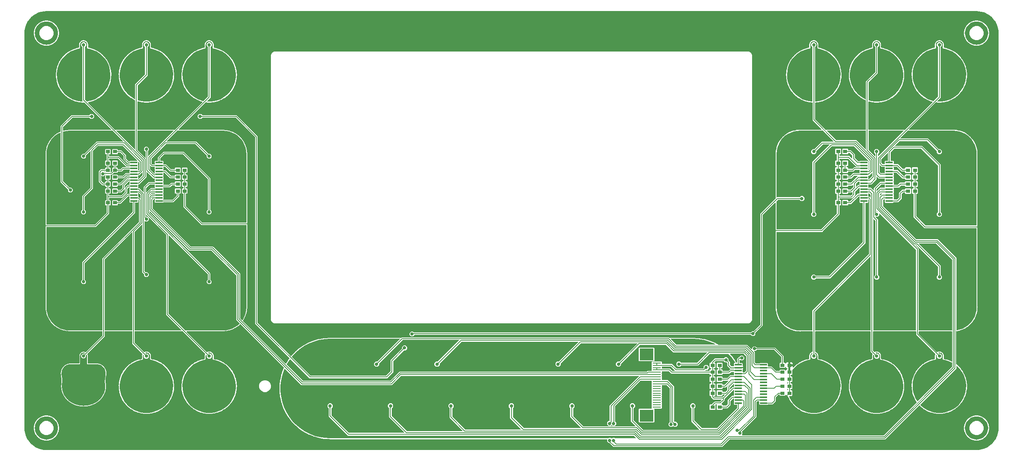
<source format=gbr>
G04 EAGLE Gerber RS-274X export*
G75*
%MOMM*%
%FSLAX34Y34*%
%LPD*%
%INBottom Copper*%
%IPPOS*%
%AMOC8*
5,1,8,0,0,1.08239X$1,22.5*%
G01*
%ADD10R,1.525000X0.400000*%
%ADD11R,0.900000X0.800000*%
%ADD12R,1.800000X0.275000*%
%ADD13R,3.000000X2.500000*%
%ADD14C,0.200000*%
%ADD15C,0.704800*%
%ADD16C,0.152400*%

G36*
X1000029Y-472405D02*
X1000029Y-472405D01*
X1000056Y-472408D01*
X1005252Y-472116D01*
X1005343Y-472098D01*
X1005419Y-472092D01*
X1015551Y-469780D01*
X1015674Y-469732D01*
X1015762Y-469706D01*
X1025125Y-465197D01*
X1025235Y-465123D01*
X1025315Y-465078D01*
X1033440Y-458598D01*
X1033531Y-458502D01*
X1033598Y-458440D01*
X1040078Y-450315D01*
X1040145Y-450200D01*
X1040197Y-450125D01*
X1044706Y-440762D01*
X1044746Y-440636D01*
X1044780Y-440551D01*
X1047092Y-430419D01*
X1047100Y-430326D01*
X1047116Y-430252D01*
X1047408Y-425056D01*
X1047405Y-425026D01*
X1047409Y-425000D01*
X1047409Y425000D01*
X1047405Y425029D01*
X1047408Y425056D01*
X1047116Y430252D01*
X1047098Y430343D01*
X1047092Y430419D01*
X1044780Y440551D01*
X1044732Y440674D01*
X1044706Y440762D01*
X1040197Y450125D01*
X1040123Y450235D01*
X1040078Y450315D01*
X1033598Y458440D01*
X1033502Y458531D01*
X1033440Y458598D01*
X1025315Y465078D01*
X1025200Y465145D01*
X1025125Y465197D01*
X1015762Y469706D01*
X1015636Y469746D01*
X1015551Y469780D01*
X1005419Y472092D01*
X1005326Y472100D01*
X1005252Y472116D01*
X1000056Y472408D01*
X1000026Y472405D01*
X1000000Y472409D01*
X-1000000Y472409D01*
X-1000029Y472405D01*
X-1000056Y472408D01*
X-1005252Y472116D01*
X-1005343Y472098D01*
X-1005419Y472092D01*
X-1015551Y469780D01*
X-1015674Y469732D01*
X-1015762Y469706D01*
X-1025125Y465197D01*
X-1025235Y465123D01*
X-1025315Y465078D01*
X-1033440Y458598D01*
X-1033531Y458502D01*
X-1033598Y458440D01*
X-1040078Y450315D01*
X-1040145Y450200D01*
X-1040197Y450125D01*
X-1044706Y440762D01*
X-1044746Y440635D01*
X-1044780Y440551D01*
X-1047092Y430419D01*
X-1047100Y430326D01*
X-1047116Y430252D01*
X-1047408Y425056D01*
X-1047405Y425026D01*
X-1047409Y425000D01*
X-1047409Y-425000D01*
X-1047405Y-425029D01*
X-1047408Y-425056D01*
X-1047116Y-430252D01*
X-1047098Y-430343D01*
X-1047092Y-430419D01*
X-1044780Y-440551D01*
X-1044732Y-440674D01*
X-1044706Y-440762D01*
X-1040197Y-450125D01*
X-1040123Y-450235D01*
X-1040078Y-450315D01*
X-1033598Y-458440D01*
X-1033502Y-458531D01*
X-1033440Y-458598D01*
X-1025315Y-465078D01*
X-1025200Y-465145D01*
X-1025125Y-465197D01*
X-1015762Y-469706D01*
X-1015635Y-469746D01*
X-1015551Y-469780D01*
X-1005419Y-472092D01*
X-1005326Y-472100D01*
X-1005252Y-472116D01*
X-1000056Y-472408D01*
X-1000026Y-472405D01*
X-1000000Y-472409D01*
X1000000Y-472409D01*
X1000029Y-472405D01*
G37*
%LPC*%
G36*
X218806Y-465649D02*
X218806Y-465649D01*
X210499Y-457341D01*
X210422Y-457284D01*
X210351Y-457219D01*
X210310Y-457199D01*
X210273Y-457172D01*
X210183Y-457138D01*
X210097Y-457096D01*
X210055Y-457090D01*
X210009Y-457073D01*
X209882Y-457063D01*
X209792Y-457049D01*
X208937Y-457049D01*
X205979Y-454091D01*
X205979Y-450050D01*
X205970Y-449986D01*
X205971Y-449922D01*
X205950Y-449847D01*
X205939Y-449771D01*
X205913Y-449712D01*
X205896Y-449650D01*
X205855Y-449584D01*
X205823Y-449514D01*
X205781Y-449465D01*
X205748Y-449410D01*
X205690Y-449358D01*
X205640Y-449300D01*
X205586Y-449264D01*
X205538Y-449221D01*
X205469Y-449188D01*
X205404Y-449145D01*
X205342Y-449126D01*
X205285Y-449098D01*
X205215Y-449087D01*
X205134Y-449063D01*
X205049Y-449062D01*
X204980Y-449051D01*
X-388832Y-449051D01*
X-388901Y-449061D01*
X-388970Y-449060D01*
X-389040Y-449080D01*
X-389112Y-449091D01*
X-389134Y-449101D01*
X-390029Y-449052D01*
X-390057Y-449055D01*
X-390083Y-449051D01*
X-390971Y-449051D01*
X-390975Y-449048D01*
X-391040Y-449035D01*
X-391114Y-449007D01*
X-391204Y-449000D01*
X-391277Y-448985D01*
X-400607Y-448479D01*
X-400649Y-448482D01*
X-400692Y-448478D01*
X-400790Y-448495D01*
X-400888Y-448503D01*
X-400928Y-448519D01*
X-400969Y-448526D01*
X-401004Y-448543D01*
X-401737Y-448423D01*
X-401796Y-448422D01*
X-401845Y-448412D01*
X-402581Y-448372D01*
X-402594Y-448360D01*
X-402633Y-448343D01*
X-402667Y-448319D01*
X-402749Y-448292D01*
X-402852Y-448247D01*
X-402911Y-448239D01*
X-402960Y-448223D01*
X-412274Y-446696D01*
X-412316Y-446695D01*
X-412357Y-446686D01*
X-412457Y-446692D01*
X-412556Y-446690D01*
X-412597Y-446701D01*
X-412639Y-446704D01*
X-412675Y-446717D01*
X-413391Y-446519D01*
X-413449Y-446511D01*
X-413497Y-446495D01*
X-414224Y-446376D01*
X-414236Y-446363D01*
X-414273Y-446342D01*
X-414304Y-446314D01*
X-414383Y-446279D01*
X-414480Y-446223D01*
X-414538Y-446208D01*
X-414585Y-446187D01*
X-423679Y-443662D01*
X-423721Y-443657D01*
X-423761Y-443643D01*
X-423860Y-443639D01*
X-423959Y-443626D01*
X-424001Y-443632D01*
X-424043Y-443630D01*
X-424081Y-443640D01*
X-424771Y-443365D01*
X-424827Y-443351D01*
X-424873Y-443331D01*
X-425583Y-443133D01*
X-425594Y-443120D01*
X-425628Y-443095D01*
X-425657Y-443063D01*
X-425730Y-443020D01*
X-425822Y-442953D01*
X-425878Y-442933D01*
X-425922Y-442906D01*
X-434690Y-439413D01*
X-434731Y-439403D01*
X-434769Y-439385D01*
X-434867Y-439370D01*
X-434964Y-439347D01*
X-435006Y-439349D01*
X-435048Y-439342D01*
X-435086Y-439348D01*
X-435743Y-439000D01*
X-435797Y-438980D01*
X-435841Y-438954D01*
X-436525Y-438682D01*
X-436534Y-438667D01*
X-436566Y-438638D01*
X-436591Y-438604D01*
X-436659Y-438553D01*
X-436743Y-438477D01*
X-436796Y-438450D01*
X-436837Y-438419D01*
X-445176Y-433999D01*
X-445216Y-433984D01*
X-445252Y-433962D01*
X-445348Y-433937D01*
X-445441Y-433903D01*
X-445484Y-433900D01*
X-445524Y-433889D01*
X-445563Y-433891D01*
X-446178Y-433474D01*
X-446230Y-433448D01*
X-446271Y-433418D01*
X-446922Y-433073D01*
X-446929Y-433057D01*
X-446957Y-433025D01*
X-446979Y-432989D01*
X-447041Y-432930D01*
X-447116Y-432845D01*
X-447166Y-432814D01*
X-447204Y-432778D01*
X-447453Y-432610D01*
X-451874Y-429612D01*
X-455016Y-427482D01*
X-455054Y-427463D01*
X-455087Y-427438D01*
X-455180Y-427402D01*
X-455269Y-427358D01*
X-455311Y-427351D01*
X-455350Y-427336D01*
X-455389Y-427333D01*
X-455955Y-426852D01*
X-456005Y-426821D01*
X-456041Y-426787D01*
X-456651Y-426373D01*
X-456657Y-426356D01*
X-456681Y-426322D01*
X-456698Y-426283D01*
X-456754Y-426218D01*
X-456819Y-426126D01*
X-456866Y-426089D01*
X-456900Y-426050D01*
X-464093Y-419940D01*
X-464129Y-419917D01*
X-464159Y-419888D01*
X-464248Y-419842D01*
X-464332Y-419789D01*
X-464372Y-419778D01*
X-464410Y-419758D01*
X-464448Y-419751D01*
X-464959Y-419212D01*
X-465005Y-419176D01*
X-465037Y-419137D01*
X-465599Y-418660D01*
X-465603Y-418643D01*
X-465623Y-418606D01*
X-465636Y-418566D01*
X-465685Y-418495D01*
X-465740Y-418397D01*
X-465782Y-418355D01*
X-465811Y-418312D01*
X-472302Y-411460D01*
X-472335Y-411434D01*
X-472362Y-411402D01*
X-472445Y-411347D01*
X-472523Y-411285D01*
X-472562Y-411269D01*
X-472597Y-411246D01*
X-472634Y-411234D01*
X-473084Y-410643D01*
X-473125Y-410602D01*
X-473154Y-410560D01*
X-473661Y-410026D01*
X-473663Y-410008D01*
X-473679Y-409969D01*
X-473687Y-409928D01*
X-473728Y-409852D01*
X-473772Y-409748D01*
X-473809Y-409702D01*
X-473834Y-409657D01*
X-479545Y-402143D01*
X-479575Y-402113D01*
X-479599Y-402078D01*
X-479675Y-402015D01*
X-479746Y-401945D01*
X-479783Y-401925D01*
X-479816Y-401898D01*
X-479852Y-401882D01*
X-480235Y-401246D01*
X-480271Y-401201D01*
X-480295Y-401157D01*
X-480741Y-400570D01*
X-480741Y-400552D01*
X-480753Y-400512D01*
X-480757Y-400470D01*
X-480790Y-400390D01*
X-480822Y-400282D01*
X-480854Y-400232D01*
X-480874Y-400184D01*
X-485739Y-392097D01*
X-485766Y-392064D01*
X-485786Y-392027D01*
X-485855Y-391955D01*
X-485917Y-391878D01*
X-485952Y-391854D01*
X-485981Y-391824D01*
X-486016Y-391805D01*
X-486328Y-391131D01*
X-486359Y-391082D01*
X-486378Y-391035D01*
X-486758Y-390404D01*
X-486756Y-390386D01*
X-486764Y-390345D01*
X-486763Y-390303D01*
X-486787Y-390220D01*
X-486807Y-390109D01*
X-486834Y-390056D01*
X-486848Y-390006D01*
X-490811Y-381440D01*
X-490834Y-381405D01*
X-490849Y-381366D01*
X-490910Y-381287D01*
X-490964Y-381204D01*
X-490996Y-381176D01*
X-491022Y-381143D01*
X-491054Y-381120D01*
X-491291Y-380416D01*
X-491317Y-380364D01*
X-491331Y-380316D01*
X-491641Y-379647D01*
X-491637Y-379630D01*
X-491640Y-379588D01*
X-491635Y-379546D01*
X-491649Y-379461D01*
X-491657Y-379349D01*
X-491678Y-379293D01*
X-491687Y-379242D01*
X-494700Y-370298D01*
X-494719Y-370260D01*
X-494731Y-370220D01*
X-494783Y-370135D01*
X-494827Y-370046D01*
X-494856Y-370015D01*
X-494878Y-369979D01*
X-494907Y-369953D01*
X-495067Y-369228D01*
X-495088Y-369173D01*
X-495096Y-369123D01*
X-495331Y-368425D01*
X-495326Y-368409D01*
X-495324Y-368367D01*
X-495314Y-368325D01*
X-495320Y-368240D01*
X-495316Y-368127D01*
X-495330Y-368069D01*
X-495333Y-368018D01*
X-497362Y-358800D01*
X-497377Y-358761D01*
X-497384Y-358719D01*
X-497426Y-358629D01*
X-497461Y-358536D01*
X-497487Y-358502D01*
X-497505Y-358464D01*
X-497531Y-358435D01*
X-497611Y-357697D01*
X-497626Y-357640D01*
X-497629Y-357590D01*
X-497787Y-356870D01*
X-497780Y-356854D01*
X-497774Y-356813D01*
X-497760Y-356773D01*
X-497756Y-356687D01*
X-497739Y-356575D01*
X-497748Y-356516D01*
X-497745Y-356465D01*
X-498766Y-347082D01*
X-498776Y-347041D01*
X-498778Y-346999D01*
X-498811Y-346905D01*
X-498835Y-346809D01*
X-498857Y-346773D01*
X-498871Y-346733D01*
X-498894Y-346701D01*
X-498894Y-345958D01*
X-498902Y-345901D01*
X-498900Y-345850D01*
X-498979Y-345118D01*
X-498970Y-345102D01*
X-498960Y-345062D01*
X-498941Y-345024D01*
X-498928Y-344939D01*
X-498900Y-344829D01*
X-498902Y-344770D01*
X-498894Y-344719D01*
X-498894Y-335281D01*
X-498900Y-335239D01*
X-498897Y-335197D01*
X-498920Y-335100D01*
X-498934Y-335002D01*
X-498951Y-334963D01*
X-498960Y-334922D01*
X-498980Y-334888D01*
X-498900Y-334150D01*
X-498902Y-334092D01*
X-498894Y-334042D01*
X-498894Y-333305D01*
X-498883Y-333291D01*
X-498868Y-333251D01*
X-498846Y-333215D01*
X-498824Y-333133D01*
X-498784Y-333027D01*
X-498779Y-332968D01*
X-498766Y-332918D01*
X-497745Y-323535D01*
X-497747Y-323493D01*
X-497740Y-323451D01*
X-497751Y-323353D01*
X-497755Y-323253D01*
X-497768Y-323213D01*
X-497773Y-323171D01*
X-497788Y-323135D01*
X-497629Y-322410D01*
X-497624Y-322352D01*
X-497611Y-322303D01*
X-497532Y-321571D01*
X-497520Y-321558D01*
X-497501Y-321520D01*
X-497474Y-321487D01*
X-497443Y-321407D01*
X-497392Y-321306D01*
X-497381Y-321248D01*
X-497362Y-321200D01*
X-495333Y-311982D01*
X-495330Y-311940D01*
X-495319Y-311899D01*
X-495320Y-311800D01*
X-495312Y-311701D01*
X-495321Y-311660D01*
X-495321Y-311617D01*
X-495333Y-311580D01*
X-495096Y-310877D01*
X-495085Y-310819D01*
X-495067Y-310772D01*
X-494909Y-310052D01*
X-494895Y-310041D01*
X-494872Y-310006D01*
X-494843Y-309975D01*
X-494803Y-309899D01*
X-494741Y-309805D01*
X-494724Y-309748D01*
X-494700Y-309702D01*
X-491687Y-300758D01*
X-491679Y-300716D01*
X-491663Y-300677D01*
X-491653Y-300578D01*
X-491635Y-300481D01*
X-491640Y-300439D01*
X-491635Y-300397D01*
X-491643Y-300358D01*
X-491331Y-299684D01*
X-491314Y-299629D01*
X-491291Y-299584D01*
X-491056Y-298885D01*
X-491041Y-298875D01*
X-491015Y-298843D01*
X-490982Y-298816D01*
X-490934Y-298745D01*
X-490863Y-298657D01*
X-490839Y-298602D01*
X-490811Y-298560D01*
X-490073Y-296965D01*
X-489446Y-295610D01*
X-489438Y-295581D01*
X-489423Y-295555D01*
X-489397Y-295447D01*
X-489365Y-295340D01*
X-489365Y-295310D01*
X-489358Y-295281D01*
X-489364Y-295169D01*
X-489363Y-295058D01*
X-489371Y-295029D01*
X-489372Y-294999D01*
X-489409Y-294894D01*
X-489439Y-294786D01*
X-489455Y-294761D01*
X-489465Y-294733D01*
X-489518Y-294659D01*
X-489588Y-294547D01*
X-489623Y-294516D01*
X-489646Y-294484D01*
X-582368Y-201762D01*
X-582445Y-201704D01*
X-582517Y-201639D01*
X-582558Y-201620D01*
X-582594Y-201593D01*
X-582684Y-201559D01*
X-582771Y-201517D01*
X-582816Y-201509D01*
X-582857Y-201493D01*
X-582954Y-201486D01*
X-583049Y-201470D01*
X-583094Y-201475D01*
X-583139Y-201472D01*
X-583233Y-201491D01*
X-583330Y-201503D01*
X-583371Y-201520D01*
X-583415Y-201529D01*
X-583500Y-201575D01*
X-583589Y-201612D01*
X-583622Y-201639D01*
X-583664Y-201662D01*
X-583756Y-201752D01*
X-583826Y-201810D01*
X-583925Y-201923D01*
X-583946Y-201927D01*
X-583973Y-201942D01*
X-584003Y-201950D01*
X-584080Y-201999D01*
X-584194Y-202060D01*
X-584228Y-202093D01*
X-584263Y-202115D01*
X-587867Y-205275D01*
X-587887Y-205299D01*
X-587912Y-205318D01*
X-587978Y-205406D01*
X-588050Y-205490D01*
X-588063Y-205518D01*
X-588082Y-205542D01*
X-588097Y-205582D01*
X-588547Y-205883D01*
X-588600Y-205931D01*
X-588651Y-205963D01*
X-589053Y-206316D01*
X-589074Y-206318D01*
X-589103Y-206328D01*
X-589134Y-206333D01*
X-589216Y-206371D01*
X-589338Y-206417D01*
X-589376Y-206445D01*
X-589414Y-206462D01*
X-593399Y-209125D01*
X-593422Y-209146D01*
X-593449Y-209161D01*
X-593526Y-209240D01*
X-593609Y-209313D01*
X-593625Y-209340D01*
X-593647Y-209362D01*
X-593667Y-209400D01*
X-594152Y-209639D01*
X-594211Y-209679D01*
X-594265Y-209704D01*
X-594711Y-210002D01*
X-594732Y-210001D01*
X-594762Y-210008D01*
X-594793Y-210008D01*
X-594880Y-210035D01*
X-595007Y-210065D01*
X-595048Y-210088D01*
X-595087Y-210100D01*
X-599386Y-212220D01*
X-599411Y-212237D01*
X-599440Y-212249D01*
X-599527Y-212317D01*
X-599619Y-212379D01*
X-599638Y-212403D01*
X-599663Y-212422D01*
X-599687Y-212457D01*
X-600200Y-212631D01*
X-600263Y-212663D01*
X-600321Y-212681D01*
X-600801Y-212918D01*
X-600822Y-212914D01*
X-600853Y-212917D01*
X-600883Y-212913D01*
X-600973Y-212929D01*
X-601102Y-212941D01*
X-601146Y-212959D01*
X-601187Y-212966D01*
X-605726Y-214507D01*
X-605753Y-214521D01*
X-605783Y-214528D01*
X-605879Y-214584D01*
X-605977Y-214634D01*
X-606000Y-214655D01*
X-606026Y-214671D01*
X-606055Y-214702D01*
X-606586Y-214808D01*
X-606653Y-214831D01*
X-606712Y-214842D01*
X-607220Y-215014D01*
X-607240Y-215007D01*
X-607271Y-215006D01*
X-607301Y-214998D01*
X-607392Y-215002D01*
X-607522Y-214998D01*
X-607567Y-215009D01*
X-607609Y-215011D01*
X-612310Y-215946D01*
X-612339Y-215957D01*
X-612370Y-215960D01*
X-612471Y-216003D01*
X-612576Y-216040D01*
X-612601Y-216058D01*
X-612629Y-216070D01*
X-612662Y-216097D01*
X-613202Y-216133D01*
X-613272Y-216147D01*
X-613332Y-216150D01*
X-613857Y-216254D01*
X-613876Y-216245D01*
X-613907Y-216240D01*
X-613936Y-216228D01*
X-614026Y-216220D01*
X-614154Y-216199D01*
X-614201Y-216204D01*
X-614243Y-216201D01*
X-618930Y-216508D01*
X-618992Y-216521D01*
X-619056Y-216524D01*
X-619130Y-216550D01*
X-619206Y-216566D01*
X-619223Y-216575D01*
X-619916Y-216575D01*
X-619950Y-216580D01*
X-619981Y-216577D01*
X-620667Y-216622D01*
X-620734Y-216611D01*
X-620816Y-216587D01*
X-620900Y-216586D01*
X-620969Y-216575D01*
X-697442Y-216575D01*
X-697474Y-216579D01*
X-697506Y-216577D01*
X-697613Y-216599D01*
X-697722Y-216615D01*
X-697751Y-216628D01*
X-697783Y-216634D01*
X-697879Y-216686D01*
X-697979Y-216731D01*
X-698003Y-216752D01*
X-698031Y-216767D01*
X-698110Y-216843D01*
X-698193Y-216914D01*
X-698210Y-216941D01*
X-698234Y-216964D01*
X-698287Y-217059D01*
X-698347Y-217150D01*
X-698357Y-217181D01*
X-698373Y-217209D01*
X-698398Y-217316D01*
X-698430Y-217420D01*
X-698430Y-217452D01*
X-698438Y-217483D01*
X-698432Y-217593D01*
X-698433Y-217702D01*
X-698425Y-217733D01*
X-698423Y-217765D01*
X-698387Y-217868D01*
X-698358Y-217974D01*
X-698341Y-218001D01*
X-698331Y-218032D01*
X-698277Y-218105D01*
X-698210Y-218214D01*
X-698187Y-218234D01*
X-698184Y-218240D01*
X-698168Y-218254D01*
X-698149Y-218281D01*
X-655344Y-261086D01*
X-655242Y-261162D01*
X-655143Y-261241D01*
X-655130Y-261246D01*
X-655118Y-261255D01*
X-654999Y-261300D01*
X-654882Y-261348D01*
X-654868Y-261350D01*
X-654854Y-261355D01*
X-654728Y-261364D01*
X-654602Y-261378D01*
X-654587Y-261375D01*
X-654573Y-261376D01*
X-654449Y-261351D01*
X-654324Y-261328D01*
X-654312Y-261322D01*
X-654297Y-261319D01*
X-654296Y-261319D01*
X-654187Y-261321D01*
X-654184Y-261320D01*
X-654180Y-261320D01*
X-654048Y-261284D01*
X-653915Y-261248D01*
X-653912Y-261246D01*
X-653908Y-261246D01*
X-653791Y-261174D01*
X-653674Y-261102D01*
X-653671Y-261100D01*
X-653668Y-261098D01*
X-653623Y-261048D01*
X-653057Y-260928D01*
X-652944Y-260886D01*
X-652859Y-260863D01*
X-652335Y-260630D01*
X-652292Y-260640D01*
X-652288Y-260640D01*
X-652284Y-260641D01*
X-652149Y-260633D01*
X-652010Y-260626D01*
X-652006Y-260624D01*
X-652003Y-260624D01*
X-651875Y-260579D01*
X-651743Y-260533D01*
X-651741Y-260531D01*
X-651737Y-260530D01*
X-651682Y-260490D01*
X-651104Y-260490D01*
X-650985Y-260473D01*
X-650897Y-260469D01*
X-650335Y-260349D01*
X-650295Y-260368D01*
X-650292Y-260369D01*
X-650288Y-260370D01*
X-650151Y-260391D01*
X-650017Y-260413D01*
X-650013Y-260412D01*
X-650010Y-260413D01*
X-649872Y-260395D01*
X-649737Y-260378D01*
X-649734Y-260376D01*
X-649730Y-260376D01*
X-649668Y-260348D01*
X-649103Y-260469D01*
X-648983Y-260477D01*
X-648896Y-260490D01*
X-648322Y-260490D01*
X-648286Y-260517D01*
X-648283Y-260518D01*
X-648280Y-260521D01*
X-648151Y-260569D01*
X-648023Y-260619D01*
X-648020Y-260619D01*
X-648016Y-260620D01*
X-647880Y-260631D01*
X-647742Y-260642D01*
X-647739Y-260642D01*
X-647735Y-260642D01*
X-647669Y-260628D01*
X-647141Y-260863D01*
X-647025Y-260896D01*
X-646942Y-260928D01*
X-646381Y-261047D01*
X-646352Y-261081D01*
X-646349Y-261083D01*
X-646347Y-261085D01*
X-646229Y-261161D01*
X-646116Y-261235D01*
X-646112Y-261236D01*
X-646109Y-261238D01*
X-645975Y-261277D01*
X-645846Y-261316D01*
X-645843Y-261316D01*
X-645839Y-261317D01*
X-645771Y-261318D01*
X-645304Y-261657D01*
X-645197Y-261714D01*
X-645123Y-261762D01*
X-644599Y-261995D01*
X-644578Y-262034D01*
X-644575Y-262037D01*
X-644573Y-262040D01*
X-644476Y-262136D01*
X-644378Y-262234D01*
X-644375Y-262236D01*
X-644373Y-262238D01*
X-644252Y-262303D01*
X-644131Y-262370D01*
X-644128Y-262371D01*
X-644125Y-262372D01*
X-644059Y-262387D01*
X-643672Y-262816D01*
X-643580Y-262893D01*
X-643517Y-262956D01*
X-643053Y-263293D01*
X-643040Y-263336D01*
X-643038Y-263339D01*
X-643037Y-263342D01*
X-642961Y-263457D01*
X-642886Y-263572D01*
X-642884Y-263575D01*
X-642882Y-263578D01*
X-642776Y-263668D01*
X-642673Y-263757D01*
X-642670Y-263758D01*
X-642667Y-263761D01*
X-642606Y-263788D01*
X-642317Y-264289D01*
X-642242Y-264383D01*
X-642194Y-264458D01*
X-641810Y-264884D01*
X-641806Y-264928D01*
X-641805Y-264932D01*
X-641805Y-264935D01*
X-641754Y-265064D01*
X-641706Y-265192D01*
X-641703Y-265195D01*
X-641702Y-265198D01*
X-641617Y-265308D01*
X-641535Y-265416D01*
X-641532Y-265419D01*
X-641530Y-265422D01*
X-641476Y-265461D01*
X-641297Y-266011D01*
X-641244Y-266119D01*
X-641212Y-266202D01*
X-640925Y-266699D01*
X-640931Y-266743D01*
X-640930Y-266746D01*
X-640931Y-266750D01*
X-640908Y-266885D01*
X-640887Y-267021D01*
X-640886Y-267025D01*
X-640885Y-267028D01*
X-640824Y-267155D01*
X-640767Y-267277D01*
X-640765Y-267279D01*
X-640763Y-267283D01*
X-640718Y-267333D01*
X-640658Y-267907D01*
X-640629Y-268024D01*
X-640615Y-268112D01*
X-640432Y-268673D01*
X-640437Y-268770D01*
X-640449Y-268851D01*
X-640449Y-269840D01*
X-640441Y-269896D01*
X-640444Y-269945D01*
X-640366Y-270684D01*
X-640371Y-270693D01*
X-640383Y-270736D01*
X-640402Y-270775D01*
X-640415Y-270859D01*
X-640443Y-270966D01*
X-640441Y-271027D01*
X-640449Y-271080D01*
X-640449Y-275484D01*
X-640434Y-275591D01*
X-640426Y-275699D01*
X-640414Y-275731D01*
X-640409Y-275764D01*
X-640365Y-275862D01*
X-640327Y-275963D01*
X-640307Y-275990D01*
X-640293Y-276021D01*
X-640223Y-276103D01*
X-640158Y-276189D01*
X-640132Y-276209D01*
X-640110Y-276235D01*
X-640019Y-276294D01*
X-639933Y-276359D01*
X-639904Y-276370D01*
X-639874Y-276389D01*
X-639729Y-276433D01*
X-639644Y-276465D01*
X-635901Y-277203D01*
X-635869Y-277205D01*
X-635838Y-277214D01*
X-635728Y-277213D01*
X-635619Y-277218D01*
X-635588Y-277211D01*
X-635556Y-277211D01*
X-635480Y-277187D01*
X-634813Y-277410D01*
X-634744Y-277422D01*
X-634689Y-277443D01*
X-634003Y-277578D01*
X-633965Y-277621D01*
X-633938Y-277638D01*
X-633914Y-277660D01*
X-633834Y-277702D01*
X-633725Y-277769D01*
X-633679Y-277782D01*
X-633641Y-277802D01*
X-628632Y-279478D01*
X-628600Y-279484D01*
X-628571Y-279497D01*
X-628463Y-279510D01*
X-628355Y-279529D01*
X-628323Y-279526D01*
X-628291Y-279530D01*
X-628212Y-279516D01*
X-627579Y-279822D01*
X-627513Y-279843D01*
X-627461Y-279871D01*
X-626798Y-280092D01*
X-626765Y-280140D01*
X-626740Y-280160D01*
X-626720Y-280186D01*
X-626646Y-280237D01*
X-626547Y-280318D01*
X-626502Y-280337D01*
X-626467Y-280361D01*
X-621714Y-282664D01*
X-621683Y-282673D01*
X-621655Y-282690D01*
X-621549Y-282716D01*
X-621445Y-282749D01*
X-621413Y-282750D01*
X-621382Y-282758D01*
X-621302Y-282754D01*
X-620713Y-283139D01*
X-620650Y-283169D01*
X-620602Y-283202D01*
X-619973Y-283507D01*
X-619947Y-283558D01*
X-619925Y-283581D01*
X-619908Y-283609D01*
X-619841Y-283670D01*
X-619753Y-283763D01*
X-619711Y-283787D01*
X-619679Y-283816D01*
X-615259Y-286707D01*
X-615230Y-286720D01*
X-615204Y-286740D01*
X-615103Y-286780D01*
X-615004Y-286826D01*
X-614972Y-286831D01*
X-614942Y-286843D01*
X-614862Y-286849D01*
X-614327Y-287306D01*
X-614276Y-287339D01*
X-614233Y-287377D01*
X-614229Y-287380D01*
X-614225Y-287383D01*
X-613640Y-287765D01*
X-613621Y-287819D01*
X-613602Y-287846D01*
X-613589Y-287875D01*
X-613530Y-287944D01*
X-613454Y-288047D01*
X-613416Y-288077D01*
X-613388Y-288109D01*
X-609374Y-291541D01*
X-609346Y-291559D01*
X-609324Y-291581D01*
X-609228Y-291634D01*
X-609136Y-291692D01*
X-609105Y-291701D01*
X-609076Y-291717D01*
X-608998Y-291733D01*
X-608526Y-292255D01*
X-608473Y-292299D01*
X-608435Y-292344D01*
X-607904Y-292798D01*
X-607891Y-292854D01*
X-607875Y-292883D01*
X-607866Y-292914D01*
X-607817Y-292989D01*
X-607755Y-293101D01*
X-607721Y-293136D01*
X-607697Y-293171D01*
X-604154Y-297088D01*
X-604129Y-297109D01*
X-604110Y-297134D01*
X-604021Y-297199D01*
X-603937Y-297268D01*
X-603908Y-297281D01*
X-603882Y-297300D01*
X-603806Y-297326D01*
X-603405Y-297904D01*
X-603358Y-297955D01*
X-603325Y-298004D01*
X-602857Y-298522D01*
X-602851Y-298580D01*
X-602840Y-298610D01*
X-602835Y-298642D01*
X-602795Y-298723D01*
X-602748Y-298842D01*
X-602719Y-298881D01*
X-602700Y-298919D01*
X-599686Y-303256D01*
X-599664Y-303280D01*
X-599648Y-303308D01*
X-599569Y-303383D01*
X-599494Y-303463D01*
X-599467Y-303480D01*
X-599443Y-303502D01*
X-599372Y-303537D01*
X-599047Y-304162D01*
X-599007Y-304218D01*
X-598981Y-304271D01*
X-598583Y-304845D01*
X-598585Y-304902D01*
X-598577Y-304934D01*
X-598576Y-304966D01*
X-598547Y-305052D01*
X-598516Y-305176D01*
X-598491Y-305218D01*
X-598478Y-305258D01*
X-596043Y-309945D01*
X-596024Y-309971D01*
X-596012Y-310001D01*
X-595943Y-310085D01*
X-595879Y-310174D01*
X-595854Y-310194D01*
X-595833Y-310219D01*
X-595767Y-310264D01*
X-595525Y-310924D01*
X-595492Y-310985D01*
X-595474Y-311042D01*
X-595152Y-311661D01*
X-595161Y-311718D01*
X-595157Y-311750D01*
X-595160Y-311782D01*
X-595143Y-311871D01*
X-595128Y-311998D01*
X-595109Y-312043D01*
X-595100Y-312085D01*
X-593285Y-317044D01*
X-593269Y-317073D01*
X-593260Y-317104D01*
X-593203Y-317196D01*
X-593151Y-317293D01*
X-593128Y-317316D01*
X-593111Y-317343D01*
X-593051Y-317396D01*
X-592896Y-318082D01*
X-592871Y-318147D01*
X-592860Y-318205D01*
X-592619Y-318861D01*
X-592636Y-318916D01*
X-592636Y-318948D01*
X-592644Y-318979D01*
X-592638Y-319070D01*
X-592639Y-319198D01*
X-592626Y-319244D01*
X-592623Y-319287D01*
X-591456Y-324438D01*
X-591444Y-324468D01*
X-591439Y-324500D01*
X-591394Y-324599D01*
X-591355Y-324701D01*
X-591335Y-324727D01*
X-591322Y-324757D01*
X-591269Y-324816D01*
X-591203Y-325517D01*
X-591186Y-325584D01*
X-591182Y-325643D01*
X-591028Y-326324D01*
X-591051Y-326377D01*
X-591056Y-326409D01*
X-591067Y-326439D01*
X-591073Y-326530D01*
X-591090Y-326656D01*
X-591083Y-326704D01*
X-591086Y-326747D01*
X-590586Y-332004D01*
X-590578Y-332036D01*
X-590578Y-332068D01*
X-590546Y-332173D01*
X-590520Y-332279D01*
X-590504Y-332307D01*
X-590494Y-332338D01*
X-590450Y-332404D01*
X-590473Y-333107D01*
X-590466Y-333176D01*
X-590469Y-333235D01*
X-590403Y-333930D01*
X-590433Y-333979D01*
X-590442Y-334010D01*
X-590457Y-334039D01*
X-590474Y-334128D01*
X-590507Y-334251D01*
X-590506Y-334300D01*
X-590514Y-334342D01*
X-590691Y-339620D01*
X-590687Y-339652D01*
X-590691Y-339685D01*
X-590672Y-339793D01*
X-590660Y-339901D01*
X-590648Y-339931D01*
X-590642Y-339963D01*
X-590606Y-340033D01*
X-590719Y-340728D01*
X-590721Y-340797D01*
X-590732Y-340855D01*
X-590755Y-341553D01*
X-590791Y-341598D01*
X-590804Y-341628D01*
X-590822Y-341655D01*
X-590850Y-341741D01*
X-590899Y-341859D01*
X-590905Y-341907D01*
X-590918Y-341948D01*
X-591767Y-347160D01*
X-591768Y-347193D01*
X-591776Y-347224D01*
X-591771Y-347333D01*
X-591773Y-347442D01*
X-591764Y-347474D01*
X-591763Y-347506D01*
X-591736Y-347581D01*
X-591937Y-348255D01*
X-591947Y-348320D01*
X-591956Y-348348D01*
X-591966Y-348380D01*
X-592078Y-349069D01*
X-592120Y-349109D01*
X-592136Y-349137D01*
X-592158Y-349161D01*
X-592197Y-349243D01*
X-592260Y-349354D01*
X-592272Y-349401D01*
X-592290Y-349439D01*
X-593799Y-354501D01*
X-593803Y-354533D01*
X-593815Y-354563D01*
X-593824Y-354672D01*
X-593840Y-354780D01*
X-593836Y-354812D01*
X-593838Y-354844D01*
X-593822Y-354922D01*
X-594107Y-355565D01*
X-594126Y-355632D01*
X-594151Y-355685D01*
X-594351Y-356355D01*
X-594397Y-356389D01*
X-594417Y-356414D01*
X-594441Y-356435D01*
X-594490Y-356511D01*
X-594568Y-356613D01*
X-594585Y-356659D01*
X-594608Y-356694D01*
X-596751Y-361522D01*
X-596760Y-361553D01*
X-596775Y-361581D01*
X-596798Y-361688D01*
X-596828Y-361793D01*
X-596828Y-361825D01*
X-596834Y-361857D01*
X-596828Y-361936D01*
X-597193Y-362538D01*
X-597220Y-362601D01*
X-597252Y-362651D01*
X-597536Y-363290D01*
X-597586Y-363318D01*
X-597609Y-363341D01*
X-597636Y-363358D01*
X-597694Y-363427D01*
X-597784Y-363518D01*
X-597807Y-363561D01*
X-597835Y-363594D01*
X-600576Y-368108D01*
X-600589Y-368138D01*
X-600608Y-368164D01*
X-600644Y-368267D01*
X-600687Y-368367D01*
X-600691Y-368399D01*
X-600702Y-368430D01*
X-600705Y-368509D01*
X-601145Y-369059D01*
X-601180Y-369119D01*
X-601218Y-369164D01*
X-601581Y-369761D01*
X-601634Y-369782D01*
X-601659Y-369802D01*
X-601689Y-369816D01*
X-601755Y-369878D01*
X-601856Y-369956D01*
X-601884Y-369996D01*
X-601916Y-370025D01*
X-605212Y-374151D01*
X-605228Y-374179D01*
X-605250Y-374203D01*
X-605300Y-374300D01*
X-605355Y-374394D01*
X-605363Y-374426D01*
X-605378Y-374454D01*
X-605391Y-374533D01*
X-605897Y-375022D01*
X-605939Y-375077D01*
X-605983Y-375117D01*
X-606419Y-375663D01*
X-606475Y-375677D01*
X-606502Y-375693D01*
X-606533Y-375704D01*
X-606607Y-375756D01*
X-606717Y-375821D01*
X-606750Y-375857D01*
X-606785Y-375881D01*
X-610581Y-379553D01*
X-610601Y-379578D01*
X-610626Y-379599D01*
X-610688Y-379689D01*
X-610754Y-379776D01*
X-610766Y-379806D01*
X-610785Y-379832D01*
X-610808Y-379908D01*
X-611372Y-380329D01*
X-611421Y-380378D01*
X-611470Y-380412D01*
X-611972Y-380898D01*
X-612029Y-380905D01*
X-612058Y-380918D01*
X-612090Y-380924D01*
X-612171Y-380966D01*
X-612288Y-381017D01*
X-612325Y-381048D01*
X-612363Y-381068D01*
X-616597Y-384224D01*
X-616620Y-384247D01*
X-616648Y-384264D01*
X-616720Y-384346D01*
X-616797Y-384423D01*
X-616813Y-384451D01*
X-616834Y-384475D01*
X-616867Y-384548D01*
X-617481Y-384893D01*
X-617536Y-384935D01*
X-617588Y-384963D01*
X-618148Y-385380D01*
X-618206Y-385380D01*
X-618237Y-385389D01*
X-618269Y-385391D01*
X-618354Y-385423D01*
X-618477Y-385458D01*
X-618518Y-385484D01*
X-618558Y-385499D01*
X-623161Y-388088D01*
X-623186Y-388108D01*
X-623216Y-388122D01*
X-623298Y-388194D01*
X-623384Y-388260D01*
X-623404Y-388286D01*
X-623428Y-388307D01*
X-623470Y-388375D01*
X-624122Y-388639D01*
X-624182Y-388674D01*
X-624237Y-388694D01*
X-624846Y-389037D01*
X-624903Y-389029D01*
X-624935Y-389034D01*
X-624968Y-389032D01*
X-625056Y-389053D01*
X-625182Y-389072D01*
X-625226Y-389093D01*
X-625268Y-389102D01*
X-630164Y-391083D01*
X-630192Y-391099D01*
X-630223Y-391109D01*
X-630314Y-391169D01*
X-630408Y-391224D01*
X-630430Y-391248D01*
X-630457Y-391266D01*
X-630507Y-391327D01*
X-631188Y-391506D01*
X-631196Y-391509D01*
X-631203Y-391510D01*
X-631253Y-391533D01*
X-631309Y-391546D01*
X-631957Y-391808D01*
X-632012Y-391793D01*
X-632045Y-391794D01*
X-632077Y-391788D01*
X-632166Y-391797D01*
X-632294Y-391800D01*
X-632341Y-391814D01*
X-632383Y-391819D01*
X-637492Y-393157D01*
X-637522Y-393170D01*
X-637554Y-393176D01*
X-637652Y-393224D01*
X-637752Y-393267D01*
X-637777Y-393287D01*
X-637806Y-393301D01*
X-637864Y-393356D01*
X-638562Y-393446D01*
X-638629Y-393465D01*
X-638688Y-393470D01*
X-639363Y-393648D01*
X-639417Y-393626D01*
X-639449Y-393622D01*
X-639479Y-393612D01*
X-639570Y-393610D01*
X-639697Y-393596D01*
X-639745Y-393605D01*
X-639788Y-393604D01*
X-645026Y-394279D01*
X-645057Y-394287D01*
X-645089Y-394289D01*
X-645192Y-394325D01*
X-645298Y-394354D01*
X-645325Y-394371D01*
X-645356Y-394381D01*
X-645420Y-394428D01*
X-646124Y-394428D01*
X-646192Y-394438D01*
X-646251Y-394437D01*
X-646944Y-394526D01*
X-646994Y-394498D01*
X-647026Y-394490D01*
X-647055Y-394476D01*
X-647144Y-394462D01*
X-647269Y-394433D01*
X-647317Y-394435D01*
X-647359Y-394428D01*
X-652641Y-394428D01*
X-652673Y-394433D01*
X-652705Y-394430D01*
X-652812Y-394453D01*
X-652920Y-394468D01*
X-652949Y-394482D01*
X-652981Y-394488D01*
X-653051Y-394527D01*
X-653749Y-394437D01*
X-653818Y-394438D01*
X-653876Y-394428D01*
X-654575Y-394428D01*
X-654621Y-394394D01*
X-654651Y-394383D01*
X-654678Y-394365D01*
X-654765Y-394340D01*
X-654885Y-394294D01*
X-654933Y-394291D01*
X-654974Y-394279D01*
X-660212Y-393604D01*
X-660245Y-393604D01*
X-660276Y-393598D01*
X-660385Y-393606D01*
X-660494Y-393608D01*
X-660525Y-393617D01*
X-660558Y-393620D01*
X-660632Y-393649D01*
X-661312Y-393470D01*
X-661381Y-393463D01*
X-661438Y-393446D01*
X-662131Y-393357D01*
X-662172Y-393317D01*
X-662201Y-393302D01*
X-662225Y-393280D01*
X-662308Y-393244D01*
X-662421Y-393184D01*
X-662469Y-393174D01*
X-662508Y-393157D01*
X-667617Y-391819D01*
X-667649Y-391815D01*
X-667679Y-391805D01*
X-667788Y-391799D01*
X-667897Y-391787D01*
X-667929Y-391792D01*
X-667961Y-391790D01*
X-668038Y-391810D01*
X-668691Y-391546D01*
X-668738Y-391534D01*
X-668772Y-391518D01*
X-668792Y-391515D01*
X-668812Y-391506D01*
X-669488Y-391329D01*
X-669523Y-391284D01*
X-669550Y-391265D01*
X-669572Y-391241D01*
X-669649Y-391194D01*
X-669754Y-391120D01*
X-669799Y-391105D01*
X-669836Y-391083D01*
X-674732Y-389102D01*
X-674764Y-389095D01*
X-674793Y-389080D01*
X-674900Y-389061D01*
X-675006Y-389034D01*
X-675038Y-389036D01*
X-675070Y-389030D01*
X-675149Y-389039D01*
X-675763Y-388694D01*
X-675827Y-388669D01*
X-675878Y-388639D01*
X-676525Y-388377D01*
X-676555Y-388328D01*
X-676579Y-388306D01*
X-676597Y-388279D01*
X-676668Y-388223D01*
X-676762Y-388137D01*
X-676806Y-388115D01*
X-676839Y-388088D01*
X-681442Y-385499D01*
X-681472Y-385487D01*
X-681499Y-385469D01*
X-681603Y-385436D01*
X-681705Y-385397D01*
X-681737Y-385394D01*
X-681768Y-385384D01*
X-681848Y-385383D01*
X-682412Y-384963D01*
X-682473Y-384930D01*
X-682519Y-384893D01*
X-683128Y-384550D01*
X-683151Y-384498D01*
X-683172Y-384473D01*
X-683187Y-384444D01*
X-683250Y-384380D01*
X-683332Y-384282D01*
X-683373Y-384255D01*
X-683403Y-384224D01*
X-687637Y-381068D01*
X-687665Y-381052D01*
X-687690Y-381031D01*
X-687789Y-380985D01*
X-687885Y-380933D01*
X-687916Y-380926D01*
X-687946Y-380912D01*
X-688024Y-380901D01*
X-688530Y-380412D01*
X-688586Y-380371D01*
X-688628Y-380329D01*
X-689188Y-379911D01*
X-689204Y-379856D01*
X-689222Y-379829D01*
X-689233Y-379799D01*
X-689287Y-379727D01*
X-689356Y-379619D01*
X-689393Y-379587D01*
X-689419Y-379553D01*
X-693215Y-375881D01*
X-693241Y-375862D01*
X-693263Y-375838D01*
X-693355Y-375780D01*
X-693443Y-375716D01*
X-693474Y-375705D01*
X-693501Y-375687D01*
X-693578Y-375667D01*
X-694017Y-375117D01*
X-694067Y-375069D01*
X-694103Y-375022D01*
X-694605Y-374536D01*
X-694614Y-374480D01*
X-694628Y-374450D01*
X-694635Y-374419D01*
X-694680Y-374340D01*
X-694735Y-374225D01*
X-694767Y-374188D01*
X-694788Y-374151D01*
X-698084Y-370025D01*
X-698108Y-370003D01*
X-698126Y-369976D01*
X-698210Y-369906D01*
X-698290Y-369831D01*
X-698318Y-369817D01*
X-698343Y-369796D01*
X-698417Y-369765D01*
X-698782Y-369164D01*
X-698826Y-369110D01*
X-698855Y-369059D01*
X-699291Y-368513D01*
X-699293Y-368456D01*
X-699303Y-368425D01*
X-699306Y-368393D01*
X-699341Y-368309D01*
X-699380Y-368188D01*
X-699407Y-368147D01*
X-699424Y-368108D01*
X-702165Y-363594D01*
X-702186Y-363569D01*
X-702201Y-363540D01*
X-702275Y-363460D01*
X-702344Y-363376D01*
X-702371Y-363358D01*
X-702393Y-363334D01*
X-702462Y-363294D01*
X-702748Y-362651D01*
X-702784Y-362592D01*
X-702807Y-362538D01*
X-703170Y-361941D01*
X-703164Y-361883D01*
X-703170Y-361852D01*
X-703169Y-361819D01*
X-703192Y-361732D01*
X-703216Y-361606D01*
X-703238Y-361563D01*
X-703249Y-361522D01*
X-705392Y-356694D01*
X-705409Y-356667D01*
X-705420Y-356637D01*
X-705483Y-356548D01*
X-705541Y-356455D01*
X-705565Y-356434D01*
X-705584Y-356408D01*
X-705648Y-356359D01*
X-705849Y-355685D01*
X-705878Y-355622D01*
X-705893Y-355565D01*
X-706176Y-354926D01*
X-706163Y-354870D01*
X-706165Y-354838D01*
X-706160Y-354806D01*
X-706172Y-354717D01*
X-706180Y-354589D01*
X-706196Y-354543D01*
X-706201Y-354501D01*
X-707710Y-349439D01*
X-707723Y-349410D01*
X-707730Y-349378D01*
X-707782Y-349282D01*
X-707828Y-349183D01*
X-707849Y-349159D01*
X-707864Y-349130D01*
X-707921Y-349074D01*
X-708034Y-348380D01*
X-708055Y-348314D01*
X-708063Y-348255D01*
X-708262Y-347586D01*
X-708242Y-347532D01*
X-708240Y-347499D01*
X-708231Y-347468D01*
X-708231Y-347378D01*
X-708222Y-347250D01*
X-708232Y-347203D01*
X-708233Y-347160D01*
X-709082Y-341948D01*
X-709092Y-341917D01*
X-709094Y-341884D01*
X-709134Y-341783D01*
X-709166Y-341678D01*
X-709184Y-341651D01*
X-709196Y-341621D01*
X-709245Y-341558D01*
X-709268Y-340855D01*
X-709280Y-340787D01*
X-709281Y-340728D01*
X-709393Y-340038D01*
X-709366Y-339988D01*
X-709360Y-339956D01*
X-709347Y-339926D01*
X-709336Y-339836D01*
X-709311Y-339711D01*
X-709315Y-339663D01*
X-709309Y-339620D01*
X-709486Y-334342D01*
X-709491Y-334310D01*
X-709490Y-334278D01*
X-709516Y-334172D01*
X-709535Y-334064D01*
X-709549Y-334035D01*
X-709557Y-334004D01*
X-709597Y-333935D01*
X-709531Y-333235D01*
X-709534Y-333165D01*
X-709527Y-333107D01*
X-709550Y-332409D01*
X-709517Y-332361D01*
X-709507Y-332331D01*
X-709490Y-332303D01*
X-709468Y-332215D01*
X-709427Y-332094D01*
X-709425Y-332046D01*
X-709414Y-332004D01*
X-708914Y-326747D01*
X-708916Y-326714D01*
X-708910Y-326683D01*
X-708922Y-326574D01*
X-708928Y-326465D01*
X-708938Y-326435D01*
X-708942Y-326402D01*
X-708973Y-326329D01*
X-708818Y-325643D01*
X-708812Y-325574D01*
X-708797Y-325517D01*
X-708731Y-324821D01*
X-708693Y-324779D01*
X-708678Y-324750D01*
X-708658Y-324724D01*
X-708625Y-324640D01*
X-708569Y-324525D01*
X-708560Y-324477D01*
X-708544Y-324438D01*
X-707377Y-319287D01*
X-707375Y-319255D01*
X-707365Y-319224D01*
X-707363Y-319115D01*
X-707354Y-319006D01*
X-707361Y-318974D01*
X-707360Y-318942D01*
X-707382Y-318865D01*
X-707140Y-318205D01*
X-707126Y-318137D01*
X-707104Y-318082D01*
X-706950Y-317401D01*
X-706906Y-317363D01*
X-706888Y-317336D01*
X-706865Y-317314D01*
X-706821Y-317235D01*
X-706751Y-317128D01*
X-706736Y-317082D01*
X-706715Y-317044D01*
X-704900Y-312085D01*
X-704893Y-312053D01*
X-704879Y-312024D01*
X-704864Y-311916D01*
X-704841Y-311809D01*
X-704843Y-311777D01*
X-704839Y-311745D01*
X-704851Y-311666D01*
X-704526Y-311042D01*
X-704503Y-310976D01*
X-704501Y-310971D01*
X-704490Y-310955D01*
X-704488Y-310948D01*
X-704475Y-310924D01*
X-704235Y-310268D01*
X-704186Y-310237D01*
X-704165Y-310213D01*
X-704139Y-310193D01*
X-704086Y-310120D01*
X-704002Y-310024D01*
X-703982Y-309979D01*
X-703957Y-309945D01*
X-701522Y-305258D01*
X-701511Y-305228D01*
X-701494Y-305200D01*
X-701465Y-305095D01*
X-701429Y-304992D01*
X-701427Y-304960D01*
X-701418Y-304929D01*
X-701420Y-304849D01*
X-701019Y-304271D01*
X-700988Y-304209D01*
X-700953Y-304162D01*
X-700631Y-303542D01*
X-700579Y-303517D01*
X-700555Y-303495D01*
X-700526Y-303479D01*
X-700464Y-303414D01*
X-700369Y-303329D01*
X-700343Y-303287D01*
X-700314Y-303256D01*
X-697300Y-298919D01*
X-697286Y-298890D01*
X-697265Y-298865D01*
X-697223Y-298765D01*
X-697173Y-298667D01*
X-697168Y-298635D01*
X-697155Y-298605D01*
X-697147Y-298526D01*
X-696675Y-298004D01*
X-696636Y-297947D01*
X-696595Y-297904D01*
X-696196Y-297331D01*
X-696142Y-297312D01*
X-696115Y-297294D01*
X-696085Y-297282D01*
X-696015Y-297225D01*
X-695910Y-297153D01*
X-695879Y-297115D01*
X-695846Y-297088D01*
X-692303Y-293171D01*
X-692285Y-293145D01*
X-692261Y-293122D01*
X-692206Y-293028D01*
X-692145Y-292938D01*
X-692135Y-292907D01*
X-692119Y-292879D01*
X-692100Y-292801D01*
X-691565Y-292344D01*
X-691520Y-292292D01*
X-691474Y-292255D01*
X-691005Y-291737D01*
X-690949Y-291726D01*
X-690920Y-291711D01*
X-690889Y-291703D01*
X-690811Y-291655D01*
X-690698Y-291597D01*
X-690663Y-291564D01*
X-690626Y-291541D01*
X-686612Y-288109D01*
X-686590Y-288085D01*
X-686564Y-288066D01*
X-686498Y-287979D01*
X-686426Y-287897D01*
X-686412Y-287868D01*
X-686392Y-287843D01*
X-686364Y-287768D01*
X-685775Y-287383D01*
X-685723Y-287337D01*
X-685673Y-287306D01*
X-685142Y-286852D01*
X-685084Y-286849D01*
X-685054Y-286838D01*
X-685022Y-286833D01*
X-684939Y-286796D01*
X-684819Y-286753D01*
X-684780Y-286724D01*
X-684741Y-286707D01*
X-680321Y-283816D01*
X-680297Y-283794D01*
X-680268Y-283779D01*
X-680191Y-283702D01*
X-680109Y-283629D01*
X-680092Y-283602D01*
X-680069Y-283579D01*
X-680031Y-283509D01*
X-679398Y-283202D01*
X-679341Y-283164D01*
X-679287Y-283139D01*
X-678702Y-282757D01*
X-678645Y-282761D01*
X-678613Y-282754D01*
X-678581Y-282754D01*
X-678494Y-282727D01*
X-678370Y-282699D01*
X-678327Y-282676D01*
X-678286Y-282664D01*
X-673533Y-280361D01*
X-673506Y-280343D01*
X-673476Y-280331D01*
X-673390Y-280264D01*
X-673299Y-280204D01*
X-673278Y-280179D01*
X-673253Y-280159D01*
X-673207Y-280094D01*
X-672539Y-279871D01*
X-672477Y-279840D01*
X-672421Y-279822D01*
X-671792Y-279518D01*
X-671736Y-279529D01*
X-671704Y-279526D01*
X-671672Y-279530D01*
X-671582Y-279515D01*
X-671455Y-279503D01*
X-671410Y-279486D01*
X-671368Y-279478D01*
X-666359Y-277802D01*
X-666330Y-277788D01*
X-666299Y-277780D01*
X-666205Y-277725D01*
X-666107Y-277676D01*
X-666083Y-277654D01*
X-666055Y-277637D01*
X-666001Y-277579D01*
X-665311Y-277443D01*
X-665246Y-277420D01*
X-665187Y-277410D01*
X-664525Y-277188D01*
X-664471Y-277206D01*
X-664438Y-277207D01*
X-664407Y-277216D01*
X-664317Y-277212D01*
X-664189Y-277217D01*
X-664142Y-277205D01*
X-664099Y-277203D01*
X-660356Y-276465D01*
X-660254Y-276429D01*
X-660150Y-276400D01*
X-660122Y-276383D01*
X-660090Y-276372D01*
X-660002Y-276309D01*
X-659910Y-276252D01*
X-659888Y-276227D01*
X-659861Y-276208D01*
X-659794Y-276123D01*
X-659721Y-276043D01*
X-659707Y-276013D01*
X-659686Y-275986D01*
X-659645Y-275886D01*
X-659598Y-275789D01*
X-659593Y-275758D01*
X-659580Y-275725D01*
X-659565Y-275574D01*
X-659551Y-275484D01*
X-659551Y-271080D01*
X-659557Y-271036D01*
X-659555Y-270992D01*
X-659577Y-270897D01*
X-659591Y-270801D01*
X-659609Y-270761D01*
X-659619Y-270718D01*
X-659635Y-270690D01*
X-659556Y-269945D01*
X-659558Y-269889D01*
X-659551Y-269840D01*
X-659551Y-268851D01*
X-659562Y-268771D01*
X-659564Y-268691D01*
X-659569Y-268675D01*
X-659385Y-268112D01*
X-659365Y-267993D01*
X-659342Y-267907D01*
X-659282Y-267337D01*
X-659252Y-267305D01*
X-659250Y-267301D01*
X-659248Y-267299D01*
X-659186Y-267177D01*
X-659123Y-267053D01*
X-659123Y-267050D01*
X-659121Y-267047D01*
X-659096Y-266912D01*
X-659070Y-266776D01*
X-659071Y-266773D01*
X-659070Y-266769D01*
X-659077Y-266702D01*
X-658788Y-266202D01*
X-658743Y-266090D01*
X-658703Y-266011D01*
X-658612Y-265730D01*
X-658593Y-265621D01*
X-658567Y-265512D01*
X-658568Y-265482D01*
X-658563Y-265453D01*
X-658576Y-265342D01*
X-658581Y-265230D01*
X-658591Y-265202D01*
X-658594Y-265172D01*
X-658637Y-265069D01*
X-658674Y-264964D01*
X-658690Y-264941D01*
X-658703Y-264912D01*
X-658803Y-264787D01*
X-658856Y-264715D01*
X-706703Y-216867D01*
X-706780Y-216810D01*
X-706851Y-216745D01*
X-706892Y-216725D01*
X-706929Y-216698D01*
X-707019Y-216664D01*
X-707105Y-216622D01*
X-707147Y-216616D01*
X-707193Y-216599D01*
X-707320Y-216589D01*
X-707410Y-216575D01*
X-809076Y-216575D01*
X-809140Y-216584D01*
X-809204Y-216583D01*
X-809279Y-216604D01*
X-809355Y-216615D01*
X-809414Y-216641D01*
X-809476Y-216658D01*
X-809542Y-216699D01*
X-809612Y-216731D01*
X-809661Y-216773D01*
X-809716Y-216806D01*
X-809768Y-216864D01*
X-809826Y-216914D01*
X-809862Y-216968D01*
X-809905Y-217016D01*
X-809938Y-217085D01*
X-809981Y-217150D01*
X-810000Y-217212D01*
X-810028Y-217269D01*
X-810039Y-217339D01*
X-810063Y-217420D01*
X-810064Y-217505D01*
X-810075Y-217574D01*
X-810075Y-240940D01*
X-810062Y-241035D01*
X-810057Y-241131D01*
X-810042Y-241175D01*
X-810035Y-241220D01*
X-809996Y-241307D01*
X-809964Y-241398D01*
X-809939Y-241432D01*
X-809919Y-241476D01*
X-809836Y-241574D01*
X-809783Y-241647D01*
X-790344Y-261086D01*
X-790242Y-261162D01*
X-790143Y-261241D01*
X-790130Y-261246D01*
X-790118Y-261255D01*
X-789999Y-261300D01*
X-789882Y-261348D01*
X-789868Y-261350D01*
X-789854Y-261355D01*
X-789728Y-261364D01*
X-789602Y-261378D01*
X-789587Y-261375D01*
X-789573Y-261376D01*
X-789449Y-261351D01*
X-789324Y-261328D01*
X-789312Y-261322D01*
X-789297Y-261319D01*
X-789296Y-261319D01*
X-789187Y-261321D01*
X-789184Y-261320D01*
X-789180Y-261320D01*
X-789048Y-261284D01*
X-788915Y-261248D01*
X-788912Y-261246D01*
X-788908Y-261246D01*
X-788791Y-261174D01*
X-788674Y-261102D01*
X-788671Y-261100D01*
X-788668Y-261098D01*
X-788623Y-261048D01*
X-788058Y-260928D01*
X-787944Y-260886D01*
X-787859Y-260863D01*
X-787335Y-260630D01*
X-787291Y-260640D01*
X-787288Y-260640D01*
X-787284Y-260641D01*
X-787147Y-260633D01*
X-787010Y-260626D01*
X-787006Y-260624D01*
X-787003Y-260624D01*
X-786872Y-260578D01*
X-786743Y-260533D01*
X-786741Y-260531D01*
X-786737Y-260530D01*
X-786682Y-260490D01*
X-786104Y-260490D01*
X-785985Y-260473D01*
X-785897Y-260469D01*
X-785335Y-260349D01*
X-785295Y-260368D01*
X-785292Y-260369D01*
X-785289Y-260370D01*
X-785154Y-260391D01*
X-785017Y-260413D01*
X-785013Y-260412D01*
X-785010Y-260413D01*
X-784873Y-260395D01*
X-784737Y-260378D01*
X-784734Y-260376D01*
X-784730Y-260376D01*
X-784668Y-260348D01*
X-784103Y-260469D01*
X-783983Y-260477D01*
X-783896Y-260490D01*
X-783322Y-260490D01*
X-783286Y-260517D01*
X-783283Y-260518D01*
X-783280Y-260521D01*
X-783151Y-260569D01*
X-783023Y-260619D01*
X-783020Y-260619D01*
X-783016Y-260620D01*
X-782880Y-260631D01*
X-782742Y-260642D01*
X-782739Y-260642D01*
X-782735Y-260642D01*
X-782669Y-260628D01*
X-782141Y-260863D01*
X-782025Y-260896D01*
X-781942Y-260928D01*
X-781381Y-261047D01*
X-781352Y-261081D01*
X-781349Y-261083D01*
X-781347Y-261085D01*
X-781229Y-261161D01*
X-781116Y-261235D01*
X-781112Y-261236D01*
X-781109Y-261238D01*
X-780975Y-261277D01*
X-780846Y-261316D01*
X-780843Y-261316D01*
X-780839Y-261317D01*
X-780771Y-261318D01*
X-780304Y-261657D01*
X-780197Y-261714D01*
X-780123Y-261762D01*
X-779599Y-261995D01*
X-779578Y-262034D01*
X-779575Y-262037D01*
X-779573Y-262040D01*
X-779476Y-262136D01*
X-779378Y-262234D01*
X-779375Y-262236D01*
X-779373Y-262238D01*
X-779252Y-262303D01*
X-779131Y-262370D01*
X-779128Y-262371D01*
X-779125Y-262372D01*
X-779059Y-262387D01*
X-778672Y-262816D01*
X-778580Y-262893D01*
X-778517Y-262956D01*
X-778053Y-263293D01*
X-778040Y-263336D01*
X-778038Y-263339D01*
X-778037Y-263342D01*
X-777961Y-263457D01*
X-777886Y-263572D01*
X-777884Y-263575D01*
X-777882Y-263578D01*
X-777776Y-263668D01*
X-777673Y-263757D01*
X-777670Y-263758D01*
X-777667Y-263761D01*
X-777606Y-263788D01*
X-777317Y-264289D01*
X-777242Y-264383D01*
X-777194Y-264458D01*
X-776810Y-264884D01*
X-776806Y-264928D01*
X-776805Y-264932D01*
X-776805Y-264935D01*
X-776754Y-265064D01*
X-776706Y-265192D01*
X-776703Y-265195D01*
X-776702Y-265198D01*
X-776617Y-265308D01*
X-776535Y-265416D01*
X-776532Y-265419D01*
X-776530Y-265422D01*
X-776476Y-265461D01*
X-776297Y-266011D01*
X-776244Y-266119D01*
X-776212Y-266202D01*
X-775925Y-266699D01*
X-775931Y-266743D01*
X-775930Y-266746D01*
X-775931Y-266750D01*
X-775908Y-266885D01*
X-775887Y-267021D01*
X-775886Y-267025D01*
X-775885Y-267028D01*
X-775824Y-267155D01*
X-775767Y-267277D01*
X-775765Y-267279D01*
X-775763Y-267283D01*
X-775718Y-267333D01*
X-775658Y-267907D01*
X-775629Y-268024D01*
X-775615Y-268112D01*
X-775432Y-268673D01*
X-775437Y-268770D01*
X-775449Y-268851D01*
X-775449Y-269840D01*
X-775441Y-269896D01*
X-775444Y-269945D01*
X-775366Y-270684D01*
X-775371Y-270693D01*
X-775383Y-270736D01*
X-775402Y-270775D01*
X-775415Y-270859D01*
X-775443Y-270966D01*
X-775441Y-271027D01*
X-775449Y-271080D01*
X-775449Y-275484D01*
X-775434Y-275591D01*
X-775426Y-275699D01*
X-775414Y-275731D01*
X-775409Y-275764D01*
X-775365Y-275862D01*
X-775327Y-275963D01*
X-775307Y-275990D01*
X-775293Y-276021D01*
X-775223Y-276103D01*
X-775158Y-276189D01*
X-775132Y-276209D01*
X-775110Y-276235D01*
X-775019Y-276294D01*
X-774933Y-276359D01*
X-774904Y-276370D01*
X-774874Y-276389D01*
X-774729Y-276433D01*
X-774644Y-276465D01*
X-770901Y-277203D01*
X-770869Y-277205D01*
X-770838Y-277214D01*
X-770728Y-277213D01*
X-770619Y-277218D01*
X-770588Y-277211D01*
X-770556Y-277211D01*
X-770480Y-277187D01*
X-769813Y-277410D01*
X-769744Y-277422D01*
X-769689Y-277443D01*
X-769003Y-277578D01*
X-768965Y-277621D01*
X-768938Y-277638D01*
X-768914Y-277660D01*
X-768834Y-277702D01*
X-768725Y-277769D01*
X-768679Y-277782D01*
X-768641Y-277802D01*
X-763632Y-279478D01*
X-763600Y-279484D01*
X-763571Y-279497D01*
X-763463Y-279510D01*
X-763355Y-279529D01*
X-763323Y-279526D01*
X-763291Y-279530D01*
X-763212Y-279516D01*
X-762579Y-279822D01*
X-762513Y-279843D01*
X-762461Y-279871D01*
X-761798Y-280092D01*
X-761766Y-280140D01*
X-761740Y-280160D01*
X-761720Y-280186D01*
X-761646Y-280237D01*
X-761547Y-280318D01*
X-761502Y-280337D01*
X-761467Y-280361D01*
X-756714Y-282664D01*
X-756683Y-282673D01*
X-756655Y-282690D01*
X-756549Y-282716D01*
X-756445Y-282749D01*
X-756413Y-282750D01*
X-756382Y-282758D01*
X-756302Y-282754D01*
X-755713Y-283139D01*
X-755650Y-283169D01*
X-755602Y-283202D01*
X-754973Y-283507D01*
X-754947Y-283558D01*
X-754925Y-283581D01*
X-754908Y-283609D01*
X-754841Y-283670D01*
X-754753Y-283763D01*
X-754711Y-283787D01*
X-754679Y-283816D01*
X-750259Y-286707D01*
X-750230Y-286720D01*
X-750204Y-286740D01*
X-750103Y-286780D01*
X-750004Y-286826D01*
X-749972Y-286831D01*
X-749942Y-286843D01*
X-749862Y-286849D01*
X-749327Y-287306D01*
X-749276Y-287339D01*
X-749233Y-287377D01*
X-749229Y-287380D01*
X-749225Y-287383D01*
X-748640Y-287765D01*
X-748621Y-287819D01*
X-748602Y-287846D01*
X-748589Y-287875D01*
X-748530Y-287944D01*
X-748454Y-288047D01*
X-748416Y-288077D01*
X-748388Y-288109D01*
X-744374Y-291541D01*
X-744346Y-291559D01*
X-744324Y-291581D01*
X-744228Y-291634D01*
X-744136Y-291692D01*
X-744105Y-291701D01*
X-744076Y-291717D01*
X-743998Y-291733D01*
X-743526Y-292255D01*
X-743473Y-292299D01*
X-743435Y-292344D01*
X-742904Y-292798D01*
X-742891Y-292854D01*
X-742875Y-292883D01*
X-742866Y-292914D01*
X-742817Y-292989D01*
X-742755Y-293101D01*
X-742721Y-293136D01*
X-742697Y-293171D01*
X-739154Y-297088D01*
X-739129Y-297109D01*
X-739110Y-297134D01*
X-739021Y-297199D01*
X-738937Y-297268D01*
X-738908Y-297281D01*
X-738882Y-297300D01*
X-738806Y-297326D01*
X-738405Y-297904D01*
X-738358Y-297955D01*
X-738325Y-298004D01*
X-737857Y-298522D01*
X-737851Y-298580D01*
X-737840Y-298610D01*
X-737835Y-298642D01*
X-737795Y-298723D01*
X-737748Y-298842D01*
X-737719Y-298881D01*
X-737700Y-298919D01*
X-734686Y-303256D01*
X-734664Y-303280D01*
X-734648Y-303308D01*
X-734569Y-303383D01*
X-734494Y-303463D01*
X-734467Y-303480D01*
X-734443Y-303502D01*
X-734372Y-303537D01*
X-734047Y-304162D01*
X-734007Y-304218D01*
X-733981Y-304271D01*
X-733583Y-304845D01*
X-733585Y-304902D01*
X-733577Y-304934D01*
X-733576Y-304966D01*
X-733547Y-305052D01*
X-733516Y-305176D01*
X-733491Y-305218D01*
X-733478Y-305258D01*
X-731043Y-309945D01*
X-731024Y-309971D01*
X-731012Y-310001D01*
X-730943Y-310085D01*
X-730879Y-310174D01*
X-730854Y-310194D01*
X-730833Y-310219D01*
X-730767Y-310264D01*
X-730525Y-310924D01*
X-730492Y-310985D01*
X-730474Y-311042D01*
X-730152Y-311661D01*
X-730161Y-311718D01*
X-730157Y-311750D01*
X-730160Y-311782D01*
X-730143Y-311871D01*
X-730128Y-311998D01*
X-730109Y-312043D01*
X-730100Y-312085D01*
X-728285Y-317044D01*
X-728269Y-317073D01*
X-728260Y-317104D01*
X-728203Y-317196D01*
X-728151Y-317293D01*
X-728128Y-317316D01*
X-728111Y-317343D01*
X-728051Y-317396D01*
X-727896Y-318082D01*
X-727871Y-318147D01*
X-727860Y-318205D01*
X-727619Y-318861D01*
X-727636Y-318916D01*
X-727636Y-318948D01*
X-727644Y-318979D01*
X-727638Y-319070D01*
X-727639Y-319198D01*
X-727626Y-319244D01*
X-727623Y-319287D01*
X-726456Y-324438D01*
X-726444Y-324468D01*
X-726439Y-324500D01*
X-726394Y-324599D01*
X-726355Y-324701D01*
X-726335Y-324727D01*
X-726322Y-324757D01*
X-726269Y-324816D01*
X-726203Y-325517D01*
X-726186Y-325584D01*
X-726182Y-325643D01*
X-726028Y-326324D01*
X-726051Y-326377D01*
X-726056Y-326409D01*
X-726067Y-326439D01*
X-726073Y-326530D01*
X-726090Y-326656D01*
X-726083Y-326704D01*
X-726086Y-326747D01*
X-725586Y-332004D01*
X-725578Y-332036D01*
X-725578Y-332068D01*
X-725546Y-332173D01*
X-725520Y-332279D01*
X-725504Y-332307D01*
X-725494Y-332338D01*
X-725450Y-332404D01*
X-725473Y-333107D01*
X-725466Y-333176D01*
X-725469Y-333235D01*
X-725403Y-333930D01*
X-725433Y-333979D01*
X-725442Y-334010D01*
X-725457Y-334039D01*
X-725474Y-334128D01*
X-725507Y-334251D01*
X-725506Y-334300D01*
X-725514Y-334342D01*
X-725691Y-339620D01*
X-725687Y-339652D01*
X-725691Y-339685D01*
X-725672Y-339792D01*
X-725660Y-339901D01*
X-725648Y-339931D01*
X-725642Y-339962D01*
X-725606Y-340033D01*
X-725719Y-340728D01*
X-725721Y-340797D01*
X-725732Y-340855D01*
X-725755Y-341553D01*
X-725791Y-341598D01*
X-725804Y-341628D01*
X-725822Y-341655D01*
X-725850Y-341741D01*
X-725899Y-341859D01*
X-725905Y-341907D01*
X-725918Y-341948D01*
X-726767Y-347160D01*
X-726768Y-347193D01*
X-726776Y-347224D01*
X-726771Y-347333D01*
X-726773Y-347442D01*
X-726764Y-347473D01*
X-726763Y-347506D01*
X-726736Y-347581D01*
X-726937Y-348255D01*
X-726947Y-348320D01*
X-726956Y-348348D01*
X-726966Y-348380D01*
X-727078Y-349069D01*
X-727120Y-349109D01*
X-727136Y-349137D01*
X-727158Y-349161D01*
X-727197Y-349243D01*
X-727260Y-349354D01*
X-727272Y-349401D01*
X-727290Y-349439D01*
X-728799Y-354501D01*
X-728803Y-354533D01*
X-728815Y-354563D01*
X-728824Y-354672D01*
X-728840Y-354780D01*
X-728836Y-354812D01*
X-728838Y-354844D01*
X-728822Y-354922D01*
X-729107Y-355565D01*
X-729126Y-355632D01*
X-729151Y-355685D01*
X-729351Y-356355D01*
X-729397Y-356389D01*
X-729417Y-356414D01*
X-729441Y-356435D01*
X-729490Y-356511D01*
X-729568Y-356613D01*
X-729585Y-356659D01*
X-729608Y-356694D01*
X-731751Y-361522D01*
X-731760Y-361553D01*
X-731775Y-361581D01*
X-731798Y-361688D01*
X-731828Y-361793D01*
X-731828Y-361825D01*
X-731834Y-361857D01*
X-731828Y-361936D01*
X-732193Y-362538D01*
X-732220Y-362601D01*
X-732252Y-362651D01*
X-732536Y-363290D01*
X-732586Y-363318D01*
X-732609Y-363341D01*
X-732636Y-363358D01*
X-732694Y-363427D01*
X-732784Y-363518D01*
X-732807Y-363561D01*
X-732835Y-363594D01*
X-735576Y-368108D01*
X-735589Y-368138D01*
X-735608Y-368164D01*
X-735644Y-368267D01*
X-735687Y-368367D01*
X-735691Y-368399D01*
X-735702Y-368430D01*
X-735705Y-368509D01*
X-736145Y-369059D01*
X-736180Y-369119D01*
X-736218Y-369164D01*
X-736581Y-369761D01*
X-736634Y-369782D01*
X-736659Y-369802D01*
X-736689Y-369816D01*
X-736755Y-369878D01*
X-736856Y-369956D01*
X-736884Y-369996D01*
X-736916Y-370025D01*
X-740212Y-374151D01*
X-740228Y-374179D01*
X-740250Y-374203D01*
X-740300Y-374300D01*
X-740355Y-374394D01*
X-740363Y-374426D01*
X-740378Y-374454D01*
X-740391Y-374533D01*
X-740897Y-375022D01*
X-740939Y-375077D01*
X-740983Y-375117D01*
X-741419Y-375663D01*
X-741475Y-375677D01*
X-741502Y-375693D01*
X-741533Y-375704D01*
X-741607Y-375756D01*
X-741717Y-375821D01*
X-741750Y-375857D01*
X-741785Y-375881D01*
X-745581Y-379553D01*
X-745601Y-379578D01*
X-745626Y-379599D01*
X-745688Y-379689D01*
X-745754Y-379776D01*
X-745766Y-379806D01*
X-745785Y-379832D01*
X-745808Y-379908D01*
X-746372Y-380329D01*
X-746421Y-380378D01*
X-746470Y-380412D01*
X-746972Y-380898D01*
X-747029Y-380905D01*
X-747059Y-380918D01*
X-747090Y-380924D01*
X-747170Y-380966D01*
X-747288Y-381017D01*
X-747325Y-381048D01*
X-747363Y-381068D01*
X-751597Y-384224D01*
X-751620Y-384247D01*
X-751648Y-384264D01*
X-751720Y-384346D01*
X-751797Y-384423D01*
X-751813Y-384451D01*
X-751834Y-384475D01*
X-751867Y-384548D01*
X-752481Y-384893D01*
X-752536Y-384935D01*
X-752588Y-384963D01*
X-753148Y-385380D01*
X-753206Y-385380D01*
X-753237Y-385389D01*
X-753269Y-385391D01*
X-753354Y-385423D01*
X-753477Y-385458D01*
X-753518Y-385484D01*
X-753558Y-385499D01*
X-758161Y-388088D01*
X-758186Y-388108D01*
X-758216Y-388122D01*
X-758298Y-388194D01*
X-758384Y-388260D01*
X-758404Y-388286D01*
X-758428Y-388307D01*
X-758470Y-388375D01*
X-759122Y-388639D01*
X-759182Y-388674D01*
X-759237Y-388694D01*
X-759846Y-389037D01*
X-759903Y-389029D01*
X-759935Y-389034D01*
X-759968Y-389032D01*
X-760056Y-389053D01*
X-760182Y-389072D01*
X-760226Y-389093D01*
X-760268Y-389102D01*
X-765164Y-391083D01*
X-765192Y-391099D01*
X-765223Y-391109D01*
X-765314Y-391169D01*
X-765408Y-391224D01*
X-765430Y-391248D01*
X-765457Y-391266D01*
X-765507Y-391327D01*
X-766188Y-391506D01*
X-766196Y-391509D01*
X-766203Y-391510D01*
X-766253Y-391533D01*
X-766309Y-391546D01*
X-766957Y-391808D01*
X-767012Y-391793D01*
X-767045Y-391794D01*
X-767077Y-391788D01*
X-767166Y-391797D01*
X-767294Y-391800D01*
X-767341Y-391814D01*
X-767383Y-391819D01*
X-772492Y-393157D01*
X-772522Y-393170D01*
X-772554Y-393176D01*
X-772652Y-393224D01*
X-772752Y-393267D01*
X-772777Y-393287D01*
X-772806Y-393301D01*
X-772864Y-393356D01*
X-773562Y-393446D01*
X-773629Y-393465D01*
X-773688Y-393470D01*
X-774363Y-393648D01*
X-774417Y-393626D01*
X-774449Y-393622D01*
X-774479Y-393612D01*
X-774570Y-393610D01*
X-774697Y-393596D01*
X-774745Y-393605D01*
X-774788Y-393604D01*
X-780026Y-394279D01*
X-780057Y-394287D01*
X-780089Y-394289D01*
X-780192Y-394325D01*
X-780298Y-394354D01*
X-780325Y-394371D01*
X-780356Y-394381D01*
X-780420Y-394428D01*
X-781124Y-394428D01*
X-781192Y-394438D01*
X-781251Y-394437D01*
X-781944Y-394526D01*
X-781994Y-394498D01*
X-782026Y-394490D01*
X-782055Y-394476D01*
X-782144Y-394462D01*
X-782269Y-394433D01*
X-782317Y-394435D01*
X-782359Y-394428D01*
X-787641Y-394428D01*
X-787673Y-394433D01*
X-787705Y-394430D01*
X-787812Y-394453D01*
X-787920Y-394468D01*
X-787949Y-394482D01*
X-787981Y-394488D01*
X-788051Y-394527D01*
X-788749Y-394437D01*
X-788818Y-394438D01*
X-788876Y-394428D01*
X-789575Y-394428D01*
X-789621Y-394394D01*
X-789651Y-394383D01*
X-789678Y-394365D01*
X-789765Y-394340D01*
X-789885Y-394294D01*
X-789933Y-394291D01*
X-789974Y-394279D01*
X-795212Y-393604D01*
X-795245Y-393604D01*
X-795276Y-393598D01*
X-795385Y-393606D01*
X-795494Y-393608D01*
X-795525Y-393617D01*
X-795558Y-393620D01*
X-795632Y-393649D01*
X-796312Y-393470D01*
X-796381Y-393463D01*
X-796438Y-393446D01*
X-797131Y-393357D01*
X-797172Y-393317D01*
X-797201Y-393302D01*
X-797225Y-393280D01*
X-797308Y-393244D01*
X-797421Y-393184D01*
X-797469Y-393174D01*
X-797508Y-393157D01*
X-802617Y-391819D01*
X-802649Y-391815D01*
X-802679Y-391804D01*
X-802789Y-391799D01*
X-802897Y-391787D01*
X-802929Y-391792D01*
X-802961Y-391790D01*
X-803038Y-391810D01*
X-803691Y-391546D01*
X-803738Y-391534D01*
X-803772Y-391518D01*
X-803792Y-391515D01*
X-803812Y-391506D01*
X-804488Y-391329D01*
X-804523Y-391284D01*
X-804550Y-391265D01*
X-804572Y-391241D01*
X-804649Y-391194D01*
X-804753Y-391120D01*
X-804799Y-391105D01*
X-804836Y-391083D01*
X-809732Y-389102D01*
X-809764Y-389094D01*
X-809793Y-389080D01*
X-809900Y-389061D01*
X-810006Y-389034D01*
X-810038Y-389036D01*
X-810070Y-389030D01*
X-810149Y-389039D01*
X-810763Y-388694D01*
X-810827Y-388669D01*
X-810878Y-388639D01*
X-811525Y-388377D01*
X-811555Y-388328D01*
X-811579Y-388306D01*
X-811597Y-388279D01*
X-811668Y-388223D01*
X-811762Y-388137D01*
X-811806Y-388115D01*
X-811839Y-388088D01*
X-816442Y-385499D01*
X-816472Y-385487D01*
X-816499Y-385469D01*
X-816603Y-385436D01*
X-816705Y-385397D01*
X-816737Y-385394D01*
X-816768Y-385384D01*
X-816848Y-385383D01*
X-817412Y-384963D01*
X-817473Y-384930D01*
X-817519Y-384893D01*
X-818128Y-384550D01*
X-818151Y-384498D01*
X-818172Y-384473D01*
X-818187Y-384444D01*
X-818250Y-384380D01*
X-818332Y-384282D01*
X-818373Y-384255D01*
X-818403Y-384224D01*
X-822637Y-381068D01*
X-822665Y-381052D01*
X-822690Y-381031D01*
X-822789Y-380985D01*
X-822885Y-380933D01*
X-822916Y-380926D01*
X-822946Y-380912D01*
X-823024Y-380901D01*
X-823530Y-380412D01*
X-823586Y-380371D01*
X-823628Y-380329D01*
X-824188Y-379911D01*
X-824204Y-379856D01*
X-824222Y-379829D01*
X-824233Y-379799D01*
X-824287Y-379727D01*
X-824356Y-379619D01*
X-824393Y-379587D01*
X-824419Y-379553D01*
X-828215Y-375881D01*
X-828241Y-375862D01*
X-828263Y-375838D01*
X-828355Y-375780D01*
X-828443Y-375716D01*
X-828474Y-375705D01*
X-828501Y-375688D01*
X-828578Y-375667D01*
X-829017Y-375117D01*
X-829067Y-375069D01*
X-829103Y-375022D01*
X-829605Y-374536D01*
X-829614Y-374480D01*
X-829628Y-374450D01*
X-829635Y-374419D01*
X-829680Y-374340D01*
X-829735Y-374225D01*
X-829767Y-374188D01*
X-829788Y-374151D01*
X-833084Y-370025D01*
X-833108Y-370003D01*
X-833126Y-369976D01*
X-833210Y-369906D01*
X-833290Y-369831D01*
X-833318Y-369817D01*
X-833343Y-369796D01*
X-833417Y-369765D01*
X-833782Y-369164D01*
X-833826Y-369110D01*
X-833855Y-369059D01*
X-834291Y-368513D01*
X-834293Y-368456D01*
X-834303Y-368425D01*
X-834306Y-368393D01*
X-834341Y-368309D01*
X-834380Y-368188D01*
X-834407Y-368147D01*
X-834424Y-368108D01*
X-837165Y-363594D01*
X-837186Y-363569D01*
X-837201Y-363540D01*
X-837275Y-363460D01*
X-837344Y-363376D01*
X-837371Y-363358D01*
X-837393Y-363334D01*
X-837462Y-363294D01*
X-837748Y-362651D01*
X-837784Y-362592D01*
X-837807Y-362538D01*
X-838170Y-361941D01*
X-838164Y-361884D01*
X-838170Y-361852D01*
X-838169Y-361819D01*
X-838192Y-361732D01*
X-838216Y-361606D01*
X-838238Y-361563D01*
X-838249Y-361522D01*
X-840392Y-356694D01*
X-840409Y-356667D01*
X-840420Y-356637D01*
X-840483Y-356548D01*
X-840541Y-356455D01*
X-840565Y-356434D01*
X-840584Y-356408D01*
X-840648Y-356359D01*
X-840849Y-355685D01*
X-840878Y-355622D01*
X-840893Y-355565D01*
X-841176Y-354926D01*
X-841163Y-354870D01*
X-841165Y-354838D01*
X-841160Y-354806D01*
X-841172Y-354717D01*
X-841180Y-354589D01*
X-841196Y-354543D01*
X-841201Y-354501D01*
X-842710Y-349439D01*
X-842723Y-349410D01*
X-842730Y-349378D01*
X-842782Y-349282D01*
X-842828Y-349183D01*
X-842849Y-349159D01*
X-842864Y-349130D01*
X-842921Y-349074D01*
X-843034Y-348380D01*
X-843055Y-348314D01*
X-843063Y-348255D01*
X-843262Y-347586D01*
X-843242Y-347532D01*
X-843240Y-347499D01*
X-843231Y-347468D01*
X-843231Y-347378D01*
X-843222Y-347251D01*
X-843232Y-347203D01*
X-843233Y-347160D01*
X-844082Y-341948D01*
X-844092Y-341917D01*
X-844094Y-341884D01*
X-844134Y-341783D01*
X-844166Y-341678D01*
X-844184Y-341651D01*
X-844196Y-341621D01*
X-844245Y-341558D01*
X-844268Y-340855D01*
X-844280Y-340787D01*
X-844281Y-340728D01*
X-844393Y-340038D01*
X-844366Y-339988D01*
X-844360Y-339956D01*
X-844347Y-339926D01*
X-844336Y-339836D01*
X-844311Y-339711D01*
X-844315Y-339663D01*
X-844309Y-339620D01*
X-844486Y-334342D01*
X-844491Y-334310D01*
X-844490Y-334278D01*
X-844516Y-334172D01*
X-844535Y-334064D01*
X-844549Y-334035D01*
X-844557Y-334004D01*
X-844597Y-333935D01*
X-844531Y-333235D01*
X-844534Y-333165D01*
X-844527Y-333107D01*
X-844550Y-332409D01*
X-844517Y-332361D01*
X-844507Y-332331D01*
X-844490Y-332303D01*
X-844468Y-332215D01*
X-844427Y-332094D01*
X-844425Y-332046D01*
X-844414Y-332004D01*
X-843914Y-326747D01*
X-843916Y-326714D01*
X-843910Y-326683D01*
X-843922Y-326574D01*
X-843928Y-326465D01*
X-843938Y-326435D01*
X-843942Y-326402D01*
X-843973Y-326329D01*
X-843818Y-325643D01*
X-843812Y-325574D01*
X-843797Y-325517D01*
X-843731Y-324821D01*
X-843693Y-324779D01*
X-843678Y-324750D01*
X-843658Y-324724D01*
X-843625Y-324640D01*
X-843569Y-324525D01*
X-843560Y-324477D01*
X-843544Y-324438D01*
X-842377Y-319287D01*
X-842375Y-319255D01*
X-842365Y-319224D01*
X-842363Y-319115D01*
X-842354Y-319006D01*
X-842361Y-318974D01*
X-842360Y-318942D01*
X-842382Y-318865D01*
X-842140Y-318205D01*
X-842126Y-318137D01*
X-842104Y-318082D01*
X-841950Y-317401D01*
X-841906Y-317363D01*
X-841888Y-317336D01*
X-841865Y-317314D01*
X-841821Y-317235D01*
X-841751Y-317128D01*
X-841736Y-317082D01*
X-841715Y-317044D01*
X-839900Y-312085D01*
X-839893Y-312053D01*
X-839879Y-312024D01*
X-839864Y-311916D01*
X-839841Y-311809D01*
X-839843Y-311777D01*
X-839839Y-311745D01*
X-839851Y-311666D01*
X-839526Y-311042D01*
X-839503Y-310976D01*
X-839501Y-310971D01*
X-839490Y-310955D01*
X-839488Y-310948D01*
X-839475Y-310924D01*
X-839235Y-310268D01*
X-839186Y-310237D01*
X-839165Y-310213D01*
X-839139Y-310193D01*
X-839086Y-310120D01*
X-839002Y-310024D01*
X-838982Y-309979D01*
X-838957Y-309945D01*
X-836522Y-305258D01*
X-836511Y-305228D01*
X-836494Y-305200D01*
X-836465Y-305095D01*
X-836429Y-304992D01*
X-836427Y-304960D01*
X-836418Y-304929D01*
X-836420Y-304849D01*
X-836019Y-304271D01*
X-835988Y-304209D01*
X-835953Y-304162D01*
X-835631Y-303542D01*
X-835579Y-303517D01*
X-835555Y-303495D01*
X-835526Y-303479D01*
X-835464Y-303414D01*
X-835369Y-303329D01*
X-835343Y-303287D01*
X-835314Y-303256D01*
X-832300Y-298919D01*
X-832286Y-298890D01*
X-832265Y-298865D01*
X-832223Y-298765D01*
X-832173Y-298667D01*
X-832168Y-298635D01*
X-832155Y-298605D01*
X-832147Y-298526D01*
X-831675Y-298004D01*
X-831636Y-297947D01*
X-831595Y-297904D01*
X-831196Y-297331D01*
X-831142Y-297312D01*
X-831115Y-297294D01*
X-831085Y-297282D01*
X-831015Y-297225D01*
X-830910Y-297153D01*
X-830879Y-297115D01*
X-830846Y-297088D01*
X-827303Y-293171D01*
X-827285Y-293145D01*
X-827261Y-293122D01*
X-827206Y-293028D01*
X-827145Y-292938D01*
X-827135Y-292907D01*
X-827119Y-292879D01*
X-827100Y-292801D01*
X-826565Y-292344D01*
X-826520Y-292292D01*
X-826474Y-292255D01*
X-826005Y-291737D01*
X-825949Y-291726D01*
X-825920Y-291711D01*
X-825889Y-291703D01*
X-825811Y-291655D01*
X-825698Y-291597D01*
X-825663Y-291564D01*
X-825626Y-291541D01*
X-821612Y-288109D01*
X-821590Y-288085D01*
X-821564Y-288066D01*
X-821498Y-287979D01*
X-821426Y-287897D01*
X-821412Y-287868D01*
X-821392Y-287843D01*
X-821364Y-287768D01*
X-820775Y-287383D01*
X-820723Y-287337D01*
X-820673Y-287306D01*
X-820142Y-286852D01*
X-820084Y-286849D01*
X-820054Y-286838D01*
X-820022Y-286833D01*
X-819939Y-286796D01*
X-819819Y-286753D01*
X-819780Y-286724D01*
X-819741Y-286707D01*
X-815321Y-283816D01*
X-815297Y-283794D01*
X-815268Y-283779D01*
X-815191Y-283702D01*
X-815109Y-283629D01*
X-815092Y-283602D01*
X-815069Y-283579D01*
X-815031Y-283509D01*
X-814398Y-283202D01*
X-814341Y-283164D01*
X-814287Y-283139D01*
X-813702Y-282757D01*
X-813645Y-282761D01*
X-813613Y-282754D01*
X-813581Y-282754D01*
X-813494Y-282727D01*
X-813370Y-282699D01*
X-813327Y-282676D01*
X-813286Y-282664D01*
X-808533Y-280361D01*
X-808506Y-280343D01*
X-808476Y-280331D01*
X-808390Y-280264D01*
X-808299Y-280204D01*
X-808278Y-280179D01*
X-808253Y-280159D01*
X-808207Y-280094D01*
X-807539Y-279871D01*
X-807477Y-279840D01*
X-807421Y-279822D01*
X-806792Y-279518D01*
X-806736Y-279529D01*
X-806704Y-279526D01*
X-806672Y-279530D01*
X-806582Y-279515D01*
X-806455Y-279503D01*
X-806410Y-279486D01*
X-806368Y-279478D01*
X-801359Y-277802D01*
X-801330Y-277788D01*
X-801299Y-277780D01*
X-801205Y-277725D01*
X-801107Y-277676D01*
X-801083Y-277654D01*
X-801055Y-277637D01*
X-801001Y-277579D01*
X-800311Y-277443D01*
X-800246Y-277420D01*
X-800187Y-277410D01*
X-799525Y-277188D01*
X-799471Y-277206D01*
X-799438Y-277207D01*
X-799407Y-277216D01*
X-799317Y-277212D01*
X-799189Y-277217D01*
X-799142Y-277205D01*
X-799099Y-277203D01*
X-795356Y-276465D01*
X-795254Y-276429D01*
X-795150Y-276400D01*
X-795122Y-276383D01*
X-795090Y-276372D01*
X-795002Y-276309D01*
X-794910Y-276252D01*
X-794888Y-276227D01*
X-794861Y-276208D01*
X-794794Y-276123D01*
X-794721Y-276043D01*
X-794707Y-276013D01*
X-794686Y-275986D01*
X-794645Y-275886D01*
X-794598Y-275789D01*
X-794593Y-275758D01*
X-794580Y-275725D01*
X-794565Y-275574D01*
X-794551Y-275484D01*
X-794551Y-271080D01*
X-794557Y-271036D01*
X-794555Y-270992D01*
X-794577Y-270897D01*
X-794591Y-270801D01*
X-794609Y-270761D01*
X-794619Y-270718D01*
X-794635Y-270690D01*
X-794556Y-269945D01*
X-794558Y-269889D01*
X-794551Y-269840D01*
X-794551Y-268851D01*
X-794562Y-268771D01*
X-794564Y-268691D01*
X-794569Y-268675D01*
X-794385Y-268112D01*
X-794365Y-267993D01*
X-794342Y-267907D01*
X-794282Y-267337D01*
X-794252Y-267305D01*
X-794250Y-267301D01*
X-794248Y-267299D01*
X-794186Y-267177D01*
X-794123Y-267053D01*
X-794123Y-267050D01*
X-794121Y-267047D01*
X-794096Y-266912D01*
X-794070Y-266776D01*
X-794071Y-266773D01*
X-794070Y-266769D01*
X-794077Y-266702D01*
X-793788Y-266202D01*
X-793743Y-266090D01*
X-793703Y-266011D01*
X-793612Y-265730D01*
X-793593Y-265621D01*
X-793567Y-265512D01*
X-793568Y-265482D01*
X-793563Y-265453D01*
X-793576Y-265342D01*
X-793581Y-265230D01*
X-793591Y-265202D01*
X-793594Y-265172D01*
X-793637Y-265069D01*
X-793674Y-264964D01*
X-793690Y-264941D01*
X-793703Y-264912D01*
X-793803Y-264787D01*
X-793856Y-264715D01*
X-813353Y-245217D01*
X-815125Y-243446D01*
X-815125Y-217574D01*
X-815133Y-217513D01*
X-815133Y-217473D01*
X-815133Y-217471D01*
X-815133Y-217446D01*
X-815154Y-217371D01*
X-815165Y-217295D01*
X-815191Y-217236D01*
X-815208Y-217174D01*
X-815249Y-217108D01*
X-815281Y-217038D01*
X-815323Y-216989D01*
X-815356Y-216934D01*
X-815414Y-216882D01*
X-815464Y-216824D01*
X-815518Y-216788D01*
X-815566Y-216745D01*
X-815635Y-216712D01*
X-815700Y-216669D01*
X-815762Y-216650D01*
X-815819Y-216622D01*
X-815889Y-216611D01*
X-815970Y-216587D01*
X-816055Y-216586D01*
X-816124Y-216575D01*
X-873476Y-216575D01*
X-873540Y-216584D01*
X-873604Y-216583D01*
X-873679Y-216604D01*
X-873755Y-216615D01*
X-873814Y-216641D01*
X-873876Y-216658D01*
X-873942Y-216699D01*
X-874012Y-216731D01*
X-874061Y-216773D01*
X-874116Y-216806D01*
X-874168Y-216864D01*
X-874226Y-216914D01*
X-874262Y-216968D01*
X-874305Y-217016D01*
X-874338Y-217085D01*
X-874381Y-217150D01*
X-874400Y-217212D01*
X-874428Y-217269D01*
X-874439Y-217339D01*
X-874463Y-217420D01*
X-874464Y-217505D01*
X-874475Y-217574D01*
X-874475Y-228046D01*
X-876247Y-229817D01*
X-911522Y-265093D01*
X-911589Y-265182D01*
X-911661Y-265267D01*
X-911673Y-265294D01*
X-911692Y-265318D01*
X-911731Y-265423D01*
X-911776Y-265524D01*
X-911780Y-265554D01*
X-911791Y-265582D01*
X-911800Y-265693D01*
X-911815Y-265804D01*
X-911810Y-265832D01*
X-911813Y-265863D01*
X-911780Y-266020D01*
X-911766Y-266108D01*
X-911734Y-266205D01*
X-911681Y-266313D01*
X-911649Y-266396D01*
X-911446Y-266749D01*
X-911446Y-266752D01*
X-911464Y-266884D01*
X-911463Y-266892D01*
X-911464Y-266901D01*
X-911418Y-267179D01*
X-911416Y-267183D01*
X-911415Y-267188D01*
X-911402Y-267229D01*
X-911343Y-267348D01*
X-911287Y-267468D01*
X-911282Y-267474D01*
X-911278Y-267482D01*
X-911169Y-267602D01*
X-911126Y-268007D01*
X-911097Y-268124D01*
X-911083Y-268211D01*
X-910952Y-268615D01*
X-910974Y-268680D01*
X-910976Y-268729D01*
X-910988Y-268777D01*
X-910983Y-268869D01*
X-910987Y-268962D01*
X-910976Y-269010D01*
X-910973Y-269059D01*
X-910943Y-269146D01*
X-910925Y-269219D01*
X-910925Y-269865D01*
X-910917Y-269921D01*
X-910920Y-269970D01*
X-910857Y-270563D01*
X-910859Y-270567D01*
X-910878Y-270607D01*
X-910891Y-270691D01*
X-910919Y-270797D01*
X-910917Y-270859D01*
X-910925Y-270911D01*
X-910925Y-285017D01*
X-910916Y-285081D01*
X-910917Y-285145D01*
X-910896Y-285220D01*
X-910885Y-285296D01*
X-910859Y-285355D01*
X-910842Y-285417D01*
X-910801Y-285483D01*
X-910769Y-285553D01*
X-910727Y-285602D01*
X-910694Y-285657D01*
X-910636Y-285709D01*
X-910586Y-285768D01*
X-910532Y-285803D01*
X-910484Y-285846D01*
X-910415Y-285880D01*
X-910350Y-285922D01*
X-910288Y-285941D01*
X-910231Y-285969D01*
X-910161Y-285980D01*
X-910080Y-286004D01*
X-909995Y-286006D01*
X-909926Y-286016D01*
X-893231Y-286016D01*
X-893175Y-286008D01*
X-893118Y-286010D01*
X-893036Y-285989D01*
X-892952Y-285977D01*
X-892918Y-285961D01*
X-892260Y-286013D01*
X-892218Y-286011D01*
X-892181Y-286016D01*
X-891526Y-286016D01*
X-891512Y-286025D01*
X-891438Y-286042D01*
X-891351Y-286075D01*
X-891275Y-286081D01*
X-891212Y-286096D01*
X-889941Y-286197D01*
X-889922Y-286196D01*
X-889904Y-286199D01*
X-889782Y-286187D01*
X-889660Y-286179D01*
X-889642Y-286173D01*
X-889623Y-286171D01*
X-889546Y-286138D01*
X-889058Y-286255D01*
X-888973Y-286262D01*
X-888905Y-286279D01*
X-888410Y-286318D01*
X-888364Y-286358D01*
X-888347Y-286366D01*
X-888332Y-286378D01*
X-888248Y-286413D01*
X-888109Y-286478D01*
X-888075Y-286484D01*
X-888047Y-286495D01*
X-886700Y-286816D01*
X-886681Y-286818D01*
X-886663Y-286824D01*
X-886541Y-286831D01*
X-886419Y-286842D01*
X-886401Y-286838D01*
X-886382Y-286839D01*
X-886300Y-286819D01*
X-885836Y-287009D01*
X-885754Y-287030D01*
X-885689Y-287057D01*
X-885206Y-287172D01*
X-885167Y-287219D01*
X-885151Y-287229D01*
X-885138Y-287244D01*
X-885061Y-287290D01*
X-884933Y-287377D01*
X-884901Y-287387D01*
X-884874Y-287403D01*
X-883593Y-287927D01*
X-883575Y-287932D01*
X-883558Y-287941D01*
X-883439Y-287966D01*
X-883320Y-287996D01*
X-883301Y-287996D01*
X-883282Y-288000D01*
X-883199Y-287992D01*
X-882769Y-288252D01*
X-882691Y-288285D01*
X-882631Y-288321D01*
X-882172Y-288509D01*
X-882140Y-288562D01*
X-882126Y-288575D01*
X-882116Y-288591D01*
X-882047Y-288649D01*
X-881934Y-288754D01*
X-881903Y-288769D01*
X-881880Y-288789D01*
X-880695Y-289505D01*
X-880677Y-289512D01*
X-880662Y-289524D01*
X-880548Y-289567D01*
X-880435Y-289615D01*
X-880416Y-289617D01*
X-880399Y-289624D01*
X-880315Y-289630D01*
X-879931Y-289952D01*
X-879859Y-289997D01*
X-879805Y-290042D01*
X-879380Y-290299D01*
X-879357Y-290356D01*
X-879345Y-290371D01*
X-879338Y-290388D01*
X-879278Y-290456D01*
X-879183Y-290577D01*
X-879155Y-290597D01*
X-879135Y-290620D01*
X-878074Y-291510D01*
X-878058Y-291520D01*
X-878045Y-291534D01*
X-877939Y-291594D01*
X-877835Y-291659D01*
X-877817Y-291664D01*
X-877800Y-291674D01*
X-877719Y-291692D01*
X-877389Y-292070D01*
X-877325Y-292125D01*
X-877278Y-292178D01*
X-876898Y-292497D01*
X-876884Y-292557D01*
X-876875Y-292574D01*
X-876870Y-292592D01*
X-876821Y-292668D01*
X-876746Y-292803D01*
X-876721Y-292827D01*
X-876705Y-292853D01*
X-875795Y-293895D01*
X-875780Y-293908D01*
X-875769Y-293923D01*
X-875674Y-294000D01*
X-875581Y-294080D01*
X-875564Y-294087D01*
X-875549Y-294099D01*
X-875471Y-294130D01*
X-875203Y-294554D01*
X-875148Y-294619D01*
X-875111Y-294678D01*
X-874784Y-295052D01*
X-874780Y-295114D01*
X-874773Y-295131D01*
X-874771Y-295150D01*
X-874735Y-295233D01*
X-874681Y-295378D01*
X-874661Y-295405D01*
X-874649Y-295433D01*
X-873910Y-296604D01*
X-873897Y-296618D01*
X-873889Y-296635D01*
X-873807Y-296725D01*
X-873727Y-296819D01*
X-873711Y-296829D01*
X-873698Y-296843D01*
X-873626Y-296886D01*
X-873427Y-297346D01*
X-873383Y-297418D01*
X-873355Y-297483D01*
X-873090Y-297903D01*
X-873095Y-297964D01*
X-873091Y-297982D01*
X-873092Y-298001D01*
X-873069Y-298089D01*
X-873038Y-298240D01*
X-873022Y-298270D01*
X-873015Y-298300D01*
X-872465Y-299570D01*
X-872455Y-299587D01*
X-872449Y-299605D01*
X-872381Y-299707D01*
X-872318Y-299811D01*
X-872304Y-299824D01*
X-872293Y-299840D01*
X-872228Y-299893D01*
X-872103Y-300378D01*
X-872070Y-300456D01*
X-872053Y-300524D01*
X-871855Y-300980D01*
X-871870Y-301040D01*
X-871869Y-301059D01*
X-871873Y-301077D01*
X-871864Y-301167D01*
X-871856Y-301322D01*
X-871845Y-301354D01*
X-871842Y-301384D01*
X-871495Y-302724D01*
X-871488Y-302742D01*
X-871485Y-302761D01*
X-871434Y-302872D01*
X-871387Y-302985D01*
X-871375Y-303000D01*
X-871367Y-303017D01*
X-871311Y-303079D01*
X-871262Y-303578D01*
X-871244Y-303652D01*
X-871244Y-303664D01*
X-871240Y-303678D01*
X-871235Y-303730D01*
X-871110Y-304211D01*
X-871133Y-304268D01*
X-871135Y-304287D01*
X-871142Y-304305D01*
X-871145Y-304366D01*
X-871150Y-304381D01*
X-871151Y-304429D01*
X-871164Y-304548D01*
X-871158Y-304582D01*
X-871159Y-304612D01*
X-871023Y-305990D01*
X-871019Y-306009D01*
X-871019Y-306028D01*
X-870985Y-306145D01*
X-870956Y-306264D01*
X-870947Y-306281D01*
X-870941Y-306299D01*
X-870896Y-306369D01*
X-870924Y-306870D01*
X-870917Y-306954D01*
X-870921Y-307024D01*
X-870872Y-307519D01*
X-870904Y-307571D01*
X-870909Y-307589D01*
X-870918Y-307606D01*
X-870937Y-307694D01*
X-870977Y-307843D01*
X-870976Y-307878D01*
X-870982Y-307907D01*
X-871060Y-309290D01*
X-871059Y-309309D01*
X-871062Y-309327D01*
X-871047Y-309449D01*
X-871036Y-309571D01*
X-871029Y-309588D01*
X-871027Y-309607D01*
X-870993Y-309684D01*
X-871098Y-310174D01*
X-871104Y-310258D01*
X-871119Y-310327D01*
X-871147Y-310823D01*
X-871186Y-310870D01*
X-871194Y-310887D01*
X-871205Y-310902D01*
X-871238Y-310987D01*
X-871300Y-311128D01*
X-871305Y-311162D01*
X-871316Y-311190D01*
X-871761Y-313270D01*
X-871764Y-313310D01*
X-871774Y-313344D01*
X-872574Y-319195D01*
X-872573Y-319260D01*
X-872583Y-319315D01*
X-872673Y-325162D01*
X-872665Y-325226D01*
X-872668Y-325282D01*
X-872107Y-330604D01*
X-872089Y-330675D01*
X-872051Y-331058D01*
X-872031Y-331139D01*
X-872021Y-331222D01*
X-872010Y-331247D01*
X-871962Y-331900D01*
X-871957Y-331923D01*
X-871958Y-331943D01*
X-871954Y-331974D01*
X-871939Y-332031D01*
X-871933Y-332090D01*
X-871918Y-332127D01*
X-871910Y-332324D01*
X-871903Y-332363D01*
X-871904Y-332398D01*
X-871883Y-332575D01*
X-871882Y-332618D01*
X-871887Y-332705D01*
X-871875Y-332823D01*
X-871864Y-332867D01*
X-871863Y-332906D01*
X-871856Y-332949D01*
X-871858Y-332987D01*
X-871854Y-333031D01*
X-871860Y-333075D01*
X-871856Y-333309D01*
X-871851Y-333338D01*
X-871853Y-333365D01*
X-871833Y-333645D01*
X-871825Y-333679D01*
X-871824Y-333690D01*
X-871827Y-333727D01*
X-871820Y-333819D01*
X-871820Y-333893D01*
X-871830Y-333957D01*
X-871831Y-334157D01*
X-871828Y-334181D01*
X-871830Y-334202D01*
X-871813Y-334608D01*
X-871809Y-334627D01*
X-871808Y-334640D01*
X-871808Y-334641D01*
X-871806Y-334658D01*
X-871809Y-334691D01*
X-871807Y-334749D01*
X-871814Y-334789D01*
X-871823Y-335111D01*
X-871820Y-335134D01*
X-871823Y-335155D01*
X-871816Y-335579D01*
X-871812Y-335603D01*
X-871836Y-336071D01*
X-871834Y-336097D01*
X-871838Y-336120D01*
X-871839Y-336574D01*
X-871838Y-336580D01*
X-871873Y-337030D01*
X-871871Y-337056D01*
X-871876Y-337080D01*
X-871888Y-337548D01*
X-871936Y-338015D01*
X-871935Y-338042D01*
X-871940Y-338065D01*
X-871964Y-338532D01*
X-872024Y-339003D01*
X-872024Y-339029D01*
X-872029Y-339052D01*
X-872066Y-339530D01*
X-872139Y-340007D01*
X-872139Y-340033D01*
X-872145Y-340056D01*
X-872198Y-340569D01*
X-872198Y-340580D01*
X-872283Y-341047D01*
X-872285Y-341076D01*
X-872292Y-341101D01*
X-872326Y-341367D01*
X-872329Y-341373D01*
X-872351Y-341481D01*
X-872377Y-341561D01*
X-872419Y-341836D01*
X-872419Y-341903D01*
X-872430Y-341968D01*
X-872429Y-341980D01*
X-872464Y-342146D01*
X-872467Y-342178D01*
X-872475Y-342205D01*
X-872502Y-342377D01*
X-872517Y-342445D01*
X-872543Y-342512D01*
X-872607Y-342808D01*
X-872608Y-342824D01*
X-872613Y-342838D01*
X-872619Y-342870D01*
X-872621Y-342938D01*
X-872634Y-343005D01*
X-872632Y-343031D01*
X-872693Y-343284D01*
X-872696Y-343314D01*
X-872705Y-343339D01*
X-872762Y-343646D01*
X-872772Y-343663D01*
X-872795Y-343750D01*
X-872797Y-343756D01*
X-872803Y-343765D01*
X-872804Y-343772D01*
X-872823Y-343817D01*
X-872831Y-343850D01*
X-872832Y-343864D01*
X-872837Y-343876D01*
X-872843Y-343903D01*
X-872848Y-343973D01*
X-872862Y-344041D01*
X-872861Y-344067D01*
X-872938Y-344354D01*
X-872942Y-344382D01*
X-872951Y-344405D01*
X-873012Y-344690D01*
X-873017Y-344698D01*
X-873043Y-344783D01*
X-873051Y-344797D01*
X-873053Y-344808D01*
X-873074Y-344854D01*
X-873081Y-344881D01*
X-873083Y-344895D01*
X-873088Y-344907D01*
X-873094Y-344934D01*
X-873098Y-344967D01*
X-873098Y-344968D01*
X-873098Y-344970D01*
X-873101Y-345003D01*
X-873118Y-345071D01*
X-873116Y-345098D01*
X-873203Y-345386D01*
X-873207Y-345414D01*
X-873217Y-345437D01*
X-873285Y-345716D01*
X-873290Y-345724D01*
X-873317Y-345808D01*
X-873326Y-345822D01*
X-873329Y-345834D01*
X-873351Y-345879D01*
X-873359Y-345906D01*
X-873361Y-345919D01*
X-873366Y-345931D01*
X-873373Y-345957D01*
X-873377Y-345991D01*
X-873377Y-345992D01*
X-873377Y-345994D01*
X-873381Y-346027D01*
X-873400Y-346094D01*
X-873399Y-346120D01*
X-873492Y-346402D01*
X-873497Y-346430D01*
X-873507Y-346453D01*
X-873584Y-346735D01*
X-873589Y-346742D01*
X-873618Y-346824D01*
X-873627Y-346838D01*
X-873631Y-346850D01*
X-873654Y-346895D01*
X-873662Y-346921D01*
X-873665Y-346935D01*
X-873670Y-346947D01*
X-873678Y-346971D01*
X-873683Y-347006D01*
X-873684Y-347008D01*
X-873684Y-347013D01*
X-873688Y-347041D01*
X-873709Y-347108D01*
X-873709Y-347134D01*
X-873810Y-347417D01*
X-873816Y-347444D01*
X-873826Y-347467D01*
X-873910Y-347745D01*
X-873915Y-347752D01*
X-873946Y-347831D01*
X-873955Y-347845D01*
X-873960Y-347859D01*
X-873984Y-347903D01*
X-873993Y-347928D01*
X-873996Y-347942D01*
X-874002Y-347954D01*
X-874009Y-347978D01*
X-874015Y-348012D01*
X-874017Y-348015D01*
X-874017Y-348022D01*
X-874022Y-348047D01*
X-874043Y-348113D01*
X-874044Y-348139D01*
X-874152Y-348417D01*
X-874159Y-348444D01*
X-874170Y-348467D01*
X-874261Y-348745D01*
X-874267Y-348752D01*
X-874299Y-348830D01*
X-874310Y-348844D01*
X-874315Y-348859D01*
X-874340Y-348902D01*
X-874350Y-348927D01*
X-874353Y-348940D01*
X-874359Y-348951D01*
X-874367Y-348974D01*
X-874374Y-349008D01*
X-874375Y-349012D01*
X-874376Y-349022D01*
X-874381Y-349043D01*
X-874405Y-349109D01*
X-874406Y-349134D01*
X-874522Y-349411D01*
X-874529Y-349438D01*
X-874540Y-349460D01*
X-874639Y-349736D01*
X-874645Y-349742D01*
X-874677Y-349814D01*
X-874689Y-349830D01*
X-874697Y-349850D01*
X-874722Y-349892D01*
X-874732Y-349915D01*
X-874735Y-349927D01*
X-874740Y-349937D01*
X-874747Y-349955D01*
X-874756Y-349991D01*
X-874760Y-350000D01*
X-874763Y-350021D01*
X-874764Y-350026D01*
X-874790Y-350094D01*
X-874791Y-350107D01*
X-874902Y-350357D01*
X-874909Y-350381D01*
X-874920Y-350401D01*
X-875029Y-350683D01*
X-875037Y-350715D01*
X-875037Y-350717D01*
X-875053Y-350744D01*
X-875079Y-350811D01*
X-875104Y-350848D01*
X-875210Y-351076D01*
X-875263Y-351191D01*
X-875269Y-351212D01*
X-875279Y-351228D01*
X-875330Y-351349D01*
X-875346Y-351412D01*
X-875361Y-351447D01*
X-875412Y-351552D01*
X-875423Y-351583D01*
X-875438Y-351608D01*
X-875497Y-351751D01*
X-875504Y-351764D01*
X-875545Y-351823D01*
X-875600Y-351934D01*
X-875606Y-351954D01*
X-875616Y-351969D01*
X-875757Y-352286D01*
X-875770Y-352334D01*
X-875806Y-352403D01*
X-875817Y-352435D01*
X-875834Y-352460D01*
X-875840Y-352475D01*
X-875852Y-352491D01*
X-875979Y-352734D01*
X-875987Y-352757D01*
X-875999Y-352775D01*
X-876201Y-353210D01*
X-876202Y-353215D01*
X-876235Y-353273D01*
X-876235Y-353275D01*
X-876421Y-353611D01*
X-876430Y-353635D01*
X-876443Y-353654D01*
X-876655Y-354087D01*
X-876682Y-354132D01*
X-876709Y-354177D01*
X-876709Y-354178D01*
X-876902Y-354509D01*
X-876912Y-354533D01*
X-876926Y-354552D01*
X-877149Y-354981D01*
X-877406Y-355398D01*
X-877416Y-355421D01*
X-877430Y-355439D01*
X-877664Y-355863D01*
X-877929Y-356270D01*
X-877940Y-356293D01*
X-877954Y-356311D01*
X-878198Y-356729D01*
X-878473Y-357130D01*
X-878484Y-357153D01*
X-878499Y-357170D01*
X-878750Y-357577D01*
X-879035Y-357973D01*
X-879047Y-357995D01*
X-879062Y-358012D01*
X-879324Y-358416D01*
X-879619Y-358807D01*
X-879632Y-358829D01*
X-879647Y-358845D01*
X-879918Y-359241D01*
X-880220Y-359622D01*
X-880232Y-359643D01*
X-880248Y-359659D01*
X-880528Y-360048D01*
X-880839Y-360423D01*
X-880852Y-360444D01*
X-880868Y-360459D01*
X-881156Y-360841D01*
X-881477Y-361210D01*
X-881490Y-361230D01*
X-881506Y-361245D01*
X-881806Y-361623D01*
X-882135Y-361984D01*
X-882148Y-362004D01*
X-882165Y-362019D01*
X-882470Y-362387D01*
X-882805Y-362738D01*
X-882819Y-362758D01*
X-882835Y-362771D01*
X-883151Y-363134D01*
X-883496Y-363481D01*
X-883510Y-363500D01*
X-883527Y-363513D01*
X-883851Y-363869D01*
X-884201Y-364206D01*
X-884216Y-364224D01*
X-884232Y-364237D01*
X-884562Y-364584D01*
X-884921Y-364914D01*
X-884936Y-364932D01*
X-884953Y-364944D01*
X-885294Y-365287D01*
X-885660Y-365609D01*
X-885675Y-365626D01*
X-885692Y-365638D01*
X-886038Y-365971D01*
X-886409Y-366283D01*
X-886424Y-366300D01*
X-886442Y-366312D01*
X-886795Y-366637D01*
X-887176Y-366944D01*
X-887191Y-366960D01*
X-887209Y-366971D01*
X-887572Y-367291D01*
X-887957Y-367588D01*
X-887973Y-367605D01*
X-887991Y-367615D01*
X-888358Y-367924D01*
X-888747Y-368211D01*
X-888763Y-368227D01*
X-888781Y-368238D01*
X-889154Y-368539D01*
X-889554Y-368821D01*
X-889571Y-368836D01*
X-889588Y-368846D01*
X-889969Y-369140D01*
X-890372Y-369411D01*
X-890388Y-369426D01*
X-890406Y-369436D01*
X-890790Y-369718D01*
X-891197Y-369981D01*
X-891214Y-369996D01*
X-891231Y-370004D01*
X-891623Y-370281D01*
X-892037Y-370536D01*
X-892054Y-370550D01*
X-892072Y-370558D01*
X-892468Y-370825D01*
X-892885Y-371070D01*
X-892902Y-371084D01*
X-892920Y-371092D01*
X-893324Y-371352D01*
X-893747Y-371590D01*
X-893765Y-371603D01*
X-893783Y-371610D01*
X-894190Y-371861D01*
X-894615Y-372088D01*
X-894633Y-372101D01*
X-894651Y-372108D01*
X-895064Y-372351D01*
X-895497Y-372571D01*
X-895515Y-372584D01*
X-895533Y-372591D01*
X-895951Y-372825D01*
X-896387Y-373036D01*
X-896405Y-373047D01*
X-896423Y-373054D01*
X-896846Y-373280D01*
X-897286Y-373482D01*
X-897303Y-373493D01*
X-897322Y-373499D01*
X-897748Y-373716D01*
X-898190Y-373908D01*
X-898208Y-373919D01*
X-898227Y-373925D01*
X-898657Y-374133D01*
X-899105Y-374317D01*
X-899123Y-374328D01*
X-899141Y-374333D01*
X-899576Y-374533D01*
X-900028Y-374708D01*
X-900046Y-374719D01*
X-900064Y-374723D01*
X-900505Y-374915D01*
X-900958Y-375081D01*
X-900977Y-375091D01*
X-900995Y-375096D01*
X-901439Y-375278D01*
X-901894Y-375435D01*
X-901912Y-375445D01*
X-901930Y-375449D01*
X-902376Y-375622D01*
X-902836Y-375771D01*
X-902855Y-375780D01*
X-902873Y-375783D01*
X-903324Y-375949D01*
X-903787Y-376088D01*
X-903805Y-376097D01*
X-903824Y-376100D01*
X-904274Y-376255D01*
X-904739Y-376386D01*
X-904757Y-376394D01*
X-904776Y-376397D01*
X-905233Y-376545D01*
X-905700Y-376666D01*
X-905719Y-376674D01*
X-905737Y-376677D01*
X-906193Y-376814D01*
X-906660Y-376926D01*
X-906679Y-376934D01*
X-906697Y-376936D01*
X-907159Y-377066D01*
X-907630Y-377169D01*
X-907649Y-377176D01*
X-907667Y-377178D01*
X-908131Y-377299D01*
X-908602Y-377393D01*
X-908621Y-377400D01*
X-908639Y-377401D01*
X-909105Y-377513D01*
X-909578Y-377598D01*
X-909597Y-377604D01*
X-909615Y-377605D01*
X-910083Y-377708D01*
X-910084Y-377708D01*
X-910556Y-377784D01*
X-910575Y-377790D01*
X-910593Y-377791D01*
X-911068Y-377886D01*
X-911546Y-377954D01*
X-911565Y-377959D01*
X-911583Y-377960D01*
X-912051Y-378044D01*
X-912523Y-378102D01*
X-912542Y-378107D01*
X-912560Y-378107D01*
X-913038Y-378184D01*
X-913520Y-378234D01*
X-913539Y-378239D01*
X-913557Y-378238D01*
X-914030Y-378305D01*
X-914031Y-378305D01*
X-914507Y-378346D01*
X-914527Y-378350D01*
X-914545Y-378350D01*
X-915021Y-378408D01*
X-915501Y-378439D01*
X-915520Y-378443D01*
X-915538Y-378443D01*
X-916015Y-378492D01*
X-916494Y-378514D01*
X-916514Y-378518D01*
X-916532Y-378517D01*
X-917012Y-378557D01*
X-917493Y-378571D01*
X-917513Y-378574D01*
X-917530Y-378573D01*
X-918008Y-378604D01*
X-918009Y-378604D01*
X-918487Y-378609D01*
X-918507Y-378612D01*
X-918525Y-378610D01*
X-919006Y-378632D01*
X-919486Y-378628D01*
X-919506Y-378630D01*
X-919523Y-378628D01*
X-920003Y-378641D01*
X-920482Y-378628D01*
X-920501Y-378630D01*
X-920519Y-378628D01*
X-920999Y-378632D01*
X-921479Y-378610D01*
X-921499Y-378611D01*
X-921516Y-378609D01*
X-921998Y-378604D01*
X-921999Y-378604D01*
X-922479Y-378573D01*
X-922499Y-378574D01*
X-922516Y-378571D01*
X-922994Y-378557D01*
X-923469Y-378517D01*
X-923489Y-378518D01*
X-923507Y-378515D01*
X-923989Y-378492D01*
X-924469Y-378442D01*
X-924489Y-378443D01*
X-924507Y-378439D01*
X-924985Y-378408D01*
X-925462Y-378349D01*
X-925482Y-378350D01*
X-925499Y-378346D01*
X-925976Y-378305D01*
X-926450Y-378238D01*
X-926470Y-378238D01*
X-926487Y-378234D01*
X-926967Y-378184D01*
X-927443Y-378107D01*
X-927463Y-378107D01*
X-927480Y-378102D01*
X-927956Y-378044D01*
X-928428Y-377959D01*
X-928448Y-377958D01*
X-928465Y-377953D01*
X-928941Y-377885D01*
X-929411Y-377791D01*
X-929431Y-377790D01*
X-929448Y-377785D01*
X-929921Y-377709D01*
X-930390Y-377606D01*
X-930409Y-377604D01*
X-930427Y-377598D01*
X-930902Y-377512D01*
X-930903Y-377512D01*
X-931372Y-377400D01*
X-931392Y-377398D01*
X-931409Y-377392D01*
X-931877Y-377298D01*
X-932337Y-377179D01*
X-932357Y-377176D01*
X-932374Y-377170D01*
X-932844Y-377066D01*
X-933310Y-376936D01*
X-933330Y-376933D01*
X-933346Y-376926D01*
X-933815Y-376814D01*
X-933816Y-376814D01*
X-934274Y-376675D01*
X-934295Y-376672D01*
X-934311Y-376665D01*
X-934774Y-376544D01*
X-935228Y-376398D01*
X-935248Y-376394D01*
X-935265Y-376387D01*
X-935733Y-376255D01*
X-936188Y-376098D01*
X-936208Y-376094D01*
X-936225Y-376086D01*
X-936688Y-375947D01*
X-937135Y-375783D01*
X-937155Y-375778D01*
X-937172Y-375770D01*
X-937629Y-375622D01*
X-938076Y-375448D01*
X-938097Y-375444D01*
X-938113Y-375435D01*
X-938572Y-375277D01*
X-939016Y-375093D01*
X-939037Y-375088D01*
X-939053Y-375079D01*
X-939506Y-374913D01*
X-939944Y-374722D01*
X-939965Y-374717D01*
X-939981Y-374707D01*
X-940430Y-374532D01*
X-940867Y-374332D01*
X-940887Y-374326D01*
X-940904Y-374316D01*
X-941348Y-374133D01*
X-941781Y-373924D01*
X-941801Y-373917D01*
X-941817Y-373907D01*
X-942262Y-373713D01*
X-942690Y-373495D01*
X-942710Y-373489D01*
X-942726Y-373478D01*
X-943164Y-373277D01*
X-943584Y-373052D01*
X-943604Y-373045D01*
X-943620Y-373034D01*
X-944057Y-372823D01*
X-944478Y-372587D01*
X-944498Y-372579D01*
X-944513Y-372568D01*
X-944943Y-372349D01*
X-945355Y-372107D01*
X-945374Y-372099D01*
X-945390Y-372087D01*
X-945819Y-371858D01*
X-946229Y-371606D01*
X-946249Y-371597D01*
X-946264Y-371585D01*
X-946687Y-371348D01*
X-947087Y-371090D01*
X-947107Y-371081D01*
X-947122Y-371068D01*
X-947540Y-370823D01*
X-947938Y-370554D01*
X-947957Y-370545D01*
X-947972Y-370532D01*
X-948388Y-370276D01*
X-948778Y-370001D01*
X-948798Y-369991D01*
X-948813Y-369977D01*
X-949219Y-369716D01*
X-949603Y-369432D01*
X-949623Y-369422D01*
X-949638Y-369408D01*
X-950041Y-369136D01*
X-950422Y-368842D01*
X-950442Y-368831D01*
X-950456Y-368817D01*
X-950855Y-368536D01*
X-951228Y-368235D01*
X-951248Y-368223D01*
X-951262Y-368209D01*
X-951654Y-367920D01*
X-952022Y-367610D01*
X-952042Y-367598D01*
X-952056Y-367583D01*
X-952441Y-367286D01*
X-952802Y-366969D01*
X-952821Y-366956D01*
X-952835Y-366941D01*
X-953213Y-366636D01*
X-953568Y-366310D01*
X-953587Y-366297D01*
X-953601Y-366281D01*
X-953976Y-365965D01*
X-954323Y-365632D01*
X-954342Y-365618D01*
X-954355Y-365602D01*
X-954719Y-365282D01*
X-955056Y-364943D01*
X-955075Y-364929D01*
X-955088Y-364912D01*
X-955448Y-364582D01*
X-955781Y-364232D01*
X-955800Y-364217D01*
X-955812Y-364200D01*
X-956163Y-363863D01*
X-956485Y-363509D01*
X-956504Y-363494D01*
X-956516Y-363477D01*
X-956861Y-363130D01*
X-957178Y-362766D01*
X-957196Y-362750D01*
X-957208Y-362733D01*
X-957543Y-362381D01*
X-957849Y-362012D01*
X-957867Y-361996D01*
X-957879Y-361978D01*
X-958206Y-361618D01*
X-958506Y-361239D01*
X-958524Y-361222D01*
X-958535Y-361204D01*
X-958855Y-360835D01*
X-959145Y-360452D01*
X-959162Y-360435D01*
X-959174Y-360416D01*
X-959484Y-360042D01*
X-959765Y-359651D01*
X-959782Y-359634D01*
X-959792Y-359614D01*
X-960096Y-359230D01*
X-960368Y-358833D01*
X-960385Y-358814D01*
X-960396Y-358795D01*
X-960681Y-358417D01*
X-960943Y-358014D01*
X-960959Y-357995D01*
X-960969Y-357976D01*
X-961237Y-357603D01*
X-961238Y-357601D01*
X-961491Y-357193D01*
X-961506Y-357175D01*
X-961515Y-357155D01*
X-961755Y-356806D01*
X-961777Y-356781D01*
X-961783Y-356769D01*
X-961792Y-356746D01*
X-962005Y-356385D01*
X-962020Y-356366D01*
X-962028Y-356347D01*
X-962255Y-355998D01*
X-962274Y-355977D01*
X-962281Y-355968D01*
X-962292Y-355937D01*
X-962496Y-355572D01*
X-962511Y-355553D01*
X-962519Y-355534D01*
X-962739Y-355179D01*
X-962756Y-355158D01*
X-962764Y-355148D01*
X-962774Y-355119D01*
X-962971Y-354747D01*
X-962985Y-354727D01*
X-962993Y-354707D01*
X-963204Y-354349D01*
X-963224Y-354325D01*
X-963227Y-354319D01*
X-963237Y-354288D01*
X-963424Y-353916D01*
X-963438Y-353897D01*
X-963445Y-353876D01*
X-963651Y-353509D01*
X-963669Y-353485D01*
X-963673Y-353478D01*
X-963682Y-353449D01*
X-963863Y-353065D01*
X-963877Y-353045D01*
X-963884Y-353025D01*
X-964078Y-352658D01*
X-964095Y-352635D01*
X-964100Y-352627D01*
X-964107Y-352599D01*
X-964278Y-352215D01*
X-964291Y-352195D01*
X-964298Y-352174D01*
X-964487Y-351796D01*
X-964499Y-351779D01*
X-964508Y-351763D01*
X-964514Y-351742D01*
X-964682Y-351337D01*
X-964695Y-351316D01*
X-964701Y-351294D01*
X-964921Y-350830D01*
X-965081Y-350416D01*
X-965094Y-350393D01*
X-965100Y-350370D01*
X-965215Y-350112D01*
X-965215Y-350107D01*
X-965242Y-350031D01*
X-965244Y-350013D01*
X-965252Y-349996D01*
X-965262Y-349947D01*
X-965270Y-349925D01*
X-965277Y-349914D01*
X-965280Y-349901D01*
X-965289Y-349879D01*
X-965307Y-349849D01*
X-965310Y-349842D01*
X-965319Y-349829D01*
X-965325Y-349818D01*
X-965353Y-349753D01*
X-965369Y-349733D01*
X-965470Y-349449D01*
X-965483Y-349424D01*
X-965489Y-349400D01*
X-965601Y-349131D01*
X-965601Y-349123D01*
X-965627Y-349043D01*
X-965629Y-349026D01*
X-965635Y-349011D01*
X-965644Y-348961D01*
X-965652Y-348938D01*
X-965658Y-348927D01*
X-965661Y-348915D01*
X-965670Y-348891D01*
X-965687Y-348860D01*
X-965689Y-348855D01*
X-965696Y-348845D01*
X-965705Y-348829D01*
X-965730Y-348763D01*
X-965746Y-348742D01*
X-965840Y-348455D01*
X-965852Y-348430D01*
X-965858Y-348406D01*
X-965962Y-348135D01*
X-965962Y-348127D01*
X-965986Y-348047D01*
X-965987Y-348030D01*
X-965993Y-348015D01*
X-966001Y-347964D01*
X-966009Y-347940D01*
X-966015Y-347928D01*
X-966017Y-347916D01*
X-966026Y-347892D01*
X-966042Y-347862D01*
X-966043Y-347857D01*
X-966048Y-347849D01*
X-966058Y-347830D01*
X-966082Y-347764D01*
X-966097Y-347743D01*
X-966183Y-347455D01*
X-966195Y-347429D01*
X-966199Y-347405D01*
X-966297Y-347131D01*
X-966297Y-347122D01*
X-966320Y-347039D01*
X-966320Y-347022D01*
X-966324Y-347009D01*
X-966331Y-346959D01*
X-966338Y-346935D01*
X-966344Y-346923D01*
X-966346Y-346910D01*
X-966355Y-346885D01*
X-966370Y-346853D01*
X-966371Y-346850D01*
X-966375Y-346843D01*
X-966386Y-346822D01*
X-966408Y-346754D01*
X-966423Y-346733D01*
X-966501Y-346442D01*
X-966512Y-346416D01*
X-966516Y-346391D01*
X-966606Y-346117D01*
X-966606Y-346109D01*
X-966626Y-346024D01*
X-966626Y-346008D01*
X-966630Y-345995D01*
X-966636Y-345944D01*
X-966643Y-345918D01*
X-966648Y-345906D01*
X-966650Y-345894D01*
X-966658Y-345868D01*
X-966672Y-345837D01*
X-966672Y-345835D01*
X-966675Y-345830D01*
X-966687Y-345804D01*
X-966707Y-345738D01*
X-966721Y-345715D01*
X-966792Y-345424D01*
X-966802Y-345398D01*
X-966805Y-345373D01*
X-966889Y-345095D01*
X-966888Y-345086D01*
X-966906Y-345001D01*
X-966906Y-344985D01*
X-966909Y-344972D01*
X-966913Y-344922D01*
X-966920Y-344896D01*
X-966925Y-344883D01*
X-966926Y-344870D01*
X-966933Y-344845D01*
X-966947Y-344813D01*
X-966948Y-344810D01*
X-966950Y-344805D01*
X-966961Y-344780D01*
X-966979Y-344712D01*
X-966993Y-344690D01*
X-967056Y-344397D01*
X-967065Y-344371D01*
X-967068Y-344346D01*
X-967144Y-344066D01*
X-967143Y-344056D01*
X-967160Y-343969D01*
X-967159Y-343954D01*
X-967161Y-343943D01*
X-967164Y-343891D01*
X-967170Y-343865D01*
X-967175Y-343852D01*
X-967176Y-343840D01*
X-967182Y-343813D01*
X-967195Y-343780D01*
X-967195Y-343779D01*
X-967197Y-343777D01*
X-967208Y-343748D01*
X-967224Y-343680D01*
X-967240Y-343653D01*
X-967296Y-343350D01*
X-967305Y-343323D01*
X-967307Y-343297D01*
X-967372Y-343030D01*
X-967371Y-343021D01*
X-967386Y-342931D01*
X-967388Y-342856D01*
X-967393Y-342828D01*
X-967398Y-342815D01*
X-967398Y-342802D01*
X-967427Y-342669D01*
X-967450Y-342605D01*
X-967464Y-342539D01*
X-967477Y-342515D01*
X-967517Y-342259D01*
X-967525Y-342230D01*
X-967527Y-342203D01*
X-967574Y-341985D01*
X-967573Y-341982D01*
X-967585Y-341893D01*
X-967585Y-341820D01*
X-967606Y-341686D01*
X-967610Y-341671D01*
X-967611Y-341657D01*
X-967635Y-341524D01*
X-967657Y-341460D01*
X-967669Y-341393D01*
X-967678Y-341375D01*
X-967707Y-341147D01*
X-967715Y-341118D01*
X-967716Y-341091D01*
X-967762Y-340841D01*
X-967761Y-340832D01*
X-967770Y-340744D01*
X-967768Y-340670D01*
X-967782Y-340566D01*
X-967804Y-340485D01*
X-967817Y-340402D01*
X-967827Y-340380D01*
X-967858Y-340074D01*
X-967865Y-340047D01*
X-967865Y-340022D01*
X-967936Y-339564D01*
X-967936Y-339563D01*
X-967976Y-339058D01*
X-967981Y-339032D01*
X-967981Y-339008D01*
X-968041Y-338534D01*
X-968066Y-338056D01*
X-968071Y-338031D01*
X-968070Y-338007D01*
X-968119Y-337532D01*
X-968131Y-337072D01*
X-968135Y-337046D01*
X-968134Y-337022D01*
X-968168Y-336575D01*
X-968168Y-336571D01*
X-968169Y-336116D01*
X-968173Y-336090D01*
X-968170Y-336066D01*
X-968195Y-335597D01*
X-968191Y-335576D01*
X-968183Y-335149D01*
X-968186Y-335126D01*
X-968183Y-335104D01*
X-968192Y-334785D01*
X-968199Y-334744D01*
X-968197Y-334694D01*
X-968200Y-334657D01*
X-968196Y-334624D01*
X-968196Y-334620D01*
X-968193Y-334602D01*
X-968176Y-334204D01*
X-968178Y-334179D01*
X-968175Y-334158D01*
X-968175Y-333957D01*
X-968184Y-333899D01*
X-968182Y-333841D01*
X-968186Y-333828D01*
X-968179Y-333732D01*
X-968182Y-333691D01*
X-968179Y-333672D01*
X-968177Y-333668D01*
X-968177Y-333663D01*
X-968176Y-333658D01*
X-968172Y-333638D01*
X-968151Y-333363D01*
X-968153Y-333334D01*
X-968149Y-333308D01*
X-968145Y-333077D01*
X-968151Y-333029D01*
X-968146Y-332985D01*
X-968148Y-332942D01*
X-968141Y-332904D01*
X-968141Y-332861D01*
X-968129Y-332818D01*
X-968118Y-332705D01*
X-968122Y-332617D01*
X-968116Y-332530D01*
X-968100Y-332393D01*
X-968101Y-332354D01*
X-968094Y-332320D01*
X-968086Y-332134D01*
X-968078Y-332115D01*
X-968069Y-332037D01*
X-968051Y-331973D01*
X-968047Y-331942D01*
X-968048Y-331919D01*
X-968043Y-331899D01*
X-967995Y-331256D01*
X-967992Y-331249D01*
X-967975Y-331140D01*
X-967954Y-331059D01*
X-967915Y-330670D01*
X-967898Y-330605D01*
X-967338Y-325282D01*
X-967340Y-325217D01*
X-967333Y-325162D01*
X-967424Y-319315D01*
X-967434Y-319251D01*
X-967433Y-319195D01*
X-968234Y-313344D01*
X-968245Y-313306D01*
X-968247Y-313271D01*
X-968693Y-311186D01*
X-968699Y-311168D01*
X-968701Y-311149D01*
X-968748Y-311036D01*
X-968790Y-310921D01*
X-968801Y-310906D01*
X-968808Y-310889D01*
X-968861Y-310824D01*
X-968889Y-310323D01*
X-968906Y-310240D01*
X-968910Y-310170D01*
X-969014Y-309684D01*
X-968988Y-309628D01*
X-968985Y-309610D01*
X-968978Y-309592D01*
X-968969Y-309502D01*
X-968946Y-309349D01*
X-968950Y-309316D01*
X-968947Y-309285D01*
X-969024Y-307900D01*
X-969028Y-307881D01*
X-969027Y-307862D01*
X-969055Y-307743D01*
X-969080Y-307623D01*
X-969088Y-307606D01*
X-969093Y-307588D01*
X-969135Y-307516D01*
X-969085Y-307017D01*
X-969089Y-306932D01*
X-969082Y-306862D01*
X-969110Y-306366D01*
X-969075Y-306315D01*
X-969070Y-306297D01*
X-969060Y-306281D01*
X-969037Y-306193D01*
X-968991Y-306046D01*
X-968990Y-306012D01*
X-968982Y-305983D01*
X-968845Y-304601D01*
X-968846Y-304582D01*
X-968842Y-304564D01*
X-968852Y-304442D01*
X-968852Y-304437D01*
X-968851Y-304407D01*
X-968853Y-304400D01*
X-968857Y-304320D01*
X-968863Y-304302D01*
X-968864Y-304283D01*
X-968895Y-304205D01*
X-968769Y-303719D01*
X-968759Y-303635D01*
X-968742Y-303567D01*
X-968693Y-303073D01*
X-968651Y-303028D01*
X-968642Y-303011D01*
X-968630Y-302997D01*
X-968594Y-302914D01*
X-968526Y-302775D01*
X-968520Y-302742D01*
X-968508Y-302714D01*
X-968159Y-301370D01*
X-968156Y-301351D01*
X-968150Y-301334D01*
X-968141Y-301212D01*
X-968127Y-301090D01*
X-968130Y-301071D01*
X-968129Y-301052D01*
X-968147Y-300971D01*
X-967948Y-300511D01*
X-967925Y-300429D01*
X-967897Y-300365D01*
X-967772Y-299884D01*
X-967724Y-299846D01*
X-967713Y-299830D01*
X-967699Y-299818D01*
X-967651Y-299741D01*
X-967562Y-299615D01*
X-967550Y-299583D01*
X-967534Y-299557D01*
X-966982Y-298284D01*
X-966977Y-298266D01*
X-966968Y-298249D01*
X-966940Y-298130D01*
X-966907Y-298012D01*
X-966908Y-297993D01*
X-966903Y-297975D01*
X-966909Y-297891D01*
X-966641Y-297467D01*
X-966606Y-297390D01*
X-966569Y-297330D01*
X-966371Y-296875D01*
X-966318Y-296845D01*
X-966304Y-296831D01*
X-966288Y-296821D01*
X-966229Y-296753D01*
X-966121Y-296642D01*
X-966105Y-296612D01*
X-966085Y-296589D01*
X-965343Y-295416D01*
X-965335Y-295399D01*
X-965324Y-295384D01*
X-965278Y-295271D01*
X-965228Y-295159D01*
X-965225Y-295140D01*
X-965218Y-295122D01*
X-965210Y-295039D01*
X-964880Y-294662D01*
X-964834Y-294591D01*
X-964788Y-294538D01*
X-964522Y-294118D01*
X-964465Y-294096D01*
X-964450Y-294085D01*
X-964432Y-294078D01*
X-964363Y-294019D01*
X-964240Y-293927D01*
X-964219Y-293899D01*
X-964196Y-293880D01*
X-963604Y-293204D01*
X-963282Y-292835D01*
X-963271Y-292819D01*
X-963257Y-292806D01*
X-963194Y-292701D01*
X-963128Y-292599D01*
X-963122Y-292581D01*
X-963112Y-292565D01*
X-963092Y-292483D01*
X-962708Y-292161D01*
X-962651Y-292098D01*
X-962597Y-292053D01*
X-962270Y-291680D01*
X-962210Y-291667D01*
X-962193Y-291658D01*
X-962175Y-291653D01*
X-962098Y-291607D01*
X-961961Y-291534D01*
X-961937Y-291510D01*
X-961911Y-291494D01*
X-960846Y-290604D01*
X-960834Y-290589D01*
X-960818Y-290579D01*
X-960740Y-290485D01*
X-960658Y-290394D01*
X-960650Y-290377D01*
X-960637Y-290362D01*
X-960605Y-290285D01*
X-960175Y-290026D01*
X-960110Y-289973D01*
X-960049Y-289937D01*
X-959669Y-289618D01*
X-959607Y-289615D01*
X-959589Y-289608D01*
X-959570Y-289607D01*
X-959486Y-289572D01*
X-959341Y-289522D01*
X-959313Y-289502D01*
X-959285Y-289490D01*
X-958096Y-288774D01*
X-958081Y-288762D01*
X-958064Y-288754D01*
X-957972Y-288673D01*
X-957877Y-288596D01*
X-957866Y-288581D01*
X-957852Y-288568D01*
X-957808Y-288497D01*
X-957344Y-288308D01*
X-957271Y-288265D01*
X-957206Y-288238D01*
X-956780Y-287982D01*
X-956719Y-287989D01*
X-956700Y-287985D01*
X-956682Y-287986D01*
X-956593Y-287966D01*
X-956442Y-287938D01*
X-956411Y-287922D01*
X-956382Y-287915D01*
X-955096Y-287392D01*
X-955080Y-287382D01*
X-955062Y-287377D01*
X-954959Y-287311D01*
X-954853Y-287249D01*
X-954840Y-287236D01*
X-954824Y-287225D01*
X-954769Y-287162D01*
X-954281Y-287046D01*
X-954202Y-287015D01*
X-954134Y-286999D01*
X-953674Y-286812D01*
X-953615Y-286828D01*
X-953596Y-286827D01*
X-953577Y-286831D01*
X-953487Y-286824D01*
X-953333Y-286820D01*
X-953300Y-286810D01*
X-953270Y-286807D01*
X-951919Y-286488D01*
X-951901Y-286481D01*
X-951883Y-286479D01*
X-951770Y-286430D01*
X-951656Y-286385D01*
X-951641Y-286374D01*
X-951624Y-286366D01*
X-951560Y-286312D01*
X-951060Y-286273D01*
X-950978Y-286255D01*
X-950908Y-286249D01*
X-950425Y-286135D01*
X-950368Y-286160D01*
X-950349Y-286162D01*
X-950332Y-286169D01*
X-950241Y-286176D01*
X-950088Y-286196D01*
X-950055Y-286190D01*
X-950024Y-286193D01*
X-948752Y-286095D01*
X-948696Y-286082D01*
X-948638Y-286079D01*
X-948559Y-286051D01*
X-948477Y-286033D01*
X-948446Y-286016D01*
X-947782Y-286016D01*
X-947741Y-286011D01*
X-947705Y-286013D01*
X-947048Y-285963D01*
X-947035Y-285969D01*
X-946961Y-285981D01*
X-946872Y-286006D01*
X-946795Y-286006D01*
X-946731Y-286016D01*
X-930074Y-286016D01*
X-930010Y-286007D01*
X-929946Y-286008D01*
X-929871Y-285988D01*
X-929795Y-285977D01*
X-929736Y-285950D01*
X-929674Y-285933D01*
X-929608Y-285892D01*
X-929538Y-285860D01*
X-929489Y-285819D01*
X-929434Y-285785D01*
X-929382Y-285727D01*
X-929324Y-285677D01*
X-929288Y-285623D01*
X-929245Y-285576D01*
X-929212Y-285506D01*
X-929169Y-285441D01*
X-929150Y-285380D01*
X-929122Y-285322D01*
X-929111Y-285252D01*
X-929087Y-285171D01*
X-929086Y-285087D01*
X-929075Y-285017D01*
X-929075Y-270911D01*
X-929081Y-270868D01*
X-929079Y-270824D01*
X-929101Y-270729D01*
X-929115Y-270632D01*
X-929133Y-270592D01*
X-929142Y-270554D01*
X-929080Y-269970D01*
X-929082Y-269913D01*
X-929075Y-269865D01*
X-929075Y-269208D01*
X-929065Y-269171D01*
X-929032Y-269085D01*
X-929028Y-269036D01*
X-929016Y-268989D01*
X-929017Y-268896D01*
X-929010Y-268804D01*
X-929020Y-268756D01*
X-929021Y-268707D01*
X-929047Y-268629D01*
X-929049Y-268617D01*
X-928917Y-268211D01*
X-928897Y-268093D01*
X-928874Y-268007D01*
X-928831Y-267602D01*
X-928829Y-267599D01*
X-928737Y-267504D01*
X-928734Y-267497D01*
X-928728Y-267490D01*
X-928601Y-267238D01*
X-928600Y-267233D01*
X-928598Y-267229D01*
X-928585Y-267188D01*
X-928562Y-267057D01*
X-928537Y-266927D01*
X-928538Y-266919D01*
X-928536Y-266910D01*
X-928554Y-266749D01*
X-928351Y-266396D01*
X-928306Y-266284D01*
X-928266Y-266205D01*
X-928140Y-265818D01*
X-928138Y-265816D01*
X-928028Y-265742D01*
X-928023Y-265736D01*
X-928015Y-265730D01*
X-927839Y-265510D01*
X-927837Y-265506D01*
X-927834Y-265502D01*
X-927813Y-265465D01*
X-927763Y-265341D01*
X-927712Y-265219D01*
X-927711Y-265211D01*
X-927708Y-265203D01*
X-927691Y-265042D01*
X-927419Y-264739D01*
X-927352Y-264639D01*
X-927296Y-264570D01*
X-927092Y-264217D01*
X-927090Y-264216D01*
X-926967Y-264166D01*
X-926961Y-264161D01*
X-926952Y-264157D01*
X-926734Y-263978D01*
X-926731Y-263974D01*
X-926728Y-263971D01*
X-926699Y-263939D01*
X-926625Y-263830D01*
X-926549Y-263720D01*
X-926547Y-263713D01*
X-926542Y-263705D01*
X-926493Y-263551D01*
X-926163Y-263311D01*
X-926076Y-263228D01*
X-926008Y-263172D01*
X-925735Y-262869D01*
X-925733Y-262868D01*
X-925601Y-262845D01*
X-925594Y-262841D01*
X-925586Y-262839D01*
X-925335Y-262710D01*
X-925331Y-262706D01*
X-925327Y-262704D01*
X-925292Y-262679D01*
X-925197Y-262586D01*
X-925100Y-262496D01*
X-925096Y-262489D01*
X-925090Y-262482D01*
X-925010Y-262342D01*
X-924638Y-262176D01*
X-924535Y-262112D01*
X-924457Y-262072D01*
X-924127Y-261832D01*
X-924124Y-261832D01*
X-923991Y-261836D01*
X-923983Y-261834D01*
X-923975Y-261835D01*
X-923703Y-261760D01*
X-923698Y-261757D01*
X-923693Y-261756D01*
X-923654Y-261738D01*
X-923542Y-261668D01*
X-923429Y-261599D01*
X-923423Y-261593D01*
X-923415Y-261588D01*
X-923308Y-261468D01*
X-922910Y-261383D01*
X-922797Y-261342D01*
X-922711Y-261318D01*
X-922339Y-261153D01*
X-922336Y-261153D01*
X-922207Y-261185D01*
X-922199Y-261185D01*
X-922190Y-261187D01*
X-921909Y-261170D01*
X-921904Y-261169D01*
X-921899Y-261168D01*
X-921857Y-261159D01*
X-921732Y-261113D01*
X-921607Y-261070D01*
X-921601Y-261065D01*
X-921592Y-261062D01*
X-921462Y-260966D01*
X-921054Y-260966D01*
X-920935Y-260949D01*
X-920847Y-260945D01*
X-920448Y-260860D01*
X-920445Y-260861D01*
X-920326Y-260919D01*
X-920318Y-260920D01*
X-920310Y-260924D01*
X-920031Y-260966D01*
X-920026Y-260966D01*
X-920022Y-260966D01*
X-919978Y-260966D01*
X-919847Y-260948D01*
X-919716Y-260931D01*
X-919708Y-260928D01*
X-919699Y-260927D01*
X-919552Y-260860D01*
X-919153Y-260945D01*
X-919033Y-260953D01*
X-918946Y-260966D01*
X-918538Y-260966D01*
X-918535Y-260968D01*
X-918431Y-261050D01*
X-918423Y-261052D01*
X-918416Y-261058D01*
X-918152Y-261157D01*
X-918147Y-261158D01*
X-918143Y-261159D01*
X-918101Y-261168D01*
X-917968Y-261177D01*
X-917836Y-261188D01*
X-917828Y-261187D01*
X-917819Y-261187D01*
X-917661Y-261153D01*
X-917289Y-261318D01*
X-917173Y-261351D01*
X-917090Y-261383D01*
X-916692Y-261468D01*
X-916690Y-261470D01*
X-916604Y-261571D01*
X-916597Y-261576D01*
X-916592Y-261582D01*
X-916354Y-261735D01*
X-916349Y-261736D01*
X-916345Y-261739D01*
X-916306Y-261756D01*
X-916179Y-261792D01*
X-916051Y-261831D01*
X-916043Y-261831D01*
X-916035Y-261833D01*
X-915753Y-261832D01*
X-915748Y-261830D01*
X-915743Y-261830D01*
X-915657Y-261817D01*
X-915640Y-261811D01*
X-915622Y-261810D01*
X-915505Y-261770D01*
X-915387Y-261733D01*
X-915372Y-261724D01*
X-915356Y-261718D01*
X-915283Y-261665D01*
X-915152Y-261578D01*
X-915130Y-261553D01*
X-915107Y-261536D01*
X-879817Y-226247D01*
X-879760Y-226170D01*
X-879695Y-226099D01*
X-879675Y-226058D01*
X-879648Y-226021D01*
X-879614Y-225931D01*
X-879572Y-225845D01*
X-879566Y-225803D01*
X-879549Y-225757D01*
X-879539Y-225630D01*
X-879525Y-225540D01*
X-879525Y-217574D01*
X-879533Y-217513D01*
X-879533Y-217473D01*
X-879533Y-217471D01*
X-879533Y-217446D01*
X-879554Y-217371D01*
X-879565Y-217295D01*
X-879591Y-217236D01*
X-879608Y-217174D01*
X-879649Y-217108D01*
X-879681Y-217038D01*
X-879723Y-216989D01*
X-879756Y-216934D01*
X-879814Y-216882D01*
X-879864Y-216824D01*
X-879918Y-216788D01*
X-879966Y-216745D01*
X-880035Y-216712D01*
X-880100Y-216669D01*
X-880162Y-216650D01*
X-880219Y-216622D01*
X-880289Y-216611D01*
X-880370Y-216587D01*
X-880455Y-216586D01*
X-880524Y-216575D01*
X-949031Y-216575D01*
X-949094Y-216584D01*
X-949158Y-216583D01*
X-949233Y-216604D01*
X-949310Y-216615D01*
X-949327Y-216622D01*
X-950019Y-216577D01*
X-950054Y-216580D01*
X-950084Y-216575D01*
X-950772Y-216575D01*
X-950838Y-216560D01*
X-950918Y-216530D01*
X-951002Y-216523D01*
X-951070Y-216508D01*
X-955757Y-216201D01*
X-955788Y-216203D01*
X-955819Y-216199D01*
X-955928Y-216214D01*
X-956039Y-216222D01*
X-956068Y-216233D01*
X-956098Y-216237D01*
X-956137Y-216255D01*
X-956668Y-216150D01*
X-956739Y-216146D01*
X-956798Y-216133D01*
X-957332Y-216098D01*
X-957348Y-216084D01*
X-957376Y-216071D01*
X-957401Y-216052D01*
X-957487Y-216021D01*
X-957605Y-215967D01*
X-957651Y-215961D01*
X-957690Y-215946D01*
X-962391Y-215011D01*
X-962422Y-215010D01*
X-962452Y-215001D01*
X-962562Y-215002D01*
X-962673Y-214996D01*
X-962703Y-215003D01*
X-962734Y-215003D01*
X-962775Y-215016D01*
X-963287Y-214842D01*
X-963357Y-214829D01*
X-963414Y-214808D01*
X-963939Y-214703D01*
X-963953Y-214688D01*
X-963979Y-214671D01*
X-964001Y-214650D01*
X-964082Y-214607D01*
X-964192Y-214539D01*
X-964238Y-214526D01*
X-964274Y-214507D01*
X-968813Y-212966D01*
X-968843Y-212960D01*
X-968872Y-212948D01*
X-968982Y-212934D01*
X-969090Y-212914D01*
X-969121Y-212917D01*
X-969152Y-212913D01*
X-969194Y-212920D01*
X-969679Y-212681D01*
X-969747Y-212659D01*
X-969800Y-212631D01*
X-970307Y-212459D01*
X-970319Y-212441D01*
X-970343Y-212422D01*
X-970362Y-212397D01*
X-970437Y-212345D01*
X-970537Y-212262D01*
X-970580Y-212244D01*
X-970614Y-212220D01*
X-974913Y-210100D01*
X-974942Y-210090D01*
X-974969Y-210075D01*
X-975076Y-210047D01*
X-975181Y-210012D01*
X-975212Y-210011D01*
X-975242Y-210003D01*
X-975284Y-210005D01*
X-975735Y-209704D01*
X-975798Y-209674D01*
X-975848Y-209639D01*
X-976328Y-209402D01*
X-976338Y-209383D01*
X-976359Y-209361D01*
X-976375Y-209334D01*
X-976441Y-209272D01*
X-976530Y-209177D01*
X-976571Y-209153D01*
X-976601Y-209125D01*
X-980586Y-206462D01*
X-980614Y-206449D01*
X-980639Y-206430D01*
X-980741Y-206388D01*
X-980841Y-206340D01*
X-980871Y-206335D01*
X-980900Y-206324D01*
X-980942Y-206320D01*
X-981349Y-205963D01*
X-981409Y-205924D01*
X-981453Y-205883D01*
X-981899Y-205586D01*
X-981906Y-205566D01*
X-981924Y-205541D01*
X-981936Y-205512D01*
X-981994Y-205442D01*
X-982070Y-205336D01*
X-982107Y-205307D01*
X-982133Y-205275D01*
X-985737Y-202115D01*
X-985763Y-202098D01*
X-985784Y-202076D01*
X-985880Y-202022D01*
X-985973Y-201961D01*
X-986003Y-201952D01*
X-986030Y-201937D01*
X-986071Y-201928D01*
X-986428Y-201520D01*
X-986482Y-201474D01*
X-986520Y-201428D01*
X-986923Y-201075D01*
X-986927Y-201054D01*
X-986942Y-201027D01*
X-986950Y-200997D01*
X-986999Y-200920D01*
X-987060Y-200806D01*
X-987093Y-200772D01*
X-987115Y-200737D01*
X-990275Y-197133D01*
X-990299Y-197113D01*
X-990317Y-197088D01*
X-990406Y-197022D01*
X-990489Y-196950D01*
X-990518Y-196937D01*
X-990542Y-196918D01*
X-990582Y-196903D01*
X-990883Y-196453D01*
X-990931Y-196400D01*
X-990963Y-196349D01*
X-991316Y-195947D01*
X-991318Y-195926D01*
X-991328Y-195897D01*
X-991333Y-195866D01*
X-991371Y-195784D01*
X-991417Y-195662D01*
X-991445Y-195624D01*
X-991462Y-195586D01*
X-994125Y-191601D01*
X-994146Y-191578D01*
X-994161Y-191551D01*
X-994240Y-191474D01*
X-994313Y-191391D01*
X-994340Y-191375D01*
X-994362Y-191353D01*
X-994400Y-191333D01*
X-994639Y-190848D01*
X-994679Y-190789D01*
X-994704Y-190735D01*
X-995002Y-190289D01*
X-995001Y-190268D01*
X-995008Y-190238D01*
X-995008Y-190207D01*
X-995035Y-190120D01*
X-995065Y-189993D01*
X-995088Y-189952D01*
X-995100Y-189913D01*
X-997220Y-185614D01*
X-997237Y-185589D01*
X-997249Y-185560D01*
X-997317Y-185473D01*
X-997379Y-185381D01*
X-997403Y-185362D01*
X-997422Y-185337D01*
X-997457Y-185313D01*
X-997631Y-184800D01*
X-997663Y-184737D01*
X-997681Y-184679D01*
X-997918Y-184199D01*
X-997914Y-184178D01*
X-997917Y-184147D01*
X-997913Y-184117D01*
X-997929Y-184027D01*
X-997941Y-183898D01*
X-997959Y-183854D01*
X-997966Y-183813D01*
X-999507Y-179274D01*
X-999521Y-179247D01*
X-999528Y-179217D01*
X-999584Y-179121D01*
X-999634Y-179023D01*
X-999655Y-179000D01*
X-999671Y-178974D01*
X-999702Y-178945D01*
X-999808Y-178414D01*
X-999831Y-178347D01*
X-999842Y-178288D01*
X-1000014Y-177780D01*
X-1000007Y-177760D01*
X-1000006Y-177729D01*
X-999998Y-177699D01*
X-1000002Y-177608D01*
X-999998Y-177478D01*
X-1000009Y-177433D01*
X-1000011Y-177391D01*
X-1000946Y-172690D01*
X-1000957Y-172661D01*
X-1000960Y-172630D01*
X-1001003Y-172529D01*
X-1001040Y-172424D01*
X-1001058Y-172399D01*
X-1001070Y-172371D01*
X-1001097Y-172338D01*
X-1001133Y-171798D01*
X-1001147Y-171728D01*
X-1001150Y-171668D01*
X-1001254Y-171143D01*
X-1001245Y-171124D01*
X-1001240Y-171093D01*
X-1001228Y-171064D01*
X-1001220Y-170974D01*
X-1001199Y-170846D01*
X-1001204Y-170799D01*
X-1001201Y-170757D01*
X-1001508Y-166070D01*
X-1001521Y-166008D01*
X-1001524Y-165944D01*
X-1001550Y-165870D01*
X-1001566Y-165794D01*
X-1001575Y-165777D01*
X-1001575Y-165084D01*
X-1001580Y-165050D01*
X-1001577Y-165019D01*
X-1001622Y-164333D01*
X-1001611Y-164266D01*
X-1001587Y-164184D01*
X-1001586Y-164100D01*
X-1001575Y-164031D01*
X-1001575Y164031D01*
X-1001584Y164094D01*
X-1001583Y164158D01*
X-1001604Y164233D01*
X-1001615Y164310D01*
X-1001622Y164327D01*
X-1001577Y165019D01*
X-1001580Y165054D01*
X-1001575Y165084D01*
X-1001575Y165772D01*
X-1001560Y165838D01*
X-1001530Y165918D01*
X-1001523Y166002D01*
X-1001508Y166070D01*
X-1001201Y170757D01*
X-1001203Y170788D01*
X-1001199Y170819D01*
X-1001214Y170928D01*
X-1001222Y171039D01*
X-1001233Y171068D01*
X-1001237Y171098D01*
X-1001255Y171137D01*
X-1001150Y171668D01*
X-1001146Y171739D01*
X-1001133Y171798D01*
X-1001098Y172332D01*
X-1001084Y172348D01*
X-1001071Y172376D01*
X-1001052Y172401D01*
X-1001021Y172487D01*
X-1000967Y172605D01*
X-1000961Y172651D01*
X-1000946Y172690D01*
X-1000011Y177391D01*
X-1000010Y177422D01*
X-1000001Y177452D01*
X-1000002Y177562D01*
X-999996Y177673D01*
X-1000003Y177703D01*
X-1000003Y177734D01*
X-1000016Y177775D01*
X-999842Y178288D01*
X-999829Y178357D01*
X-999808Y178414D01*
X-999703Y178939D01*
X-999688Y178953D01*
X-999671Y178979D01*
X-999650Y179001D01*
X-999607Y179082D01*
X-999539Y179192D01*
X-999526Y179238D01*
X-999507Y179274D01*
X-997966Y183813D01*
X-997960Y183843D01*
X-997948Y183872D01*
X-997940Y183934D01*
X-997937Y183944D01*
X-997937Y183960D01*
X-997934Y183982D01*
X-997914Y184090D01*
X-997917Y184121D01*
X-997913Y184152D01*
X-997920Y184194D01*
X-997681Y184679D01*
X-997659Y184747D01*
X-997631Y184800D01*
X-997459Y185307D01*
X-997441Y185319D01*
X-997422Y185343D01*
X-997397Y185362D01*
X-997345Y185437D01*
X-997262Y185537D01*
X-997244Y185580D01*
X-997220Y185614D01*
X-995100Y189913D01*
X-995090Y189942D01*
X-995075Y189969D01*
X-995047Y190076D01*
X-995012Y190181D01*
X-995011Y190212D01*
X-995003Y190242D01*
X-995005Y190284D01*
X-994704Y190735D01*
X-994674Y190798D01*
X-994639Y190848D01*
X-994402Y191328D01*
X-994383Y191338D01*
X-994361Y191359D01*
X-994334Y191375D01*
X-994272Y191441D01*
X-994177Y191530D01*
X-994153Y191571D01*
X-994125Y191601D01*
X-991462Y195586D01*
X-991449Y195614D01*
X-991430Y195639D01*
X-991388Y195741D01*
X-991340Y195841D01*
X-991335Y195871D01*
X-991324Y195900D01*
X-991320Y195942D01*
X-990963Y196349D01*
X-990924Y196409D01*
X-990883Y196453D01*
X-990586Y196899D01*
X-990566Y196906D01*
X-990541Y196924D01*
X-990512Y196936D01*
X-990442Y196994D01*
X-990336Y197070D01*
X-990307Y197107D01*
X-990275Y197133D01*
X-990017Y197428D01*
X-987115Y200737D01*
X-987099Y200763D01*
X-987076Y200784D01*
X-987022Y200880D01*
X-986961Y200973D01*
X-986952Y201002D01*
X-986937Y201029D01*
X-986928Y201071D01*
X-986520Y201428D01*
X-986474Y201482D01*
X-986428Y201520D01*
X-986075Y201923D01*
X-986054Y201928D01*
X-986027Y201942D01*
X-985997Y201950D01*
X-985920Y201999D01*
X-985805Y202060D01*
X-985772Y202093D01*
X-985737Y202115D01*
X-982133Y205275D01*
X-982113Y205299D01*
X-982088Y205318D01*
X-982022Y205406D01*
X-981950Y205490D01*
X-981937Y205518D01*
X-981918Y205542D01*
X-981903Y205582D01*
X-981453Y205883D01*
X-981400Y205931D01*
X-981349Y205963D01*
X-980947Y206316D01*
X-980926Y206318D01*
X-980897Y206328D01*
X-980866Y206333D01*
X-980784Y206371D01*
X-980662Y206417D01*
X-980624Y206445D01*
X-980586Y206462D01*
X-976601Y209125D01*
X-976578Y209146D01*
X-976551Y209161D01*
X-976474Y209240D01*
X-976391Y209313D01*
X-976375Y209340D01*
X-976353Y209362D01*
X-976333Y209400D01*
X-975848Y209639D01*
X-975789Y209679D01*
X-975735Y209704D01*
X-975289Y210002D01*
X-975268Y210001D01*
X-975238Y210008D01*
X-975207Y210008D01*
X-975120Y210035D01*
X-974993Y210065D01*
X-974952Y210088D01*
X-974913Y210100D01*
X-970614Y212220D01*
X-970589Y212237D01*
X-970560Y212249D01*
X-970473Y212317D01*
X-970381Y212379D01*
X-970362Y212403D01*
X-970337Y212422D01*
X-970313Y212457D01*
X-969803Y212630D01*
X-969765Y212649D01*
X-969724Y212660D01*
X-969640Y212713D01*
X-969551Y212757D01*
X-969520Y212786D01*
X-969484Y212809D01*
X-969418Y212882D01*
X-969345Y212950D01*
X-969324Y212986D01*
X-969295Y213018D01*
X-969252Y213107D01*
X-969201Y213193D01*
X-969191Y213234D01*
X-969172Y213272D01*
X-969159Y213356D01*
X-969131Y213466D01*
X-969133Y213525D01*
X-969125Y213576D01*
X-969125Y225246D01*
X-945946Y248425D01*
X-907929Y248425D01*
X-907834Y248438D01*
X-907738Y248443D01*
X-907695Y248458D01*
X-907650Y248465D01*
X-907562Y248504D01*
X-907472Y248536D01*
X-907437Y248561D01*
X-907393Y248581D01*
X-907296Y248664D01*
X-907223Y248717D01*
X-904991Y250949D01*
X-900809Y250949D01*
X-897851Y247991D01*
X-897851Y243809D01*
X-900809Y240851D01*
X-904991Y240851D01*
X-907223Y243083D01*
X-907299Y243140D01*
X-907371Y243205D01*
X-907412Y243225D01*
X-907448Y243252D01*
X-907538Y243286D01*
X-907625Y243328D01*
X-907667Y243334D01*
X-907712Y243351D01*
X-907840Y243361D01*
X-907929Y243375D01*
X-943440Y243375D01*
X-943535Y243362D01*
X-943631Y243357D01*
X-943675Y243342D01*
X-943720Y243335D01*
X-943807Y243296D01*
X-943898Y243264D01*
X-943932Y243239D01*
X-943976Y243219D01*
X-944074Y243136D01*
X-944147Y243083D01*
X-963783Y223447D01*
X-963840Y223370D01*
X-963905Y223299D01*
X-963925Y223258D01*
X-963952Y223221D01*
X-963986Y223131D01*
X-964028Y223045D01*
X-964034Y223003D01*
X-964051Y222957D01*
X-964061Y222830D01*
X-964075Y222740D01*
X-964075Y215969D01*
X-964063Y215883D01*
X-964060Y215797D01*
X-964043Y215744D01*
X-964035Y215689D01*
X-964000Y215611D01*
X-963973Y215529D01*
X-963942Y215483D01*
X-963919Y215433D01*
X-963863Y215367D01*
X-963815Y215296D01*
X-963772Y215260D01*
X-963736Y215218D01*
X-963664Y215171D01*
X-963597Y215116D01*
X-963546Y215094D01*
X-963500Y215064D01*
X-963417Y215039D01*
X-963338Y215004D01*
X-963283Y214998D01*
X-963230Y214981D01*
X-963144Y214980D01*
X-963059Y214970D01*
X-963008Y214978D01*
X-962948Y214978D01*
X-962839Y215008D01*
X-962789Y215017D01*
X-962760Y215007D01*
X-962729Y215006D01*
X-962699Y214998D01*
X-962608Y215002D01*
X-962478Y214998D01*
X-962433Y215009D01*
X-962391Y215011D01*
X-957690Y215946D01*
X-957661Y215957D01*
X-957630Y215960D01*
X-957529Y216003D01*
X-957424Y216040D01*
X-957399Y216058D01*
X-957371Y216070D01*
X-957338Y216097D01*
X-956798Y216133D01*
X-956728Y216147D01*
X-956668Y216150D01*
X-956143Y216254D01*
X-956124Y216245D01*
X-956093Y216240D01*
X-956064Y216228D01*
X-955974Y216220D01*
X-955846Y216199D01*
X-955799Y216204D01*
X-955757Y216201D01*
X-951070Y216508D01*
X-951008Y216521D01*
X-950944Y216524D01*
X-950870Y216550D01*
X-950794Y216566D01*
X-950777Y216575D01*
X-950084Y216575D01*
X-950050Y216580D01*
X-950019Y216577D01*
X-949333Y216622D01*
X-949266Y216611D01*
X-949184Y216587D01*
X-949100Y216586D01*
X-949031Y216575D01*
X-861558Y216575D01*
X-861526Y216579D01*
X-861494Y216577D01*
X-861387Y216599D01*
X-861278Y216615D01*
X-861249Y216628D01*
X-861217Y216634D01*
X-861121Y216686D01*
X-861021Y216731D01*
X-860997Y216752D01*
X-860969Y216767D01*
X-860890Y216843D01*
X-860807Y216914D01*
X-860790Y216941D01*
X-860766Y216964D01*
X-860713Y217059D01*
X-860653Y217150D01*
X-860643Y217181D01*
X-860627Y217209D01*
X-860602Y217316D01*
X-860570Y217420D01*
X-860570Y217452D01*
X-860562Y217483D01*
X-860568Y217593D01*
X-860567Y217702D01*
X-860575Y217733D01*
X-860577Y217765D01*
X-860613Y217868D01*
X-860642Y217974D01*
X-860659Y218001D01*
X-860669Y218032D01*
X-860723Y218105D01*
X-860790Y218214D01*
X-860826Y218246D01*
X-860851Y218281D01*
X-917849Y275279D01*
X-917926Y275337D01*
X-917998Y275401D01*
X-918039Y275421D01*
X-918075Y275448D01*
X-918165Y275482D01*
X-918251Y275524D01*
X-918293Y275531D01*
X-918339Y275548D01*
X-918466Y275558D01*
X-918556Y275572D01*
X-922641Y275572D01*
X-922673Y275567D01*
X-922705Y275570D01*
X-922812Y275547D01*
X-922920Y275532D01*
X-922949Y275518D01*
X-922981Y275512D01*
X-923051Y275473D01*
X-923749Y275563D01*
X-923818Y275562D01*
X-923876Y275572D01*
X-924575Y275572D01*
X-924621Y275606D01*
X-924651Y275617D01*
X-924678Y275635D01*
X-924765Y275660D01*
X-924885Y275706D01*
X-924933Y275709D01*
X-924974Y275721D01*
X-930212Y276396D01*
X-930245Y276396D01*
X-930276Y276402D01*
X-930385Y276394D01*
X-930494Y276392D01*
X-930525Y276383D01*
X-930558Y276380D01*
X-930632Y276351D01*
X-931312Y276530D01*
X-931381Y276537D01*
X-931438Y276554D01*
X-932131Y276643D01*
X-932172Y276683D01*
X-932201Y276698D01*
X-932225Y276720D01*
X-932308Y276756D01*
X-932421Y276816D01*
X-932469Y276826D01*
X-932508Y276843D01*
X-937617Y278181D01*
X-937649Y278185D01*
X-937679Y278196D01*
X-937789Y278201D01*
X-937897Y278213D01*
X-937929Y278208D01*
X-937961Y278210D01*
X-938038Y278190D01*
X-938691Y278454D01*
X-938758Y278471D01*
X-938812Y278494D01*
X-939488Y278671D01*
X-939523Y278716D01*
X-939550Y278735D01*
X-939572Y278759D01*
X-939649Y278806D01*
X-939753Y278880D01*
X-939799Y278895D01*
X-939836Y278917D01*
X-944732Y280898D01*
X-944764Y280906D01*
X-944793Y280920D01*
X-944900Y280939D01*
X-945006Y280966D01*
X-945038Y280964D01*
X-945070Y280970D01*
X-945149Y280961D01*
X-945763Y281306D01*
X-945827Y281331D01*
X-945878Y281361D01*
X-946525Y281623D01*
X-946555Y281672D01*
X-946579Y281694D01*
X-946597Y281721D01*
X-946668Y281777D01*
X-946762Y281863D01*
X-946806Y281885D01*
X-946839Y281912D01*
X-951442Y284501D01*
X-951472Y284513D01*
X-951499Y284531D01*
X-951603Y284564D01*
X-951705Y284603D01*
X-951737Y284606D01*
X-951768Y284616D01*
X-951848Y284617D01*
X-952412Y285037D01*
X-952473Y285070D01*
X-952519Y285107D01*
X-953128Y285450D01*
X-953151Y285502D01*
X-953172Y285527D01*
X-953187Y285556D01*
X-953250Y285620D01*
X-953332Y285718D01*
X-953373Y285745D01*
X-953403Y285776D01*
X-957637Y288932D01*
X-957665Y288948D01*
X-957690Y288969D01*
X-957789Y289015D01*
X-957885Y289067D01*
X-957916Y289074D01*
X-957946Y289088D01*
X-958024Y289099D01*
X-958530Y289588D01*
X-958586Y289629D01*
X-958628Y289671D01*
X-959188Y290089D01*
X-959204Y290144D01*
X-959222Y290171D01*
X-959233Y290201D01*
X-959287Y290274D01*
X-959356Y290381D01*
X-959393Y290413D01*
X-959419Y290447D01*
X-963215Y294119D01*
X-963241Y294138D01*
X-963263Y294162D01*
X-963355Y294220D01*
X-963443Y294284D01*
X-963474Y294295D01*
X-963501Y294313D01*
X-963578Y294333D01*
X-964017Y294883D01*
X-964067Y294931D01*
X-964103Y294978D01*
X-964605Y295464D01*
X-964614Y295520D01*
X-964628Y295550D01*
X-964635Y295581D01*
X-964680Y295660D01*
X-964735Y295775D01*
X-964767Y295812D01*
X-964788Y295849D01*
X-968084Y299975D01*
X-968108Y299997D01*
X-968126Y300024D01*
X-968210Y300094D01*
X-968290Y300169D01*
X-968318Y300183D01*
X-968343Y300204D01*
X-968417Y300235D01*
X-968782Y300836D01*
X-968826Y300890D01*
X-968855Y300941D01*
X-969291Y301487D01*
X-969293Y301544D01*
X-969303Y301575D01*
X-969306Y301607D01*
X-969341Y301691D01*
X-969380Y301812D01*
X-969407Y301853D01*
X-969424Y301892D01*
X-972165Y306406D01*
X-972186Y306431D01*
X-972201Y306460D01*
X-972275Y306540D01*
X-972344Y306624D01*
X-972371Y306642D01*
X-972393Y306666D01*
X-972462Y306706D01*
X-972748Y307349D01*
X-972783Y307405D01*
X-972785Y307408D01*
X-972807Y307462D01*
X-973170Y308059D01*
X-973164Y308116D01*
X-973170Y308148D01*
X-973169Y308181D01*
X-973192Y308268D01*
X-973216Y308394D01*
X-973238Y308437D01*
X-973249Y308478D01*
X-975392Y313306D01*
X-975409Y313333D01*
X-975420Y313363D01*
X-975483Y313452D01*
X-975541Y313545D01*
X-975565Y313566D01*
X-975584Y313592D01*
X-975648Y313641D01*
X-975849Y314315D01*
X-975873Y314367D01*
X-975882Y314400D01*
X-975885Y314405D01*
X-975893Y314435D01*
X-976176Y315074D01*
X-976163Y315130D01*
X-976165Y315162D01*
X-976160Y315194D01*
X-976172Y315283D01*
X-976180Y315411D01*
X-976196Y315457D01*
X-976201Y315499D01*
X-977710Y320561D01*
X-977723Y320590D01*
X-977730Y320622D01*
X-977782Y320718D01*
X-977828Y320817D01*
X-977849Y320841D01*
X-977864Y320870D01*
X-977921Y320926D01*
X-978034Y321620D01*
X-978055Y321686D01*
X-978063Y321745D01*
X-978262Y322414D01*
X-978242Y322468D01*
X-978240Y322501D01*
X-978231Y322532D01*
X-978231Y322622D01*
X-978222Y322750D01*
X-978232Y322797D01*
X-978233Y322840D01*
X-979082Y328052D01*
X-979092Y328083D01*
X-979094Y328116D01*
X-979134Y328217D01*
X-979166Y328322D01*
X-979184Y328349D01*
X-979196Y328379D01*
X-979245Y328442D01*
X-979268Y329145D01*
X-979280Y329213D01*
X-979281Y329272D01*
X-979393Y329962D01*
X-979366Y330012D01*
X-979360Y330044D01*
X-979347Y330074D01*
X-979336Y330164D01*
X-979311Y330289D01*
X-979315Y330337D01*
X-979309Y330380D01*
X-979486Y335658D01*
X-979491Y335690D01*
X-979490Y335722D01*
X-979516Y335828D01*
X-979535Y335936D01*
X-979549Y335965D01*
X-979557Y335996D01*
X-979597Y336065D01*
X-979531Y336765D01*
X-979534Y336835D01*
X-979527Y336893D01*
X-979550Y337591D01*
X-979517Y337639D01*
X-979507Y337669D01*
X-979490Y337697D01*
X-979468Y337785D01*
X-979427Y337906D01*
X-979425Y337954D01*
X-979414Y337996D01*
X-978914Y343253D01*
X-978916Y343286D01*
X-978910Y343317D01*
X-978922Y343426D01*
X-978928Y343535D01*
X-978938Y343566D01*
X-978942Y343598D01*
X-978973Y343671D01*
X-978818Y344357D01*
X-978812Y344426D01*
X-978797Y344483D01*
X-978731Y345179D01*
X-978693Y345221D01*
X-978678Y345250D01*
X-978658Y345276D01*
X-978625Y345360D01*
X-978569Y345475D01*
X-978560Y345523D01*
X-978544Y345562D01*
X-977377Y350713D01*
X-977375Y350745D01*
X-977365Y350776D01*
X-977363Y350885D01*
X-977354Y350994D01*
X-977361Y351026D01*
X-977360Y351058D01*
X-977382Y351135D01*
X-977140Y351795D01*
X-977126Y351863D01*
X-977104Y351918D01*
X-976950Y352599D01*
X-976906Y352637D01*
X-976888Y352664D01*
X-976865Y352686D01*
X-976821Y352765D01*
X-976751Y352872D01*
X-976736Y352918D01*
X-976715Y352956D01*
X-974900Y357915D01*
X-974893Y357947D01*
X-974879Y357976D01*
X-974864Y358084D01*
X-974841Y358191D01*
X-974843Y358223D01*
X-974839Y358255D01*
X-974851Y358334D01*
X-974526Y358958D01*
X-974503Y359024D01*
X-974475Y359076D01*
X-974235Y359732D01*
X-974186Y359763D01*
X-974165Y359787D01*
X-974139Y359807D01*
X-974086Y359880D01*
X-974002Y359976D01*
X-973982Y360021D01*
X-973957Y360055D01*
X-971522Y364742D01*
X-971511Y364772D01*
X-971494Y364800D01*
X-971465Y364905D01*
X-971429Y365008D01*
X-971427Y365040D01*
X-971418Y365071D01*
X-971420Y365151D01*
X-971019Y365729D01*
X-970988Y365791D01*
X-970953Y365838D01*
X-970631Y366458D01*
X-970579Y366483D01*
X-970555Y366505D01*
X-970526Y366521D01*
X-970464Y366586D01*
X-970369Y366671D01*
X-970343Y366713D01*
X-970314Y366744D01*
X-967300Y371081D01*
X-967286Y371110D01*
X-967265Y371135D01*
X-967223Y371235D01*
X-967173Y371333D01*
X-967168Y371365D01*
X-967155Y371395D01*
X-967147Y371474D01*
X-966675Y371996D01*
X-966636Y372053D01*
X-966595Y372096D01*
X-966196Y372669D01*
X-966142Y372688D01*
X-966115Y372706D01*
X-966085Y372718D01*
X-966015Y372775D01*
X-965910Y372847D01*
X-965879Y372885D01*
X-965846Y372912D01*
X-962303Y376829D01*
X-962285Y376855D01*
X-962261Y376878D01*
X-962206Y376972D01*
X-962145Y377062D01*
X-962135Y377093D01*
X-962119Y377121D01*
X-962100Y377199D01*
X-961565Y377656D01*
X-961520Y377708D01*
X-961474Y377745D01*
X-961005Y378263D01*
X-960949Y378274D01*
X-960920Y378289D01*
X-960889Y378297D01*
X-960811Y378345D01*
X-960698Y378403D01*
X-960663Y378436D01*
X-960626Y378459D01*
X-956612Y381891D01*
X-956590Y381915D01*
X-956564Y381934D01*
X-956498Y382021D01*
X-956426Y382103D01*
X-956412Y382132D01*
X-956392Y382157D01*
X-956364Y382232D01*
X-955775Y382617D01*
X-955723Y382663D01*
X-955673Y382694D01*
X-955142Y383148D01*
X-955084Y383151D01*
X-955054Y383162D01*
X-955022Y383167D01*
X-954939Y383204D01*
X-954819Y383247D01*
X-954780Y383276D01*
X-954741Y383293D01*
X-950321Y386184D01*
X-950297Y386206D01*
X-950268Y386221D01*
X-950191Y386298D01*
X-950109Y386371D01*
X-950092Y386398D01*
X-950069Y386421D01*
X-950031Y386491D01*
X-949398Y386798D01*
X-949341Y386836D01*
X-949287Y386861D01*
X-948702Y387243D01*
X-948645Y387239D01*
X-948613Y387246D01*
X-948581Y387246D01*
X-948494Y387273D01*
X-948370Y387301D01*
X-948327Y387324D01*
X-948286Y387336D01*
X-943533Y389639D01*
X-943506Y389657D01*
X-943476Y389669D01*
X-943390Y389736D01*
X-943299Y389796D01*
X-943278Y389821D01*
X-943253Y389841D01*
X-943207Y389906D01*
X-942539Y390129D01*
X-942477Y390160D01*
X-942421Y390178D01*
X-941792Y390482D01*
X-941736Y390471D01*
X-941704Y390474D01*
X-941672Y390470D01*
X-941582Y390485D01*
X-941455Y390497D01*
X-941410Y390514D01*
X-941368Y390522D01*
X-936359Y392198D01*
X-936330Y392212D01*
X-936299Y392220D01*
X-936205Y392275D01*
X-936107Y392324D01*
X-936083Y392346D01*
X-936055Y392363D01*
X-936001Y392421D01*
X-935311Y392557D01*
X-935246Y392580D01*
X-935187Y392590D01*
X-934525Y392812D01*
X-934471Y392794D01*
X-934438Y392793D01*
X-934407Y392784D01*
X-934317Y392788D01*
X-934189Y392783D01*
X-934142Y392795D01*
X-934099Y392797D01*
X-930356Y393535D01*
X-930254Y393571D01*
X-930150Y393600D01*
X-930122Y393617D01*
X-930090Y393628D01*
X-930002Y393691D01*
X-929910Y393748D01*
X-929888Y393773D01*
X-929861Y393792D01*
X-929794Y393877D01*
X-929721Y393957D01*
X-929707Y393987D01*
X-929686Y394014D01*
X-929645Y394114D01*
X-929598Y394211D01*
X-929593Y394242D01*
X-929580Y394275D01*
X-929565Y394426D01*
X-929551Y394516D01*
X-929551Y398920D01*
X-929557Y398964D01*
X-929555Y399008D01*
X-929577Y399103D01*
X-929591Y399199D01*
X-929609Y399239D01*
X-929619Y399282D01*
X-929635Y399310D01*
X-929556Y400055D01*
X-929558Y400112D01*
X-929551Y400160D01*
X-929551Y401149D01*
X-929562Y401229D01*
X-929564Y401309D01*
X-929569Y401324D01*
X-929385Y401888D01*
X-929365Y402007D01*
X-929342Y402093D01*
X-929282Y402663D01*
X-929252Y402695D01*
X-929250Y402699D01*
X-929248Y402701D01*
X-929186Y402823D01*
X-929123Y402947D01*
X-929123Y402950D01*
X-929121Y402953D01*
X-929096Y403088D01*
X-929070Y403224D01*
X-929071Y403227D01*
X-929070Y403231D01*
X-929077Y403298D01*
X-928788Y403798D01*
X-928743Y403910D01*
X-928703Y403989D01*
X-928526Y404535D01*
X-928489Y404560D01*
X-928487Y404563D01*
X-928484Y404565D01*
X-928397Y404673D01*
X-928311Y404779D01*
X-928310Y404782D01*
X-928308Y404785D01*
X-928255Y404912D01*
X-928202Y405039D01*
X-928201Y405042D01*
X-928200Y405046D01*
X-928193Y405113D01*
X-927806Y405542D01*
X-927739Y405642D01*
X-927683Y405711D01*
X-927396Y406208D01*
X-927355Y406225D01*
X-927353Y406228D01*
X-927349Y406229D01*
X-927243Y406317D01*
X-927136Y406403D01*
X-927134Y406406D01*
X-927131Y406408D01*
X-927053Y406522D01*
X-926975Y406634D01*
X-926974Y406637D01*
X-926972Y406641D01*
X-926951Y406705D01*
X-926483Y407044D01*
X-926397Y407128D01*
X-926328Y407184D01*
X-925944Y407611D01*
X-925900Y407619D01*
X-925897Y407620D01*
X-925894Y407621D01*
X-925773Y407684D01*
X-925649Y407746D01*
X-925646Y407749D01*
X-925643Y407751D01*
X-925543Y407845D01*
X-925443Y407939D01*
X-925441Y407942D01*
X-925439Y407945D01*
X-925405Y408003D01*
X-924877Y408238D01*
X-924775Y408302D01*
X-924696Y408343D01*
X-924232Y408680D01*
X-924187Y408679D01*
X-924184Y408680D01*
X-924180Y408680D01*
X-924048Y408716D01*
X-923915Y408752D01*
X-923912Y408754D01*
X-923908Y408754D01*
X-923791Y408827D01*
X-923674Y408898D01*
X-923671Y408900D01*
X-923668Y408902D01*
X-923623Y408952D01*
X-923058Y409072D01*
X-922944Y409114D01*
X-922859Y409137D01*
X-922335Y409370D01*
X-922291Y409360D01*
X-922288Y409360D01*
X-922284Y409359D01*
X-922147Y409367D01*
X-922010Y409374D01*
X-922006Y409376D01*
X-922003Y409376D01*
X-921872Y409422D01*
X-921743Y409467D01*
X-921741Y409469D01*
X-921737Y409470D01*
X-921682Y409510D01*
X-921104Y409510D01*
X-920985Y409527D01*
X-920897Y409531D01*
X-920335Y409651D01*
X-920295Y409632D01*
X-920292Y409631D01*
X-920288Y409630D01*
X-920151Y409609D01*
X-920017Y409587D01*
X-920013Y409588D01*
X-920010Y409587D01*
X-919872Y409605D01*
X-919737Y409622D01*
X-919734Y409624D01*
X-919730Y409624D01*
X-919668Y409652D01*
X-919103Y409531D01*
X-918983Y409523D01*
X-918896Y409510D01*
X-918322Y409510D01*
X-918286Y409483D01*
X-918283Y409482D01*
X-918280Y409479D01*
X-918151Y409431D01*
X-918023Y409381D01*
X-918020Y409381D01*
X-918016Y409380D01*
X-917880Y409369D01*
X-917742Y409358D01*
X-917739Y409358D01*
X-917735Y409358D01*
X-917669Y409372D01*
X-917141Y409137D01*
X-917025Y409104D01*
X-916942Y409072D01*
X-916381Y408953D01*
X-916352Y408919D01*
X-916349Y408917D01*
X-916347Y408915D01*
X-916230Y408840D01*
X-916116Y408765D01*
X-916112Y408764D01*
X-916109Y408762D01*
X-915975Y408723D01*
X-915846Y408684D01*
X-915843Y408684D01*
X-915839Y408683D01*
X-915771Y408682D01*
X-915304Y408343D01*
X-915197Y408286D01*
X-915123Y408238D01*
X-914599Y408005D01*
X-914578Y407966D01*
X-914575Y407963D01*
X-914573Y407960D01*
X-914476Y407864D01*
X-914378Y407766D01*
X-914375Y407764D01*
X-914373Y407762D01*
X-914252Y407697D01*
X-914131Y407630D01*
X-914128Y407629D01*
X-914125Y407628D01*
X-914059Y407613D01*
X-913672Y407184D01*
X-913580Y407107D01*
X-913517Y407044D01*
X-913053Y406707D01*
X-913040Y406664D01*
X-913038Y406661D01*
X-913037Y406658D01*
X-912961Y406543D01*
X-912886Y406428D01*
X-912884Y406425D01*
X-912882Y406422D01*
X-912776Y406332D01*
X-912673Y406243D01*
X-912670Y406242D01*
X-912667Y406239D01*
X-912606Y406212D01*
X-912317Y405711D01*
X-912242Y405617D01*
X-912194Y405542D01*
X-911810Y405116D01*
X-911806Y405072D01*
X-911805Y405068D01*
X-911805Y405065D01*
X-911754Y404936D01*
X-911706Y404808D01*
X-911703Y404805D01*
X-911702Y404802D01*
X-911617Y404692D01*
X-911535Y404584D01*
X-911532Y404581D01*
X-911530Y404578D01*
X-911476Y404539D01*
X-911297Y403989D01*
X-911244Y403881D01*
X-911212Y403798D01*
X-910925Y403301D01*
X-910931Y403257D01*
X-910930Y403254D01*
X-910931Y403250D01*
X-910908Y403115D01*
X-910887Y402979D01*
X-910886Y402975D01*
X-910885Y402972D01*
X-910825Y402847D01*
X-910767Y402723D01*
X-910765Y402721D01*
X-910763Y402717D01*
X-910718Y402667D01*
X-910658Y402093D01*
X-910629Y401976D01*
X-910615Y401888D01*
X-910432Y401327D01*
X-910437Y401230D01*
X-910449Y401149D01*
X-910449Y400160D01*
X-910441Y400104D01*
X-910444Y400055D01*
X-910366Y399316D01*
X-910371Y399307D01*
X-910383Y399264D01*
X-910402Y399225D01*
X-910415Y399141D01*
X-910443Y399034D01*
X-910441Y398973D01*
X-910449Y398920D01*
X-910449Y394516D01*
X-910434Y394409D01*
X-910426Y394301D01*
X-910414Y394269D01*
X-910409Y394236D01*
X-910365Y394138D01*
X-910327Y394037D01*
X-910307Y394010D01*
X-910293Y393979D01*
X-910223Y393897D01*
X-910158Y393811D01*
X-910132Y393791D01*
X-910110Y393765D01*
X-910019Y393706D01*
X-909933Y393641D01*
X-909904Y393630D01*
X-909874Y393611D01*
X-909729Y393567D01*
X-909644Y393535D01*
X-905901Y392797D01*
X-905869Y392795D01*
X-905838Y392786D01*
X-905728Y392787D01*
X-905619Y392782D01*
X-905588Y392789D01*
X-905556Y392789D01*
X-905480Y392813D01*
X-904813Y392590D01*
X-904744Y392578D01*
X-904689Y392557D01*
X-904003Y392422D01*
X-903965Y392379D01*
X-903938Y392362D01*
X-903914Y392340D01*
X-903834Y392298D01*
X-903725Y392231D01*
X-903679Y392218D01*
X-903641Y392198D01*
X-898632Y390522D01*
X-898600Y390516D01*
X-898571Y390503D01*
X-898463Y390490D01*
X-898355Y390471D01*
X-898323Y390474D01*
X-898291Y390470D01*
X-898212Y390484D01*
X-897579Y390178D01*
X-897513Y390157D01*
X-897461Y390129D01*
X-896798Y389908D01*
X-896765Y389860D01*
X-896740Y389840D01*
X-896720Y389814D01*
X-896646Y389763D01*
X-896547Y389682D01*
X-896502Y389663D01*
X-896467Y389639D01*
X-891714Y387336D01*
X-891683Y387327D01*
X-891655Y387310D01*
X-891549Y387284D01*
X-891445Y387251D01*
X-891413Y387250D01*
X-891382Y387242D01*
X-891302Y387246D01*
X-890713Y386861D01*
X-890650Y386831D01*
X-890602Y386798D01*
X-889973Y386493D01*
X-889947Y386442D01*
X-889925Y386419D01*
X-889908Y386391D01*
X-889841Y386330D01*
X-889753Y386237D01*
X-889711Y386213D01*
X-889679Y386184D01*
X-885259Y383293D01*
X-885230Y383280D01*
X-885204Y383260D01*
X-885103Y383220D01*
X-885004Y383174D01*
X-884972Y383169D01*
X-884942Y383157D01*
X-884862Y383151D01*
X-884327Y382694D01*
X-884269Y382657D01*
X-884225Y382617D01*
X-883640Y382235D01*
X-883621Y382181D01*
X-883602Y382154D01*
X-883589Y382125D01*
X-883530Y382056D01*
X-883454Y381953D01*
X-883416Y381923D01*
X-883388Y381891D01*
X-879374Y378459D01*
X-879346Y378441D01*
X-879324Y378419D01*
X-879228Y378366D01*
X-879136Y378308D01*
X-879105Y378299D01*
X-879076Y378283D01*
X-878998Y378267D01*
X-878526Y377745D01*
X-878473Y377701D01*
X-878435Y377656D01*
X-877904Y377202D01*
X-877891Y377146D01*
X-877875Y377117D01*
X-877866Y377086D01*
X-877817Y377011D01*
X-877755Y376899D01*
X-877721Y376864D01*
X-877697Y376829D01*
X-874154Y372912D01*
X-874129Y372891D01*
X-874110Y372866D01*
X-874021Y372801D01*
X-873937Y372732D01*
X-873908Y372719D01*
X-873882Y372700D01*
X-873806Y372674D01*
X-873405Y372096D01*
X-873358Y372045D01*
X-873325Y371996D01*
X-872857Y371478D01*
X-872851Y371420D01*
X-872840Y371390D01*
X-872835Y371358D01*
X-872795Y371277D01*
X-872748Y371158D01*
X-872719Y371119D01*
X-872700Y371081D01*
X-869686Y366744D01*
X-869664Y366720D01*
X-869648Y366692D01*
X-869569Y366617D01*
X-869494Y366537D01*
X-869467Y366520D01*
X-869443Y366498D01*
X-869372Y366463D01*
X-869047Y365838D01*
X-869007Y365782D01*
X-868981Y365729D01*
X-868583Y365155D01*
X-868585Y365098D01*
X-868577Y365066D01*
X-868576Y365034D01*
X-868547Y364948D01*
X-868516Y364824D01*
X-868491Y364782D01*
X-868478Y364742D01*
X-866043Y360055D01*
X-866024Y360029D01*
X-866012Y359999D01*
X-865943Y359915D01*
X-865879Y359826D01*
X-865854Y359806D01*
X-865833Y359781D01*
X-865767Y359736D01*
X-865525Y359076D01*
X-865492Y359015D01*
X-865474Y358958D01*
X-865152Y358339D01*
X-865161Y358282D01*
X-865157Y358250D01*
X-865160Y358218D01*
X-865143Y358129D01*
X-865128Y358002D01*
X-865109Y357957D01*
X-865100Y357915D01*
X-863285Y352956D01*
X-863269Y352927D01*
X-863260Y352896D01*
X-863203Y352804D01*
X-863151Y352707D01*
X-863128Y352684D01*
X-863111Y352657D01*
X-863051Y352604D01*
X-862896Y351918D01*
X-862871Y351853D01*
X-862860Y351795D01*
X-862620Y351139D01*
X-862636Y351084D01*
X-862636Y351052D01*
X-862644Y351021D01*
X-862638Y350930D01*
X-862639Y350802D01*
X-862626Y350756D01*
X-862623Y350713D01*
X-861456Y345562D01*
X-861444Y345532D01*
X-861439Y345500D01*
X-861394Y345401D01*
X-861355Y345299D01*
X-861335Y345273D01*
X-861322Y345243D01*
X-861269Y345184D01*
X-861203Y344483D01*
X-861186Y344416D01*
X-861182Y344357D01*
X-861028Y343676D01*
X-861051Y343623D01*
X-861056Y343591D01*
X-861067Y343561D01*
X-861073Y343470D01*
X-861090Y343344D01*
X-861083Y343296D01*
X-861086Y343253D01*
X-860586Y337996D01*
X-860578Y337964D01*
X-860578Y337932D01*
X-860546Y337827D01*
X-860520Y337721D01*
X-860504Y337693D01*
X-860494Y337662D01*
X-860450Y337597D01*
X-860473Y336893D01*
X-860466Y336824D01*
X-860469Y336765D01*
X-860403Y336070D01*
X-860433Y336021D01*
X-860442Y335990D01*
X-860457Y335961D01*
X-860474Y335872D01*
X-860507Y335749D01*
X-860506Y335700D01*
X-860514Y335658D01*
X-860691Y330380D01*
X-860687Y330348D01*
X-860691Y330315D01*
X-860672Y330207D01*
X-860660Y330099D01*
X-860648Y330069D01*
X-860642Y330037D01*
X-860606Y329967D01*
X-860719Y329272D01*
X-860721Y329203D01*
X-860732Y329145D01*
X-860755Y328447D01*
X-860791Y328402D01*
X-860804Y328372D01*
X-860822Y328345D01*
X-860850Y328259D01*
X-860899Y328141D01*
X-860905Y328093D01*
X-860918Y328052D01*
X-861767Y322840D01*
X-861768Y322807D01*
X-861776Y322776D01*
X-861771Y322667D01*
X-861773Y322558D01*
X-861764Y322526D01*
X-861763Y322494D01*
X-861736Y322419D01*
X-861937Y321745D01*
X-861948Y321676D01*
X-861966Y321620D01*
X-862078Y320931D01*
X-862120Y320891D01*
X-862136Y320863D01*
X-862158Y320839D01*
X-862197Y320757D01*
X-862260Y320646D01*
X-862272Y320599D01*
X-862290Y320561D01*
X-863799Y315499D01*
X-863803Y315467D01*
X-863815Y315437D01*
X-863824Y315328D01*
X-863840Y315220D01*
X-863836Y315188D01*
X-863838Y315156D01*
X-863822Y315078D01*
X-864107Y314435D01*
X-864126Y314368D01*
X-864151Y314315D01*
X-864351Y313646D01*
X-864397Y313611D01*
X-864417Y313586D01*
X-864441Y313565D01*
X-864490Y313489D01*
X-864568Y313387D01*
X-864585Y313342D01*
X-864608Y313306D01*
X-866751Y308478D01*
X-866760Y308447D01*
X-866775Y308419D01*
X-866798Y308312D01*
X-866828Y308207D01*
X-866828Y308175D01*
X-866834Y308143D01*
X-866828Y308064D01*
X-867193Y307462D01*
X-867220Y307399D01*
X-867252Y307349D01*
X-867536Y306710D01*
X-867586Y306682D01*
X-867609Y306659D01*
X-867636Y306642D01*
X-867694Y306573D01*
X-867784Y306482D01*
X-867807Y306439D01*
X-867835Y306406D01*
X-870576Y301892D01*
X-870589Y301862D01*
X-870608Y301836D01*
X-870644Y301733D01*
X-870687Y301633D01*
X-870691Y301601D01*
X-870702Y301570D01*
X-870705Y301491D01*
X-871145Y300941D01*
X-871180Y300881D01*
X-871218Y300836D01*
X-871581Y300239D01*
X-871634Y300218D01*
X-871659Y300198D01*
X-871689Y300184D01*
X-871755Y300122D01*
X-871856Y300044D01*
X-871884Y300004D01*
X-871916Y299975D01*
X-875212Y295849D01*
X-875228Y295821D01*
X-875250Y295797D01*
X-875300Y295700D01*
X-875355Y295606D01*
X-875363Y295574D01*
X-875378Y295546D01*
X-875391Y295467D01*
X-875897Y294978D01*
X-875939Y294923D01*
X-875983Y294883D01*
X-876419Y294337D01*
X-876475Y294323D01*
X-876502Y294307D01*
X-876533Y294296D01*
X-876607Y294244D01*
X-876717Y294179D01*
X-876750Y294143D01*
X-876785Y294119D01*
X-880581Y290447D01*
X-880601Y290422D01*
X-880626Y290401D01*
X-880687Y290311D01*
X-880754Y290224D01*
X-880766Y290194D01*
X-880785Y290168D01*
X-880808Y290092D01*
X-881372Y289671D01*
X-881421Y289622D01*
X-881470Y289588D01*
X-881972Y289102D01*
X-882029Y289095D01*
X-882059Y289082D01*
X-882090Y289076D01*
X-882170Y289034D01*
X-882288Y288983D01*
X-882325Y288952D01*
X-882363Y288932D01*
X-886597Y285776D01*
X-886620Y285753D01*
X-886648Y285736D01*
X-886720Y285654D01*
X-886797Y285577D01*
X-886813Y285549D01*
X-886834Y285525D01*
X-886867Y285452D01*
X-887481Y285107D01*
X-887536Y285065D01*
X-887588Y285037D01*
X-888148Y284620D01*
X-888206Y284620D01*
X-888237Y284611D01*
X-888269Y284609D01*
X-888354Y284577D01*
X-888477Y284542D01*
X-888518Y284516D01*
X-888558Y284501D01*
X-893161Y281912D01*
X-893186Y281892D01*
X-893216Y281878D01*
X-893298Y281806D01*
X-893384Y281740D01*
X-893404Y281714D01*
X-893428Y281693D01*
X-893470Y281625D01*
X-894122Y281361D01*
X-894182Y281326D01*
X-894237Y281306D01*
X-894846Y280963D01*
X-894903Y280971D01*
X-894935Y280966D01*
X-894968Y280968D01*
X-895056Y280947D01*
X-895182Y280928D01*
X-895226Y280907D01*
X-895268Y280898D01*
X-900164Y278917D01*
X-900192Y278901D01*
X-900223Y278891D01*
X-900314Y278831D01*
X-900408Y278776D01*
X-900430Y278752D01*
X-900457Y278734D01*
X-900507Y278673D01*
X-901188Y278494D01*
X-901252Y278468D01*
X-901309Y278454D01*
X-901957Y278192D01*
X-902012Y278207D01*
X-902045Y278206D01*
X-902077Y278212D01*
X-902166Y278203D01*
X-902294Y278200D01*
X-902341Y278186D01*
X-902383Y278181D01*
X-907492Y276843D01*
X-907522Y276830D01*
X-907554Y276824D01*
X-907652Y276776D01*
X-907752Y276733D01*
X-907777Y276713D01*
X-907806Y276699D01*
X-907864Y276644D01*
X-908562Y276554D01*
X-908629Y276536D01*
X-908688Y276530D01*
X-909595Y276292D01*
X-909637Y276274D01*
X-909682Y276265D01*
X-909766Y276220D01*
X-909855Y276183D01*
X-909890Y276154D01*
X-909931Y276132D01*
X-910000Y276065D01*
X-910074Y276005D01*
X-910100Y275967D01*
X-910133Y275936D01*
X-910180Y275852D01*
X-910235Y275773D01*
X-910249Y275730D01*
X-910272Y275690D01*
X-910294Y275597D01*
X-910324Y275506D01*
X-910326Y275460D01*
X-910337Y275416D01*
X-910332Y275320D01*
X-910336Y275224D01*
X-910325Y275180D01*
X-910322Y275134D01*
X-910291Y275043D01*
X-910268Y274950D01*
X-910245Y274911D01*
X-910230Y274868D01*
X-910181Y274800D01*
X-910126Y274706D01*
X-910080Y274663D01*
X-910048Y274619D01*
X-852297Y216867D01*
X-852220Y216810D01*
X-852149Y216745D01*
X-852108Y216725D01*
X-852071Y216698D01*
X-851981Y216664D01*
X-851895Y216622D01*
X-851853Y216616D01*
X-851807Y216599D01*
X-851680Y216589D01*
X-851590Y216575D01*
X-810324Y216575D01*
X-810260Y216584D01*
X-810196Y216583D01*
X-810121Y216604D01*
X-810045Y216615D01*
X-809986Y216641D01*
X-809924Y216658D01*
X-809858Y216699D01*
X-809788Y216731D01*
X-809739Y216773D01*
X-809684Y216806D01*
X-809632Y216864D01*
X-809574Y216914D01*
X-809538Y216968D01*
X-809495Y217016D01*
X-809462Y217085D01*
X-809419Y217150D01*
X-809400Y217212D01*
X-809372Y217269D01*
X-809361Y217339D01*
X-809337Y217420D01*
X-809336Y217505D01*
X-809325Y217574D01*
X-809325Y279912D01*
X-809338Y280002D01*
X-809341Y280093D01*
X-809357Y280142D01*
X-809365Y280192D01*
X-809402Y280274D01*
X-809431Y280361D01*
X-809460Y280402D01*
X-809481Y280449D01*
X-809540Y280518D01*
X-809592Y280592D01*
X-809629Y280622D01*
X-809664Y280663D01*
X-809765Y280729D01*
X-809834Y280783D01*
X-810763Y281306D01*
X-810827Y281331D01*
X-810878Y281361D01*
X-811525Y281623D01*
X-811555Y281672D01*
X-811579Y281694D01*
X-811597Y281721D01*
X-811668Y281777D01*
X-811762Y281863D01*
X-811806Y281885D01*
X-811839Y281912D01*
X-816442Y284501D01*
X-816472Y284513D01*
X-816499Y284531D01*
X-816603Y284564D01*
X-816705Y284603D01*
X-816737Y284606D01*
X-816768Y284616D01*
X-816848Y284617D01*
X-817412Y285037D01*
X-817473Y285070D01*
X-817519Y285107D01*
X-818128Y285450D01*
X-818151Y285502D01*
X-818172Y285527D01*
X-818187Y285556D01*
X-818250Y285620D01*
X-818332Y285718D01*
X-818373Y285745D01*
X-818403Y285776D01*
X-822637Y288932D01*
X-822665Y288948D01*
X-822690Y288969D01*
X-822789Y289015D01*
X-822885Y289067D01*
X-822916Y289074D01*
X-822946Y289088D01*
X-823025Y289099D01*
X-823530Y289588D01*
X-823586Y289629D01*
X-823628Y289671D01*
X-824188Y290088D01*
X-824204Y290144D01*
X-824222Y290171D01*
X-824233Y290201D01*
X-824287Y290274D01*
X-824356Y290381D01*
X-824393Y290413D01*
X-824419Y290447D01*
X-828215Y294119D01*
X-828241Y294138D01*
X-828263Y294162D01*
X-828355Y294220D01*
X-828443Y294284D01*
X-828474Y294295D01*
X-828501Y294313D01*
X-828578Y294333D01*
X-829017Y294883D01*
X-829067Y294931D01*
X-829103Y294978D01*
X-829605Y295464D01*
X-829614Y295520D01*
X-829628Y295550D01*
X-829635Y295581D01*
X-829680Y295660D01*
X-829735Y295775D01*
X-829767Y295812D01*
X-829788Y295849D01*
X-833084Y299975D01*
X-833108Y299997D01*
X-833126Y300024D01*
X-833210Y300094D01*
X-833290Y300169D01*
X-833318Y300183D01*
X-833343Y300204D01*
X-833417Y300235D01*
X-833782Y300836D01*
X-833826Y300890D01*
X-833855Y300941D01*
X-834291Y301487D01*
X-834293Y301544D01*
X-834303Y301575D01*
X-834306Y301607D01*
X-834341Y301691D01*
X-834380Y301812D01*
X-834407Y301853D01*
X-834424Y301892D01*
X-837165Y306406D01*
X-837186Y306431D01*
X-837201Y306460D01*
X-837275Y306540D01*
X-837344Y306624D01*
X-837371Y306642D01*
X-837393Y306666D01*
X-837462Y306706D01*
X-837748Y307349D01*
X-837783Y307405D01*
X-837785Y307408D01*
X-837807Y307462D01*
X-838170Y308059D01*
X-838164Y308116D01*
X-838170Y308148D01*
X-838169Y308181D01*
X-838192Y308268D01*
X-838216Y308394D01*
X-838238Y308437D01*
X-838249Y308478D01*
X-840392Y313306D01*
X-840409Y313333D01*
X-840420Y313363D01*
X-840483Y313452D01*
X-840541Y313545D01*
X-840565Y313566D01*
X-840584Y313592D01*
X-840648Y313641D01*
X-840849Y314315D01*
X-840873Y314367D01*
X-840882Y314400D01*
X-840885Y314405D01*
X-840893Y314435D01*
X-841176Y315074D01*
X-841163Y315130D01*
X-841165Y315162D01*
X-841160Y315194D01*
X-841172Y315283D01*
X-841180Y315411D01*
X-841196Y315457D01*
X-841201Y315499D01*
X-842710Y320561D01*
X-842723Y320590D01*
X-842730Y320622D01*
X-842782Y320718D01*
X-842828Y320817D01*
X-842849Y320841D01*
X-842864Y320870D01*
X-842921Y320926D01*
X-843034Y321620D01*
X-843055Y321686D01*
X-843063Y321745D01*
X-843262Y322414D01*
X-843242Y322468D01*
X-843240Y322501D01*
X-843231Y322532D01*
X-843231Y322622D01*
X-843222Y322750D01*
X-843232Y322797D01*
X-843233Y322840D01*
X-844082Y328052D01*
X-844092Y328083D01*
X-844094Y328116D01*
X-844134Y328217D01*
X-844166Y328322D01*
X-844184Y328349D01*
X-844196Y328379D01*
X-844245Y328442D01*
X-844268Y329145D01*
X-844280Y329213D01*
X-844281Y329272D01*
X-844393Y329962D01*
X-844366Y330012D01*
X-844360Y330044D01*
X-844347Y330074D01*
X-844336Y330164D01*
X-844311Y330289D01*
X-844315Y330337D01*
X-844309Y330380D01*
X-844486Y335658D01*
X-844491Y335690D01*
X-844490Y335722D01*
X-844516Y335828D01*
X-844535Y335936D01*
X-844549Y335965D01*
X-844557Y335996D01*
X-844597Y336065D01*
X-844531Y336765D01*
X-844534Y336835D01*
X-844527Y336893D01*
X-844550Y337591D01*
X-844517Y337639D01*
X-844507Y337669D01*
X-844490Y337697D01*
X-844468Y337785D01*
X-844427Y337906D01*
X-844425Y337954D01*
X-844414Y337996D01*
X-843914Y343253D01*
X-843916Y343286D01*
X-843910Y343317D01*
X-843922Y343426D01*
X-843928Y343535D01*
X-843938Y343565D01*
X-843942Y343598D01*
X-843973Y343671D01*
X-843818Y344357D01*
X-843812Y344426D01*
X-843797Y344483D01*
X-843731Y345179D01*
X-843693Y345221D01*
X-843678Y345250D01*
X-843658Y345276D01*
X-843625Y345360D01*
X-843569Y345475D01*
X-843560Y345523D01*
X-843544Y345562D01*
X-842377Y350713D01*
X-842375Y350745D01*
X-842365Y350776D01*
X-842363Y350885D01*
X-842354Y350994D01*
X-842361Y351026D01*
X-842360Y351058D01*
X-842382Y351135D01*
X-842140Y351795D01*
X-842126Y351863D01*
X-842104Y351918D01*
X-841950Y352599D01*
X-841906Y352637D01*
X-841888Y352664D01*
X-841865Y352686D01*
X-841821Y352765D01*
X-841751Y352872D01*
X-841736Y352918D01*
X-841715Y352956D01*
X-839900Y357915D01*
X-839893Y357947D01*
X-839880Y357976D01*
X-839864Y358084D01*
X-839841Y358191D01*
X-839843Y358223D01*
X-839839Y358255D01*
X-839851Y358334D01*
X-839526Y358958D01*
X-839503Y359024D01*
X-839475Y359076D01*
X-839235Y359732D01*
X-839186Y359763D01*
X-839165Y359787D01*
X-839139Y359807D01*
X-839086Y359880D01*
X-839002Y359976D01*
X-838982Y360021D01*
X-838957Y360055D01*
X-836522Y364742D01*
X-836511Y364772D01*
X-836494Y364800D01*
X-836465Y364905D01*
X-836429Y365008D01*
X-836427Y365040D01*
X-836418Y365071D01*
X-836420Y365151D01*
X-836019Y365729D01*
X-835988Y365791D01*
X-835953Y365838D01*
X-835631Y366458D01*
X-835579Y366483D01*
X-835555Y366505D01*
X-835526Y366521D01*
X-835464Y366586D01*
X-835369Y366671D01*
X-835343Y366713D01*
X-835314Y366744D01*
X-832300Y371081D01*
X-832286Y371110D01*
X-832265Y371135D01*
X-832223Y371235D01*
X-832173Y371333D01*
X-832168Y371365D01*
X-832155Y371395D01*
X-832147Y371474D01*
X-831675Y371996D01*
X-831636Y372053D01*
X-831595Y372096D01*
X-831196Y372669D01*
X-831142Y372688D01*
X-831115Y372706D01*
X-831085Y372718D01*
X-831015Y372775D01*
X-830910Y372847D01*
X-830879Y372885D01*
X-830846Y372912D01*
X-827303Y376829D01*
X-827285Y376855D01*
X-827261Y376878D01*
X-827206Y376972D01*
X-827145Y377062D01*
X-827135Y377093D01*
X-827119Y377121D01*
X-827100Y377199D01*
X-826565Y377656D01*
X-826520Y377708D01*
X-826474Y377745D01*
X-826005Y378263D01*
X-825949Y378274D01*
X-825920Y378289D01*
X-825889Y378297D01*
X-825811Y378345D01*
X-825698Y378403D01*
X-825663Y378436D01*
X-825626Y378459D01*
X-821612Y381891D01*
X-821590Y381915D01*
X-821564Y381934D01*
X-821498Y382021D01*
X-821426Y382103D01*
X-821412Y382132D01*
X-821392Y382157D01*
X-821364Y382232D01*
X-820775Y382617D01*
X-820723Y382663D01*
X-820673Y382694D01*
X-820142Y383148D01*
X-820084Y383151D01*
X-820054Y383162D01*
X-820022Y383167D01*
X-819939Y383204D01*
X-819819Y383247D01*
X-819780Y383276D01*
X-819741Y383293D01*
X-815321Y386184D01*
X-815297Y386206D01*
X-815268Y386221D01*
X-815191Y386298D01*
X-815109Y386371D01*
X-815092Y386398D01*
X-815069Y386421D01*
X-815031Y386491D01*
X-814398Y386798D01*
X-814341Y386836D01*
X-814287Y386861D01*
X-813702Y387243D01*
X-813645Y387239D01*
X-813613Y387246D01*
X-813581Y387246D01*
X-813494Y387273D01*
X-813370Y387301D01*
X-813327Y387324D01*
X-813286Y387336D01*
X-808533Y389639D01*
X-808506Y389657D01*
X-808476Y389669D01*
X-808390Y389736D01*
X-808299Y389796D01*
X-808278Y389821D01*
X-808253Y389841D01*
X-808207Y389906D01*
X-807539Y390129D01*
X-807477Y390160D01*
X-807421Y390178D01*
X-806792Y390482D01*
X-806736Y390471D01*
X-806704Y390474D01*
X-806672Y390470D01*
X-806582Y390485D01*
X-806455Y390497D01*
X-806410Y390514D01*
X-806368Y390522D01*
X-801359Y392198D01*
X-801330Y392212D01*
X-801299Y392220D01*
X-801205Y392275D01*
X-801107Y392324D01*
X-801083Y392346D01*
X-801055Y392363D01*
X-801001Y392421D01*
X-800311Y392557D01*
X-800246Y392580D01*
X-800187Y392590D01*
X-799525Y392812D01*
X-799471Y392794D01*
X-799438Y392793D01*
X-799407Y392784D01*
X-799317Y392788D01*
X-799189Y392783D01*
X-799142Y392795D01*
X-799099Y392797D01*
X-795356Y393535D01*
X-795254Y393571D01*
X-795150Y393600D01*
X-795122Y393617D01*
X-795090Y393628D01*
X-795002Y393691D01*
X-794910Y393748D01*
X-794888Y393773D01*
X-794861Y393792D01*
X-794794Y393877D01*
X-794721Y393957D01*
X-794707Y393987D01*
X-794686Y394014D01*
X-794645Y394114D01*
X-794598Y394211D01*
X-794593Y394242D01*
X-794580Y394275D01*
X-794565Y394426D01*
X-794551Y394516D01*
X-794551Y398920D01*
X-794557Y398964D01*
X-794555Y399008D01*
X-794577Y399103D01*
X-794591Y399199D01*
X-794609Y399239D01*
X-794619Y399282D01*
X-794635Y399310D01*
X-794556Y400055D01*
X-794558Y400111D01*
X-794551Y400160D01*
X-794551Y401149D01*
X-794562Y401229D01*
X-794564Y401309D01*
X-794569Y401325D01*
X-794385Y401888D01*
X-794365Y402007D01*
X-794342Y402093D01*
X-794282Y402663D01*
X-794252Y402695D01*
X-794250Y402699D01*
X-794248Y402701D01*
X-794186Y402823D01*
X-794123Y402947D01*
X-794123Y402950D01*
X-794121Y402953D01*
X-794096Y403088D01*
X-794070Y403224D01*
X-794071Y403227D01*
X-794070Y403231D01*
X-794077Y403298D01*
X-793788Y403798D01*
X-793743Y403910D01*
X-793703Y403989D01*
X-793526Y404535D01*
X-793489Y404560D01*
X-793487Y404563D01*
X-793484Y404565D01*
X-793399Y404671D01*
X-793311Y404779D01*
X-793310Y404782D01*
X-793308Y404785D01*
X-793256Y404910D01*
X-793202Y405039D01*
X-793201Y405043D01*
X-793200Y405046D01*
X-793193Y405113D01*
X-792806Y405542D01*
X-792739Y405642D01*
X-792683Y405711D01*
X-792396Y406208D01*
X-792355Y406225D01*
X-792353Y406228D01*
X-792349Y406229D01*
X-792243Y406317D01*
X-792136Y406403D01*
X-792134Y406406D01*
X-792131Y406408D01*
X-792053Y406522D01*
X-791975Y406634D01*
X-791974Y406637D01*
X-791972Y406641D01*
X-791951Y406705D01*
X-791483Y407044D01*
X-791397Y407128D01*
X-791328Y407184D01*
X-790944Y407611D01*
X-790900Y407619D01*
X-790897Y407620D01*
X-790894Y407621D01*
X-790773Y407684D01*
X-790649Y407746D01*
X-790646Y407749D01*
X-790643Y407751D01*
X-790543Y407845D01*
X-790443Y407939D01*
X-790441Y407942D01*
X-790439Y407945D01*
X-790405Y408003D01*
X-789877Y408238D01*
X-789775Y408302D01*
X-789696Y408343D01*
X-789232Y408680D01*
X-789187Y408679D01*
X-789184Y408680D01*
X-789180Y408680D01*
X-789048Y408716D01*
X-788915Y408752D01*
X-788912Y408754D01*
X-788908Y408754D01*
X-788791Y408827D01*
X-788674Y408898D01*
X-788671Y408900D01*
X-788668Y408902D01*
X-788623Y408952D01*
X-788058Y409072D01*
X-787944Y409114D01*
X-787859Y409137D01*
X-787335Y409370D01*
X-787291Y409360D01*
X-787288Y409360D01*
X-787284Y409359D01*
X-787147Y409367D01*
X-787010Y409374D01*
X-787006Y409376D01*
X-787003Y409376D01*
X-786872Y409422D01*
X-786743Y409467D01*
X-786741Y409469D01*
X-786737Y409470D01*
X-786682Y409510D01*
X-786104Y409510D01*
X-785985Y409527D01*
X-785897Y409531D01*
X-785335Y409651D01*
X-785295Y409632D01*
X-785292Y409631D01*
X-785288Y409630D01*
X-785151Y409609D01*
X-785017Y409587D01*
X-785013Y409588D01*
X-785010Y409587D01*
X-784872Y409605D01*
X-784737Y409622D01*
X-784734Y409624D01*
X-784730Y409624D01*
X-784668Y409652D01*
X-784103Y409531D01*
X-783983Y409523D01*
X-783896Y409510D01*
X-783322Y409510D01*
X-783286Y409483D01*
X-783283Y409482D01*
X-783280Y409479D01*
X-783151Y409431D01*
X-783023Y409381D01*
X-783020Y409381D01*
X-783016Y409380D01*
X-782880Y409369D01*
X-782742Y409358D01*
X-782739Y409358D01*
X-782735Y409358D01*
X-782669Y409372D01*
X-782141Y409137D01*
X-782025Y409104D01*
X-781942Y409072D01*
X-781381Y408953D01*
X-781352Y408919D01*
X-781349Y408917D01*
X-781347Y408915D01*
X-781230Y408840D01*
X-781116Y408765D01*
X-781112Y408764D01*
X-781109Y408762D01*
X-780975Y408723D01*
X-780846Y408684D01*
X-780843Y408684D01*
X-780839Y408683D01*
X-780771Y408682D01*
X-780304Y408343D01*
X-780197Y408286D01*
X-780123Y408238D01*
X-779599Y408005D01*
X-779578Y407966D01*
X-779575Y407963D01*
X-779573Y407960D01*
X-779476Y407864D01*
X-779378Y407766D01*
X-779375Y407764D01*
X-779373Y407762D01*
X-779252Y407697D01*
X-779131Y407630D01*
X-779128Y407629D01*
X-779125Y407628D01*
X-779059Y407613D01*
X-778672Y407184D01*
X-778580Y407107D01*
X-778517Y407044D01*
X-778053Y406707D01*
X-778040Y406664D01*
X-778038Y406661D01*
X-778037Y406658D01*
X-777961Y406543D01*
X-777886Y406428D01*
X-777884Y406425D01*
X-777882Y406422D01*
X-777776Y406332D01*
X-777673Y406243D01*
X-777670Y406242D01*
X-777667Y406239D01*
X-777606Y406212D01*
X-777317Y405711D01*
X-777242Y405616D01*
X-777194Y405542D01*
X-776810Y405116D01*
X-776806Y405072D01*
X-776805Y405068D01*
X-776805Y405065D01*
X-776755Y404937D01*
X-776706Y404808D01*
X-776703Y404805D01*
X-776702Y404802D01*
X-776619Y404694D01*
X-776535Y404583D01*
X-776532Y404581D01*
X-776530Y404578D01*
X-776476Y404539D01*
X-776297Y403989D01*
X-776244Y403881D01*
X-776212Y403798D01*
X-775925Y403301D01*
X-775931Y403257D01*
X-775930Y403254D01*
X-775931Y403250D01*
X-775908Y403115D01*
X-775887Y402979D01*
X-775886Y402975D01*
X-775885Y402972D01*
X-775825Y402847D01*
X-775767Y402723D01*
X-775765Y402721D01*
X-775763Y402717D01*
X-775718Y402667D01*
X-775658Y402093D01*
X-775629Y401976D01*
X-775614Y401888D01*
X-775432Y401327D01*
X-775437Y401230D01*
X-775449Y401149D01*
X-775449Y400160D01*
X-775441Y400104D01*
X-775444Y400055D01*
X-775366Y399316D01*
X-775371Y399307D01*
X-775383Y399264D01*
X-775402Y399225D01*
X-775415Y399141D01*
X-775443Y399034D01*
X-775441Y398973D01*
X-775449Y398920D01*
X-775449Y394516D01*
X-775434Y394409D01*
X-775426Y394301D01*
X-775414Y394269D01*
X-775409Y394236D01*
X-775365Y394138D01*
X-775327Y394037D01*
X-775307Y394010D01*
X-775293Y393979D01*
X-775223Y393897D01*
X-775158Y393811D01*
X-775132Y393791D01*
X-775110Y393765D01*
X-775019Y393706D01*
X-774933Y393641D01*
X-774904Y393630D01*
X-774874Y393611D01*
X-774729Y393567D01*
X-774644Y393535D01*
X-770901Y392797D01*
X-770869Y392795D01*
X-770838Y392786D01*
X-770728Y392787D01*
X-770619Y392782D01*
X-770588Y392789D01*
X-770556Y392789D01*
X-770480Y392813D01*
X-769813Y392590D01*
X-769744Y392578D01*
X-769689Y392557D01*
X-769003Y392422D01*
X-768965Y392379D01*
X-768938Y392362D01*
X-768914Y392340D01*
X-768834Y392298D01*
X-768725Y392231D01*
X-768679Y392218D01*
X-768641Y392198D01*
X-763632Y390522D01*
X-763600Y390516D01*
X-763571Y390503D01*
X-763463Y390490D01*
X-763355Y390471D01*
X-763323Y390474D01*
X-763291Y390470D01*
X-763212Y390484D01*
X-762579Y390178D01*
X-762513Y390157D01*
X-762461Y390129D01*
X-761798Y389908D01*
X-761765Y389860D01*
X-761740Y389840D01*
X-761720Y389814D01*
X-761646Y389763D01*
X-761547Y389682D01*
X-761502Y389663D01*
X-761467Y389639D01*
X-756714Y387336D01*
X-756683Y387327D01*
X-756655Y387310D01*
X-756549Y387284D01*
X-756445Y387251D01*
X-756413Y387250D01*
X-756382Y387242D01*
X-756302Y387246D01*
X-755713Y386861D01*
X-755650Y386831D01*
X-755602Y386798D01*
X-754973Y386493D01*
X-754947Y386442D01*
X-754925Y386419D01*
X-754908Y386391D01*
X-754841Y386330D01*
X-754753Y386237D01*
X-754711Y386213D01*
X-754679Y386184D01*
X-750259Y383293D01*
X-750230Y383280D01*
X-750204Y383260D01*
X-750103Y383220D01*
X-750004Y383174D01*
X-749972Y383169D01*
X-749942Y383157D01*
X-749862Y383151D01*
X-749327Y382694D01*
X-749269Y382657D01*
X-749225Y382617D01*
X-748640Y382235D01*
X-748621Y382181D01*
X-748602Y382154D01*
X-748589Y382125D01*
X-748530Y382056D01*
X-748454Y381953D01*
X-748416Y381923D01*
X-748388Y381891D01*
X-744374Y378459D01*
X-744346Y378441D01*
X-744324Y378419D01*
X-744228Y378366D01*
X-744136Y378308D01*
X-744105Y378299D01*
X-744076Y378283D01*
X-743998Y378267D01*
X-743526Y377745D01*
X-743473Y377701D01*
X-743435Y377656D01*
X-742904Y377202D01*
X-742891Y377146D01*
X-742875Y377117D01*
X-742866Y377086D01*
X-742817Y377011D01*
X-742755Y376899D01*
X-742721Y376864D01*
X-742697Y376829D01*
X-739154Y372912D01*
X-739129Y372891D01*
X-739110Y372866D01*
X-739021Y372801D01*
X-738937Y372732D01*
X-738908Y372719D01*
X-738882Y372700D01*
X-738806Y372674D01*
X-738405Y372096D01*
X-738358Y372045D01*
X-738325Y371996D01*
X-737857Y371478D01*
X-737851Y371420D01*
X-737840Y371390D01*
X-737835Y371358D01*
X-737795Y371277D01*
X-737748Y371158D01*
X-737719Y371119D01*
X-737700Y371081D01*
X-734686Y366744D01*
X-734664Y366720D01*
X-734648Y366692D01*
X-734569Y366617D01*
X-734494Y366537D01*
X-734467Y366520D01*
X-734443Y366498D01*
X-734372Y366463D01*
X-734047Y365838D01*
X-734007Y365782D01*
X-733981Y365729D01*
X-733583Y365155D01*
X-733585Y365098D01*
X-733577Y365066D01*
X-733576Y365034D01*
X-733547Y364948D01*
X-733516Y364824D01*
X-733491Y364782D01*
X-733478Y364742D01*
X-731043Y360055D01*
X-731024Y360029D01*
X-731012Y359999D01*
X-730943Y359915D01*
X-730879Y359826D01*
X-730854Y359806D01*
X-730833Y359781D01*
X-730767Y359736D01*
X-730525Y359076D01*
X-730492Y359015D01*
X-730474Y358958D01*
X-730152Y358339D01*
X-730161Y358282D01*
X-730157Y358250D01*
X-730160Y358218D01*
X-730143Y358129D01*
X-730128Y358002D01*
X-730109Y357957D01*
X-730100Y357915D01*
X-728285Y352956D01*
X-728269Y352927D01*
X-728260Y352896D01*
X-728203Y352804D01*
X-728151Y352707D01*
X-728128Y352684D01*
X-728111Y352657D01*
X-728051Y352604D01*
X-727896Y351918D01*
X-727871Y351853D01*
X-727860Y351795D01*
X-727619Y351139D01*
X-727636Y351084D01*
X-727636Y351052D01*
X-727644Y351021D01*
X-727638Y350930D01*
X-727639Y350802D01*
X-727626Y350756D01*
X-727623Y350713D01*
X-726456Y345562D01*
X-726444Y345532D01*
X-726439Y345500D01*
X-726394Y345401D01*
X-726355Y345299D01*
X-726335Y345273D01*
X-726322Y345243D01*
X-726269Y345184D01*
X-726203Y344483D01*
X-726186Y344416D01*
X-726182Y344357D01*
X-726028Y343676D01*
X-726051Y343623D01*
X-726056Y343591D01*
X-726067Y343561D01*
X-726073Y343470D01*
X-726090Y343344D01*
X-726083Y343296D01*
X-726086Y343253D01*
X-725586Y337996D01*
X-725578Y337964D01*
X-725578Y337932D01*
X-725546Y337827D01*
X-725520Y337721D01*
X-725504Y337693D01*
X-725494Y337662D01*
X-725450Y337596D01*
X-725473Y336893D01*
X-725466Y336824D01*
X-725469Y336765D01*
X-725403Y336070D01*
X-725433Y336021D01*
X-725442Y335990D01*
X-725457Y335961D01*
X-725474Y335872D01*
X-725507Y335749D01*
X-725506Y335700D01*
X-725514Y335658D01*
X-725691Y330380D01*
X-725687Y330348D01*
X-725691Y330315D01*
X-725672Y330208D01*
X-725660Y330099D01*
X-725648Y330069D01*
X-725642Y330038D01*
X-725606Y329967D01*
X-725719Y329272D01*
X-725721Y329203D01*
X-725732Y329145D01*
X-725755Y328447D01*
X-725791Y328402D01*
X-725804Y328372D01*
X-725822Y328345D01*
X-725850Y328259D01*
X-725899Y328141D01*
X-725905Y328093D01*
X-725918Y328052D01*
X-726767Y322840D01*
X-726768Y322807D01*
X-726776Y322776D01*
X-726771Y322667D01*
X-726773Y322558D01*
X-726764Y322527D01*
X-726763Y322494D01*
X-726736Y322419D01*
X-726937Y321745D01*
X-726948Y321676D01*
X-726966Y321620D01*
X-727078Y320931D01*
X-727120Y320891D01*
X-727136Y320863D01*
X-727158Y320839D01*
X-727197Y320757D01*
X-727260Y320646D01*
X-727272Y320599D01*
X-727290Y320561D01*
X-728799Y315499D01*
X-728803Y315467D01*
X-728815Y315437D01*
X-728824Y315328D01*
X-728840Y315220D01*
X-728836Y315188D01*
X-728838Y315156D01*
X-728822Y315078D01*
X-729107Y314435D01*
X-729126Y314368D01*
X-729151Y314315D01*
X-729351Y313645D01*
X-729397Y313611D01*
X-729417Y313586D01*
X-729441Y313565D01*
X-729490Y313489D01*
X-729568Y313387D01*
X-729585Y313341D01*
X-729608Y313306D01*
X-731751Y308478D01*
X-731760Y308447D01*
X-731775Y308419D01*
X-731798Y308312D01*
X-731828Y308207D01*
X-731828Y308175D01*
X-731834Y308143D01*
X-731828Y308064D01*
X-732193Y307462D01*
X-732220Y307399D01*
X-732252Y307349D01*
X-732536Y306710D01*
X-732586Y306682D01*
X-732609Y306659D01*
X-732636Y306642D01*
X-732694Y306573D01*
X-732784Y306482D01*
X-732807Y306439D01*
X-732835Y306406D01*
X-735576Y301892D01*
X-735589Y301862D01*
X-735608Y301836D01*
X-735644Y301733D01*
X-735687Y301633D01*
X-735691Y301601D01*
X-735702Y301570D01*
X-735705Y301491D01*
X-736145Y300941D01*
X-736180Y300881D01*
X-736218Y300836D01*
X-736581Y300239D01*
X-736634Y300218D01*
X-736659Y300198D01*
X-736689Y300184D01*
X-736755Y300122D01*
X-736856Y300044D01*
X-736884Y300004D01*
X-736916Y299975D01*
X-740212Y295849D01*
X-740228Y295821D01*
X-740250Y295797D01*
X-740300Y295700D01*
X-740355Y295606D01*
X-740363Y295574D01*
X-740378Y295546D01*
X-740391Y295467D01*
X-740897Y294978D01*
X-740939Y294923D01*
X-740983Y294883D01*
X-741419Y294337D01*
X-741475Y294323D01*
X-741502Y294307D01*
X-741533Y294296D01*
X-741607Y294244D01*
X-741717Y294179D01*
X-741750Y294143D01*
X-741785Y294119D01*
X-745581Y290447D01*
X-745601Y290422D01*
X-745626Y290401D01*
X-745687Y290311D01*
X-745754Y290224D01*
X-745766Y290194D01*
X-745785Y290168D01*
X-745808Y290092D01*
X-746372Y289671D01*
X-746421Y289622D01*
X-746470Y289588D01*
X-746972Y289102D01*
X-747029Y289095D01*
X-747058Y289082D01*
X-747090Y289076D01*
X-747171Y289034D01*
X-747288Y288983D01*
X-747325Y288952D01*
X-747363Y288932D01*
X-751597Y285776D01*
X-751620Y285753D01*
X-751648Y285736D01*
X-751720Y285654D01*
X-751797Y285577D01*
X-751813Y285549D01*
X-751834Y285525D01*
X-751867Y285452D01*
X-752481Y285107D01*
X-752536Y285065D01*
X-752588Y285037D01*
X-753148Y284620D01*
X-753206Y284620D01*
X-753237Y284611D01*
X-753269Y284609D01*
X-753354Y284577D01*
X-753477Y284542D01*
X-753518Y284516D01*
X-753558Y284501D01*
X-758161Y281912D01*
X-758186Y281892D01*
X-758216Y281878D01*
X-758298Y281806D01*
X-758384Y281740D01*
X-758404Y281714D01*
X-758428Y281693D01*
X-758470Y281625D01*
X-759122Y281361D01*
X-759182Y281326D01*
X-759237Y281306D01*
X-759846Y280963D01*
X-759903Y280971D01*
X-759935Y280966D01*
X-759968Y280968D01*
X-760056Y280947D01*
X-760182Y280928D01*
X-760226Y280907D01*
X-760268Y280898D01*
X-765164Y278917D01*
X-765192Y278901D01*
X-765223Y278891D01*
X-765314Y278831D01*
X-765408Y278776D01*
X-765430Y278752D01*
X-765457Y278734D01*
X-765507Y278673D01*
X-766188Y278494D01*
X-766252Y278468D01*
X-766309Y278454D01*
X-766957Y278192D01*
X-767012Y278207D01*
X-767045Y278206D01*
X-767077Y278212D01*
X-767166Y278203D01*
X-767294Y278200D01*
X-767341Y278186D01*
X-767383Y278181D01*
X-772492Y276843D01*
X-772522Y276830D01*
X-772554Y276824D01*
X-772652Y276776D01*
X-772752Y276733D01*
X-772777Y276713D01*
X-772806Y276699D01*
X-772864Y276644D01*
X-773562Y276554D01*
X-773629Y276535D01*
X-773688Y276530D01*
X-774363Y276352D01*
X-774417Y276374D01*
X-774449Y276378D01*
X-774479Y276388D01*
X-774570Y276390D01*
X-774697Y276404D01*
X-774745Y276395D01*
X-774788Y276396D01*
X-780026Y275721D01*
X-780057Y275713D01*
X-780089Y275711D01*
X-780192Y275675D01*
X-780298Y275646D01*
X-780325Y275629D01*
X-780356Y275619D01*
X-780420Y275572D01*
X-781124Y275572D01*
X-781192Y275562D01*
X-781251Y275563D01*
X-781944Y275474D01*
X-781994Y275502D01*
X-782026Y275510D01*
X-782055Y275524D01*
X-782144Y275538D01*
X-782269Y275567D01*
X-782317Y275565D01*
X-782359Y275572D01*
X-787641Y275572D01*
X-787673Y275567D01*
X-787705Y275570D01*
X-787812Y275547D01*
X-787920Y275532D01*
X-787949Y275518D01*
X-787981Y275512D01*
X-788051Y275473D01*
X-788749Y275563D01*
X-788818Y275562D01*
X-788876Y275572D01*
X-789575Y275572D01*
X-789621Y275606D01*
X-789651Y275617D01*
X-789678Y275635D01*
X-789765Y275660D01*
X-789885Y275706D01*
X-789933Y275709D01*
X-789974Y275721D01*
X-795212Y276396D01*
X-795245Y276396D01*
X-795276Y276402D01*
X-795385Y276394D01*
X-795494Y276392D01*
X-795525Y276383D01*
X-795558Y276380D01*
X-795632Y276351D01*
X-796312Y276530D01*
X-796381Y276537D01*
X-796438Y276554D01*
X-797131Y276643D01*
X-797172Y276683D01*
X-797201Y276698D01*
X-797225Y276720D01*
X-797308Y276756D01*
X-797421Y276816D01*
X-797469Y276826D01*
X-797508Y276843D01*
X-802617Y278181D01*
X-802649Y278185D01*
X-802679Y278196D01*
X-802789Y278201D01*
X-802897Y278213D01*
X-802929Y278208D01*
X-802961Y278210D01*
X-803049Y278188D01*
X-803078Y278183D01*
X-803122Y278196D01*
X-803149Y278196D01*
X-803175Y278203D01*
X-803289Y278198D01*
X-803404Y278200D01*
X-803430Y278192D01*
X-803457Y278191D01*
X-803565Y278155D01*
X-803676Y278124D01*
X-803699Y278110D01*
X-803724Y278102D01*
X-803818Y278036D01*
X-803916Y277976D01*
X-803934Y277956D01*
X-803956Y277941D01*
X-804028Y277852D01*
X-804105Y277767D01*
X-804116Y277743D01*
X-804133Y277722D01*
X-804178Y277616D01*
X-804228Y277513D01*
X-804232Y277488D01*
X-804243Y277462D01*
X-804262Y277293D01*
X-804275Y277209D01*
X-804275Y217574D01*
X-804266Y217510D01*
X-804267Y217446D01*
X-804246Y217371D01*
X-804235Y217295D01*
X-804209Y217236D01*
X-804192Y217174D01*
X-804151Y217108D01*
X-804119Y217038D01*
X-804077Y216989D01*
X-804044Y216934D01*
X-803986Y216882D01*
X-803936Y216824D01*
X-803882Y216788D01*
X-803834Y216745D01*
X-803765Y216712D01*
X-803700Y216669D01*
X-803638Y216650D01*
X-803581Y216622D01*
X-803511Y216611D01*
X-803430Y216587D01*
X-803345Y216586D01*
X-803276Y216575D01*
X-724793Y216575D01*
X-724699Y216588D01*
X-724602Y216593D01*
X-724559Y216608D01*
X-724514Y216615D01*
X-724427Y216654D01*
X-724336Y216686D01*
X-724301Y216711D01*
X-724257Y216731D01*
X-724160Y216814D01*
X-724087Y216867D01*
X-665010Y275944D01*
X-664983Y275980D01*
X-664949Y276011D01*
X-664899Y276093D01*
X-664841Y276170D01*
X-664825Y276212D01*
X-664801Y276251D01*
X-664775Y276344D01*
X-664742Y276433D01*
X-664738Y276479D01*
X-664726Y276523D01*
X-664727Y276619D01*
X-664720Y276715D01*
X-664729Y276759D01*
X-664730Y276805D01*
X-664758Y276897D01*
X-664777Y276991D01*
X-664799Y277031D01*
X-664812Y277075D01*
X-664865Y277155D01*
X-664910Y277240D01*
X-664942Y277272D01*
X-664967Y277311D01*
X-665040Y277373D01*
X-665107Y277442D01*
X-665146Y277464D01*
X-665181Y277494D01*
X-665258Y277527D01*
X-665352Y277581D01*
X-665414Y277595D01*
X-665464Y277617D01*
X-667617Y278181D01*
X-667649Y278185D01*
X-667679Y278196D01*
X-667789Y278201D01*
X-667897Y278213D01*
X-667929Y278208D01*
X-667961Y278210D01*
X-668038Y278190D01*
X-668691Y278454D01*
X-668758Y278471D01*
X-668812Y278494D01*
X-669488Y278671D01*
X-669523Y278716D01*
X-669550Y278735D01*
X-669572Y278759D01*
X-669649Y278806D01*
X-669753Y278880D01*
X-669799Y278895D01*
X-669836Y278917D01*
X-674732Y280898D01*
X-674764Y280906D01*
X-674793Y280920D01*
X-674900Y280939D01*
X-675006Y280966D01*
X-675038Y280964D01*
X-675070Y280970D01*
X-675149Y280961D01*
X-675763Y281306D01*
X-675827Y281331D01*
X-675878Y281361D01*
X-676525Y281623D01*
X-676555Y281672D01*
X-676579Y281694D01*
X-676597Y281721D01*
X-676668Y281777D01*
X-676762Y281863D01*
X-676806Y281885D01*
X-676839Y281912D01*
X-681442Y284501D01*
X-681472Y284513D01*
X-681499Y284531D01*
X-681603Y284564D01*
X-681705Y284603D01*
X-681737Y284606D01*
X-681768Y284616D01*
X-681848Y284617D01*
X-682412Y285037D01*
X-682473Y285070D01*
X-682519Y285107D01*
X-683128Y285450D01*
X-683151Y285502D01*
X-683172Y285527D01*
X-683187Y285556D01*
X-683250Y285620D01*
X-683332Y285718D01*
X-683373Y285745D01*
X-683403Y285776D01*
X-687637Y288932D01*
X-687665Y288948D01*
X-687690Y288969D01*
X-687789Y289015D01*
X-687885Y289067D01*
X-687916Y289074D01*
X-687946Y289088D01*
X-688025Y289099D01*
X-688530Y289588D01*
X-688586Y289629D01*
X-688628Y289671D01*
X-689188Y290088D01*
X-689204Y290144D01*
X-689222Y290171D01*
X-689233Y290201D01*
X-689287Y290274D01*
X-689356Y290381D01*
X-689393Y290413D01*
X-689419Y290447D01*
X-693215Y294119D01*
X-693241Y294138D01*
X-693263Y294162D01*
X-693355Y294220D01*
X-693443Y294284D01*
X-693474Y294295D01*
X-693501Y294313D01*
X-693578Y294333D01*
X-694017Y294883D01*
X-694067Y294931D01*
X-694103Y294978D01*
X-694605Y295464D01*
X-694614Y295520D01*
X-694628Y295550D01*
X-694635Y295581D01*
X-694680Y295660D01*
X-694735Y295775D01*
X-694767Y295812D01*
X-694788Y295849D01*
X-698084Y299975D01*
X-698108Y299997D01*
X-698126Y300024D01*
X-698210Y300094D01*
X-698290Y300169D01*
X-698318Y300183D01*
X-698343Y300204D01*
X-698417Y300235D01*
X-698782Y300836D01*
X-698826Y300890D01*
X-698855Y300941D01*
X-699291Y301487D01*
X-699293Y301544D01*
X-699303Y301575D01*
X-699306Y301607D01*
X-699341Y301691D01*
X-699380Y301812D01*
X-699407Y301853D01*
X-699424Y301892D01*
X-702165Y306406D01*
X-702186Y306431D01*
X-702201Y306460D01*
X-702275Y306540D01*
X-702344Y306624D01*
X-702371Y306642D01*
X-702393Y306666D01*
X-702462Y306706D01*
X-702748Y307349D01*
X-702783Y307405D01*
X-702785Y307408D01*
X-702807Y307462D01*
X-703170Y308059D01*
X-703164Y308116D01*
X-703170Y308148D01*
X-703169Y308181D01*
X-703192Y308268D01*
X-703216Y308394D01*
X-703238Y308437D01*
X-703249Y308478D01*
X-705392Y313306D01*
X-705409Y313333D01*
X-705420Y313363D01*
X-705483Y313452D01*
X-705541Y313545D01*
X-705565Y313566D01*
X-705584Y313592D01*
X-705648Y313641D01*
X-705849Y314315D01*
X-705873Y314367D01*
X-705882Y314400D01*
X-705885Y314405D01*
X-705893Y314435D01*
X-706176Y315074D01*
X-706163Y315130D01*
X-706165Y315162D01*
X-706160Y315194D01*
X-706172Y315283D01*
X-706180Y315411D01*
X-706196Y315457D01*
X-706201Y315499D01*
X-707710Y320561D01*
X-707723Y320590D01*
X-707730Y320622D01*
X-707782Y320718D01*
X-707828Y320817D01*
X-707849Y320841D01*
X-707864Y320870D01*
X-707921Y320926D01*
X-708034Y321620D01*
X-708055Y321686D01*
X-708063Y321745D01*
X-708262Y322414D01*
X-708242Y322468D01*
X-708240Y322501D01*
X-708231Y322532D01*
X-708231Y322622D01*
X-708222Y322749D01*
X-708232Y322797D01*
X-708233Y322840D01*
X-709082Y328052D01*
X-709092Y328083D01*
X-709094Y328116D01*
X-709134Y328217D01*
X-709166Y328322D01*
X-709184Y328349D01*
X-709196Y328379D01*
X-709245Y328442D01*
X-709268Y329145D01*
X-709280Y329213D01*
X-709281Y329272D01*
X-709393Y329962D01*
X-709366Y330012D01*
X-709360Y330044D01*
X-709347Y330074D01*
X-709336Y330164D01*
X-709311Y330289D01*
X-709315Y330337D01*
X-709309Y330380D01*
X-709486Y335658D01*
X-709491Y335690D01*
X-709490Y335722D01*
X-709516Y335828D01*
X-709535Y335936D01*
X-709549Y335965D01*
X-709557Y335996D01*
X-709597Y336065D01*
X-709531Y336765D01*
X-709534Y336835D01*
X-709527Y336893D01*
X-709550Y337591D01*
X-709517Y337639D01*
X-709507Y337669D01*
X-709490Y337697D01*
X-709468Y337785D01*
X-709427Y337906D01*
X-709425Y337954D01*
X-709414Y337996D01*
X-708914Y343253D01*
X-708916Y343286D01*
X-708910Y343318D01*
X-708922Y343426D01*
X-708927Y343535D01*
X-708938Y343566D01*
X-708942Y343598D01*
X-708973Y343671D01*
X-708818Y344357D01*
X-708812Y344426D01*
X-708797Y344483D01*
X-708731Y345179D01*
X-708693Y345221D01*
X-708678Y345250D01*
X-708658Y345276D01*
X-708625Y345360D01*
X-708569Y345475D01*
X-708560Y345523D01*
X-708544Y345562D01*
X-707377Y350713D01*
X-707375Y350745D01*
X-707365Y350776D01*
X-707363Y350885D01*
X-707354Y350994D01*
X-707361Y351026D01*
X-707360Y351058D01*
X-707382Y351135D01*
X-707140Y351795D01*
X-707126Y351863D01*
X-707104Y351918D01*
X-706950Y352599D01*
X-706906Y352637D01*
X-706888Y352664D01*
X-706865Y352686D01*
X-706821Y352765D01*
X-706751Y352872D01*
X-706736Y352918D01*
X-706715Y352956D01*
X-704900Y357915D01*
X-704893Y357947D01*
X-704879Y357976D01*
X-704864Y358084D01*
X-704841Y358191D01*
X-704843Y358223D01*
X-704839Y358255D01*
X-704851Y358334D01*
X-704526Y358958D01*
X-704503Y359024D01*
X-704475Y359076D01*
X-704235Y359732D01*
X-704186Y359763D01*
X-704165Y359787D01*
X-704139Y359807D01*
X-704086Y359880D01*
X-704002Y359976D01*
X-703982Y360021D01*
X-703957Y360055D01*
X-701522Y364742D01*
X-701511Y364772D01*
X-701494Y364800D01*
X-701465Y364905D01*
X-701429Y365008D01*
X-701427Y365040D01*
X-701418Y365071D01*
X-701420Y365151D01*
X-701019Y365729D01*
X-700988Y365791D01*
X-700953Y365838D01*
X-700631Y366458D01*
X-700579Y366483D01*
X-700555Y366505D01*
X-700526Y366521D01*
X-700464Y366586D01*
X-700369Y366671D01*
X-700343Y366713D01*
X-700314Y366744D01*
X-697300Y371081D01*
X-697286Y371110D01*
X-697265Y371135D01*
X-697223Y371235D01*
X-697173Y371333D01*
X-697168Y371365D01*
X-697155Y371395D01*
X-697147Y371474D01*
X-696675Y371996D01*
X-696636Y372053D01*
X-696595Y372096D01*
X-696196Y372669D01*
X-696142Y372687D01*
X-696115Y372706D01*
X-696085Y372718D01*
X-696015Y372775D01*
X-695910Y372847D01*
X-695879Y372885D01*
X-695846Y372912D01*
X-692303Y376829D01*
X-692285Y376855D01*
X-692261Y376878D01*
X-692206Y376972D01*
X-692145Y377062D01*
X-692135Y377093D01*
X-692119Y377121D01*
X-692100Y377199D01*
X-691565Y377656D01*
X-691520Y377708D01*
X-691474Y377745D01*
X-691005Y378263D01*
X-690949Y378274D01*
X-690920Y378289D01*
X-690889Y378297D01*
X-690811Y378345D01*
X-690698Y378403D01*
X-690663Y378436D01*
X-690626Y378459D01*
X-686612Y381891D01*
X-686591Y381915D01*
X-686564Y381934D01*
X-686498Y382021D01*
X-686426Y382103D01*
X-686412Y382132D01*
X-686392Y382157D01*
X-686364Y382232D01*
X-685775Y382617D01*
X-685723Y382663D01*
X-685673Y382694D01*
X-685142Y383148D01*
X-685084Y383151D01*
X-685054Y383162D01*
X-685022Y383167D01*
X-684939Y383204D01*
X-684819Y383247D01*
X-684780Y383276D01*
X-684741Y383293D01*
X-680321Y386184D01*
X-680297Y386206D01*
X-680268Y386221D01*
X-680191Y386298D01*
X-680109Y386371D01*
X-680092Y386398D01*
X-680069Y386421D01*
X-680031Y386491D01*
X-679398Y386798D01*
X-679341Y386836D01*
X-679287Y386861D01*
X-678702Y387243D01*
X-678645Y387239D01*
X-678613Y387246D01*
X-678581Y387246D01*
X-678494Y387273D01*
X-678370Y387301D01*
X-678327Y387324D01*
X-678286Y387336D01*
X-673533Y389639D01*
X-673506Y389657D01*
X-673476Y389669D01*
X-673390Y389736D01*
X-673299Y389796D01*
X-673278Y389821D01*
X-673253Y389841D01*
X-673207Y389906D01*
X-672539Y390129D01*
X-672477Y390160D01*
X-672421Y390178D01*
X-671792Y390482D01*
X-671736Y390471D01*
X-671704Y390474D01*
X-671672Y390470D01*
X-671582Y390485D01*
X-671455Y390497D01*
X-671410Y390514D01*
X-671368Y390522D01*
X-666359Y392198D01*
X-666330Y392212D01*
X-666299Y392220D01*
X-666205Y392275D01*
X-666107Y392324D01*
X-666083Y392346D01*
X-666055Y392363D01*
X-666001Y392421D01*
X-665311Y392557D01*
X-665246Y392580D01*
X-665187Y392590D01*
X-664525Y392812D01*
X-664471Y392794D01*
X-664438Y392793D01*
X-664407Y392784D01*
X-664316Y392788D01*
X-664189Y392783D01*
X-664142Y392795D01*
X-664099Y392797D01*
X-660356Y393535D01*
X-660255Y393571D01*
X-660150Y393600D01*
X-660122Y393617D01*
X-660090Y393628D01*
X-660002Y393691D01*
X-659910Y393748D01*
X-659888Y393773D01*
X-659861Y393792D01*
X-659794Y393877D01*
X-659721Y393957D01*
X-659707Y393987D01*
X-659686Y394014D01*
X-659645Y394114D01*
X-659598Y394211D01*
X-659593Y394242D01*
X-659580Y394275D01*
X-659565Y394426D01*
X-659551Y394516D01*
X-659551Y398920D01*
X-659557Y398964D01*
X-659555Y399008D01*
X-659577Y399103D01*
X-659591Y399199D01*
X-659609Y399239D01*
X-659619Y399282D01*
X-659635Y399310D01*
X-659556Y400055D01*
X-659558Y400111D01*
X-659551Y400160D01*
X-659551Y401149D01*
X-659562Y401229D01*
X-659564Y401309D01*
X-659569Y401325D01*
X-659385Y401888D01*
X-659365Y402007D01*
X-659342Y402093D01*
X-659282Y402663D01*
X-659252Y402695D01*
X-659250Y402699D01*
X-659248Y402701D01*
X-659186Y402823D01*
X-659123Y402947D01*
X-659123Y402950D01*
X-659121Y402953D01*
X-659096Y403088D01*
X-659070Y403224D01*
X-659071Y403227D01*
X-659070Y403231D01*
X-659077Y403298D01*
X-658788Y403798D01*
X-658743Y403910D01*
X-658703Y403989D01*
X-658526Y404535D01*
X-658489Y404560D01*
X-658487Y404563D01*
X-658484Y404565D01*
X-658397Y404673D01*
X-658311Y404779D01*
X-658310Y404782D01*
X-658308Y404785D01*
X-658255Y404912D01*
X-658202Y405039D01*
X-658201Y405042D01*
X-658200Y405046D01*
X-658193Y405113D01*
X-657806Y405542D01*
X-657739Y405642D01*
X-657683Y405711D01*
X-657396Y406208D01*
X-657355Y406225D01*
X-657353Y406228D01*
X-657349Y406229D01*
X-657243Y406317D01*
X-657136Y406403D01*
X-657134Y406406D01*
X-657131Y406408D01*
X-657053Y406522D01*
X-656975Y406634D01*
X-656974Y406637D01*
X-656972Y406641D01*
X-656951Y406705D01*
X-656483Y407044D01*
X-656397Y407128D01*
X-656328Y407184D01*
X-655944Y407611D01*
X-655900Y407619D01*
X-655897Y407620D01*
X-655894Y407621D01*
X-655773Y407684D01*
X-655649Y407746D01*
X-655646Y407749D01*
X-655643Y407751D01*
X-655543Y407845D01*
X-655443Y407939D01*
X-655441Y407942D01*
X-655439Y407945D01*
X-655405Y408003D01*
X-654877Y408238D01*
X-654775Y408302D01*
X-654696Y408343D01*
X-654232Y408680D01*
X-654187Y408679D01*
X-654184Y408680D01*
X-654180Y408680D01*
X-654048Y408716D01*
X-653915Y408752D01*
X-653912Y408754D01*
X-653908Y408754D01*
X-653791Y408827D01*
X-653674Y408898D01*
X-653671Y408900D01*
X-653668Y408902D01*
X-653623Y408952D01*
X-653058Y409072D01*
X-652944Y409114D01*
X-652859Y409137D01*
X-652335Y409370D01*
X-652291Y409360D01*
X-652288Y409360D01*
X-652284Y409359D01*
X-652147Y409367D01*
X-652010Y409374D01*
X-652006Y409376D01*
X-652003Y409376D01*
X-651872Y409422D01*
X-651743Y409467D01*
X-651741Y409469D01*
X-651737Y409470D01*
X-651682Y409510D01*
X-651104Y409510D01*
X-650985Y409527D01*
X-650897Y409531D01*
X-650335Y409651D01*
X-650295Y409632D01*
X-650292Y409631D01*
X-650288Y409630D01*
X-650151Y409609D01*
X-650017Y409587D01*
X-650013Y409588D01*
X-650010Y409587D01*
X-649872Y409605D01*
X-649737Y409622D01*
X-649734Y409624D01*
X-649730Y409624D01*
X-649668Y409652D01*
X-649103Y409531D01*
X-648983Y409523D01*
X-648896Y409510D01*
X-648322Y409510D01*
X-648286Y409483D01*
X-648283Y409482D01*
X-648280Y409479D01*
X-648151Y409431D01*
X-648023Y409381D01*
X-648020Y409381D01*
X-648016Y409380D01*
X-647880Y409369D01*
X-647742Y409358D01*
X-647739Y409358D01*
X-647735Y409358D01*
X-647669Y409372D01*
X-647141Y409137D01*
X-647025Y409104D01*
X-646942Y409072D01*
X-646381Y408953D01*
X-646352Y408919D01*
X-646349Y408917D01*
X-646347Y408915D01*
X-646230Y408840D01*
X-646116Y408765D01*
X-646112Y408764D01*
X-646109Y408762D01*
X-645975Y408723D01*
X-645846Y408684D01*
X-645843Y408684D01*
X-645839Y408683D01*
X-645771Y408682D01*
X-645304Y408343D01*
X-645197Y408286D01*
X-645123Y408238D01*
X-644599Y408005D01*
X-644578Y407966D01*
X-644575Y407963D01*
X-644573Y407960D01*
X-644476Y407864D01*
X-644378Y407766D01*
X-644375Y407764D01*
X-644373Y407762D01*
X-644252Y407697D01*
X-644131Y407630D01*
X-644128Y407629D01*
X-644125Y407628D01*
X-644059Y407613D01*
X-643672Y407184D01*
X-643580Y407107D01*
X-643517Y407044D01*
X-643053Y406707D01*
X-643040Y406664D01*
X-643038Y406661D01*
X-643037Y406658D01*
X-642961Y406543D01*
X-642886Y406428D01*
X-642884Y406425D01*
X-642882Y406422D01*
X-642776Y406332D01*
X-642673Y406243D01*
X-642670Y406242D01*
X-642667Y406239D01*
X-642606Y406212D01*
X-642317Y405711D01*
X-642242Y405616D01*
X-642194Y405542D01*
X-641810Y405116D01*
X-641806Y405072D01*
X-641805Y405068D01*
X-641805Y405065D01*
X-641755Y404937D01*
X-641706Y404808D01*
X-641703Y404805D01*
X-641702Y404802D01*
X-641619Y404694D01*
X-641535Y404583D01*
X-641532Y404581D01*
X-641530Y404578D01*
X-641476Y404539D01*
X-641297Y403989D01*
X-641244Y403881D01*
X-641212Y403798D01*
X-640925Y403301D01*
X-640931Y403257D01*
X-640930Y403254D01*
X-640931Y403250D01*
X-640908Y403115D01*
X-640887Y402979D01*
X-640886Y402975D01*
X-640885Y402972D01*
X-640825Y402847D01*
X-640767Y402723D01*
X-640765Y402721D01*
X-640763Y402717D01*
X-640718Y402667D01*
X-640658Y402093D01*
X-640629Y401976D01*
X-640615Y401888D01*
X-640432Y401327D01*
X-640437Y401230D01*
X-640449Y401149D01*
X-640449Y400160D01*
X-640441Y400104D01*
X-640444Y400055D01*
X-640366Y399316D01*
X-640371Y399307D01*
X-640383Y399264D01*
X-640402Y399225D01*
X-640415Y399141D01*
X-640443Y399034D01*
X-640441Y398973D01*
X-640449Y398920D01*
X-640449Y394516D01*
X-640434Y394409D01*
X-640426Y394301D01*
X-640414Y394269D01*
X-640409Y394236D01*
X-640365Y394138D01*
X-640327Y394037D01*
X-640307Y394010D01*
X-640293Y393979D01*
X-640223Y393897D01*
X-640158Y393811D01*
X-640132Y393791D01*
X-640110Y393765D01*
X-640019Y393706D01*
X-639933Y393641D01*
X-639904Y393630D01*
X-639874Y393611D01*
X-639729Y393567D01*
X-639644Y393535D01*
X-635901Y392797D01*
X-635869Y392795D01*
X-635838Y392786D01*
X-635728Y392787D01*
X-635619Y392782D01*
X-635588Y392789D01*
X-635556Y392789D01*
X-635480Y392813D01*
X-634813Y392590D01*
X-634744Y392578D01*
X-634689Y392557D01*
X-634003Y392422D01*
X-633965Y392379D01*
X-633938Y392362D01*
X-633914Y392340D01*
X-633834Y392298D01*
X-633725Y392231D01*
X-633679Y392218D01*
X-633641Y392198D01*
X-628632Y390522D01*
X-628600Y390516D01*
X-628571Y390503D01*
X-628463Y390490D01*
X-628355Y390471D01*
X-628323Y390474D01*
X-628291Y390470D01*
X-628212Y390484D01*
X-627579Y390178D01*
X-627513Y390157D01*
X-627461Y390129D01*
X-626798Y389908D01*
X-626766Y389860D01*
X-626740Y389840D01*
X-626720Y389814D01*
X-626646Y389763D01*
X-626547Y389682D01*
X-626502Y389663D01*
X-626467Y389639D01*
X-621714Y387336D01*
X-621683Y387327D01*
X-621655Y387310D01*
X-621549Y387284D01*
X-621445Y387251D01*
X-621413Y387250D01*
X-621382Y387242D01*
X-621302Y387246D01*
X-620713Y386861D01*
X-620650Y386831D01*
X-620602Y386798D01*
X-619973Y386493D01*
X-619947Y386442D01*
X-619925Y386419D01*
X-619908Y386391D01*
X-619841Y386330D01*
X-619753Y386237D01*
X-619711Y386213D01*
X-619679Y386184D01*
X-615259Y383293D01*
X-615230Y383280D01*
X-615204Y383260D01*
X-615103Y383220D01*
X-615004Y383174D01*
X-614972Y383169D01*
X-614941Y383157D01*
X-614862Y383151D01*
X-614327Y382694D01*
X-614269Y382657D01*
X-614225Y382617D01*
X-613640Y382235D01*
X-613621Y382181D01*
X-613602Y382154D01*
X-613589Y382125D01*
X-613530Y382056D01*
X-613454Y381953D01*
X-613416Y381923D01*
X-613388Y381891D01*
X-609374Y378459D01*
X-609346Y378441D01*
X-609324Y378419D01*
X-609228Y378366D01*
X-609136Y378308D01*
X-609105Y378299D01*
X-609076Y378283D01*
X-608998Y378267D01*
X-608526Y377745D01*
X-608473Y377701D01*
X-608435Y377656D01*
X-607904Y377202D01*
X-607891Y377146D01*
X-607875Y377117D01*
X-607866Y377086D01*
X-607817Y377011D01*
X-607755Y376899D01*
X-607721Y376864D01*
X-607697Y376829D01*
X-604154Y372912D01*
X-604129Y372891D01*
X-604110Y372866D01*
X-604021Y372801D01*
X-603938Y372732D01*
X-603908Y372719D01*
X-603882Y372700D01*
X-603806Y372674D01*
X-603405Y372096D01*
X-603358Y372045D01*
X-603325Y371996D01*
X-602857Y371478D01*
X-602851Y371420D01*
X-602840Y371390D01*
X-602835Y371358D01*
X-602795Y371277D01*
X-602748Y371158D01*
X-602719Y371119D01*
X-602700Y371081D01*
X-599686Y366744D01*
X-599664Y366720D01*
X-599648Y366692D01*
X-599569Y366617D01*
X-599494Y366537D01*
X-599467Y366520D01*
X-599443Y366498D01*
X-599372Y366463D01*
X-599047Y365838D01*
X-599007Y365782D01*
X-598981Y365729D01*
X-598583Y365155D01*
X-598585Y365098D01*
X-598577Y365066D01*
X-598576Y365034D01*
X-598547Y364948D01*
X-598516Y364824D01*
X-598491Y364782D01*
X-598478Y364742D01*
X-596043Y360055D01*
X-596024Y360029D01*
X-596012Y359999D01*
X-595943Y359915D01*
X-595879Y359826D01*
X-595854Y359806D01*
X-595833Y359781D01*
X-595767Y359736D01*
X-595525Y359076D01*
X-595492Y359015D01*
X-595474Y358958D01*
X-595152Y358338D01*
X-595161Y358282D01*
X-595157Y358250D01*
X-595160Y358218D01*
X-595143Y358129D01*
X-595128Y358002D01*
X-595109Y357957D01*
X-595100Y357915D01*
X-593285Y352956D01*
X-593269Y352927D01*
X-593260Y352896D01*
X-593203Y352804D01*
X-593151Y352707D01*
X-593128Y352684D01*
X-593111Y352657D01*
X-593051Y352604D01*
X-592896Y351918D01*
X-592871Y351853D01*
X-592860Y351795D01*
X-592619Y351139D01*
X-592636Y351084D01*
X-592636Y351052D01*
X-592644Y351021D01*
X-592638Y350930D01*
X-592639Y350802D01*
X-592626Y350756D01*
X-592623Y350713D01*
X-591456Y345562D01*
X-591444Y345532D01*
X-591439Y345500D01*
X-591394Y345401D01*
X-591355Y345299D01*
X-591335Y345273D01*
X-591322Y345243D01*
X-591269Y345184D01*
X-591203Y344483D01*
X-591186Y344416D01*
X-591182Y344357D01*
X-591028Y343676D01*
X-591051Y343623D01*
X-591056Y343591D01*
X-591067Y343561D01*
X-591073Y343470D01*
X-591090Y343344D01*
X-591083Y343296D01*
X-591086Y343253D01*
X-590586Y337996D01*
X-590578Y337964D01*
X-590578Y337932D01*
X-590546Y337827D01*
X-590520Y337721D01*
X-590504Y337693D01*
X-590494Y337662D01*
X-590450Y337596D01*
X-590473Y336893D01*
X-590466Y336824D01*
X-590469Y336765D01*
X-590403Y336070D01*
X-590433Y336021D01*
X-590442Y335990D01*
X-590457Y335961D01*
X-590474Y335872D01*
X-590507Y335749D01*
X-590506Y335700D01*
X-590514Y335658D01*
X-590691Y330380D01*
X-590687Y330348D01*
X-590691Y330315D01*
X-590672Y330208D01*
X-590660Y330099D01*
X-590648Y330069D01*
X-590642Y330038D01*
X-590606Y329967D01*
X-590719Y329272D01*
X-590721Y329203D01*
X-590732Y329145D01*
X-590755Y328447D01*
X-590791Y328402D01*
X-590804Y328372D01*
X-590822Y328345D01*
X-590850Y328259D01*
X-590899Y328141D01*
X-590905Y328093D01*
X-590918Y328052D01*
X-591767Y322840D01*
X-591768Y322807D01*
X-591776Y322776D01*
X-591771Y322667D01*
X-591773Y322558D01*
X-591764Y322527D01*
X-591763Y322494D01*
X-591736Y322419D01*
X-591937Y321745D01*
X-591948Y321676D01*
X-591966Y321620D01*
X-592078Y320931D01*
X-592120Y320891D01*
X-592136Y320863D01*
X-592158Y320839D01*
X-592197Y320757D01*
X-592260Y320646D01*
X-592272Y320599D01*
X-592290Y320561D01*
X-593799Y315499D01*
X-593803Y315467D01*
X-593815Y315437D01*
X-593824Y315328D01*
X-593840Y315220D01*
X-593836Y315188D01*
X-593838Y315156D01*
X-593822Y315078D01*
X-594107Y314435D01*
X-594126Y314368D01*
X-594151Y314315D01*
X-594351Y313645D01*
X-594397Y313611D01*
X-594417Y313585D01*
X-594441Y313565D01*
X-594490Y313489D01*
X-594568Y313387D01*
X-594585Y313341D01*
X-594608Y313306D01*
X-596751Y308478D01*
X-596760Y308447D01*
X-596775Y308419D01*
X-596798Y308312D01*
X-596828Y308207D01*
X-596828Y308175D01*
X-596834Y308143D01*
X-596828Y308064D01*
X-597193Y307462D01*
X-597220Y307399D01*
X-597252Y307349D01*
X-597536Y306710D01*
X-597586Y306682D01*
X-597609Y306659D01*
X-597636Y306642D01*
X-597694Y306573D01*
X-597784Y306482D01*
X-597807Y306439D01*
X-597835Y306406D01*
X-600576Y301892D01*
X-600589Y301862D01*
X-600608Y301836D01*
X-600644Y301733D01*
X-600687Y301633D01*
X-600691Y301601D01*
X-600702Y301570D01*
X-600705Y301491D01*
X-601145Y300941D01*
X-601180Y300881D01*
X-601218Y300836D01*
X-601581Y300239D01*
X-601634Y300218D01*
X-601659Y300198D01*
X-601689Y300184D01*
X-601755Y300122D01*
X-601856Y300044D01*
X-601884Y300004D01*
X-601916Y299975D01*
X-605212Y295849D01*
X-605228Y295821D01*
X-605250Y295797D01*
X-605300Y295700D01*
X-605355Y295606D01*
X-605363Y295574D01*
X-605378Y295546D01*
X-605391Y295467D01*
X-605897Y294978D01*
X-605939Y294923D01*
X-605983Y294883D01*
X-606419Y294337D01*
X-606475Y294323D01*
X-606502Y294307D01*
X-606533Y294296D01*
X-606607Y294244D01*
X-606717Y294179D01*
X-606750Y294143D01*
X-606785Y294119D01*
X-610581Y290447D01*
X-610601Y290422D01*
X-610626Y290401D01*
X-610687Y290311D01*
X-610754Y290224D01*
X-610766Y290194D01*
X-610785Y290168D01*
X-610808Y290092D01*
X-611372Y289671D01*
X-611421Y289622D01*
X-611470Y289588D01*
X-611972Y289102D01*
X-612029Y289095D01*
X-612059Y289082D01*
X-612090Y289076D01*
X-612170Y289034D01*
X-612288Y288983D01*
X-612325Y288952D01*
X-612363Y288932D01*
X-616597Y285776D01*
X-616620Y285753D01*
X-616648Y285736D01*
X-616720Y285654D01*
X-616797Y285577D01*
X-616813Y285549D01*
X-616834Y285525D01*
X-616867Y285452D01*
X-617481Y285107D01*
X-617536Y285065D01*
X-617588Y285037D01*
X-618148Y284620D01*
X-618206Y284620D01*
X-618237Y284611D01*
X-618269Y284609D01*
X-618354Y284577D01*
X-618477Y284542D01*
X-618518Y284516D01*
X-618558Y284501D01*
X-623161Y281912D01*
X-623186Y281892D01*
X-623216Y281878D01*
X-623298Y281806D01*
X-623384Y281740D01*
X-623404Y281714D01*
X-623428Y281693D01*
X-623470Y281625D01*
X-624122Y281361D01*
X-624182Y281326D01*
X-624237Y281306D01*
X-624846Y280963D01*
X-624903Y280971D01*
X-624935Y280966D01*
X-624968Y280968D01*
X-625056Y280947D01*
X-625182Y280928D01*
X-625226Y280907D01*
X-625268Y280898D01*
X-630164Y278917D01*
X-630192Y278901D01*
X-630223Y278891D01*
X-630314Y278831D01*
X-630408Y278776D01*
X-630430Y278752D01*
X-630457Y278734D01*
X-630507Y278673D01*
X-631188Y278494D01*
X-631252Y278468D01*
X-631309Y278454D01*
X-631957Y278192D01*
X-632012Y278207D01*
X-632045Y278206D01*
X-632077Y278212D01*
X-632166Y278203D01*
X-632294Y278200D01*
X-632341Y278186D01*
X-632383Y278181D01*
X-637492Y276843D01*
X-637522Y276830D01*
X-637554Y276824D01*
X-637652Y276776D01*
X-637752Y276733D01*
X-637777Y276713D01*
X-637806Y276699D01*
X-637864Y276644D01*
X-638562Y276554D01*
X-638629Y276535D01*
X-638688Y276530D01*
X-639363Y276352D01*
X-639417Y276374D01*
X-639449Y276378D01*
X-639479Y276388D01*
X-639570Y276390D01*
X-639697Y276404D01*
X-639745Y276395D01*
X-639788Y276396D01*
X-645026Y275721D01*
X-645057Y275713D01*
X-645089Y275711D01*
X-645192Y275675D01*
X-645298Y275646D01*
X-645325Y275629D01*
X-645356Y275619D01*
X-645420Y275572D01*
X-646124Y275572D01*
X-646192Y275562D01*
X-646251Y275563D01*
X-646944Y275474D01*
X-646994Y275502D01*
X-647026Y275510D01*
X-647055Y275524D01*
X-647144Y275538D01*
X-647269Y275567D01*
X-647317Y275565D01*
X-647359Y275572D01*
X-652641Y275572D01*
X-652673Y275567D01*
X-652705Y275570D01*
X-652812Y275547D01*
X-652920Y275532D01*
X-652949Y275518D01*
X-652981Y275512D01*
X-653051Y275473D01*
X-653749Y275563D01*
X-653818Y275562D01*
X-653876Y275572D01*
X-654575Y275572D01*
X-654621Y275606D01*
X-654651Y275617D01*
X-654678Y275635D01*
X-654765Y275661D01*
X-654885Y275706D01*
X-654933Y275709D01*
X-654974Y275721D01*
X-657249Y276014D01*
X-657268Y276014D01*
X-657286Y276018D01*
X-657409Y276012D01*
X-657531Y276011D01*
X-657549Y276005D01*
X-657568Y276004D01*
X-657684Y275964D01*
X-657801Y275928D01*
X-657817Y275918D01*
X-657834Y275912D01*
X-657907Y275858D01*
X-658037Y275774D01*
X-658059Y275748D01*
X-658083Y275730D01*
X-715533Y218281D01*
X-715552Y218255D01*
X-715577Y218234D01*
X-715636Y218142D01*
X-715702Y218055D01*
X-715713Y218025D01*
X-715731Y217998D01*
X-715763Y217893D01*
X-715801Y217791D01*
X-715804Y217759D01*
X-715813Y217728D01*
X-715815Y217619D01*
X-715823Y217510D01*
X-715817Y217478D01*
X-715817Y217446D01*
X-715788Y217341D01*
X-715766Y217234D01*
X-715751Y217205D01*
X-715742Y217174D01*
X-715685Y217081D01*
X-715633Y216985D01*
X-715611Y216962D01*
X-715594Y216934D01*
X-715513Y216861D01*
X-715436Y216783D01*
X-715408Y216767D01*
X-715384Y216745D01*
X-715286Y216698D01*
X-715191Y216644D01*
X-715160Y216636D01*
X-715131Y216622D01*
X-715041Y216608D01*
X-714917Y216579D01*
X-714868Y216581D01*
X-714826Y216575D01*
X-620969Y216575D01*
X-620906Y216584D01*
X-620842Y216583D01*
X-620767Y216604D01*
X-620690Y216615D01*
X-620673Y216622D01*
X-619981Y216577D01*
X-619947Y216580D01*
X-619916Y216575D01*
X-619228Y216575D01*
X-619162Y216560D01*
X-619082Y216530D01*
X-618999Y216523D01*
X-618930Y216508D01*
X-614243Y216201D01*
X-614212Y216203D01*
X-614181Y216199D01*
X-614072Y216214D01*
X-613961Y216222D01*
X-613932Y216233D01*
X-613902Y216237D01*
X-613863Y216255D01*
X-613332Y216150D01*
X-613261Y216146D01*
X-613202Y216133D01*
X-612668Y216098D01*
X-612652Y216084D01*
X-612624Y216071D01*
X-612599Y216052D01*
X-612513Y216021D01*
X-612395Y215967D01*
X-612349Y215961D01*
X-612310Y215946D01*
X-607609Y215011D01*
X-607578Y215010D01*
X-607548Y215001D01*
X-607438Y215002D01*
X-607327Y214996D01*
X-607297Y215003D01*
X-607266Y215003D01*
X-607225Y215016D01*
X-606713Y214842D01*
X-606643Y214829D01*
X-606586Y214808D01*
X-606061Y214703D01*
X-606047Y214688D01*
X-606021Y214671D01*
X-605999Y214650D01*
X-605918Y214607D01*
X-605808Y214539D01*
X-605762Y214526D01*
X-605726Y214507D01*
X-601187Y212966D01*
X-601157Y212960D01*
X-601128Y212948D01*
X-601018Y212934D01*
X-600910Y212914D01*
X-600879Y212917D01*
X-600848Y212913D01*
X-600806Y212920D01*
X-600321Y212681D01*
X-600253Y212659D01*
X-600200Y212631D01*
X-599693Y212459D01*
X-599681Y212441D01*
X-599657Y212422D01*
X-599638Y212397D01*
X-599563Y212345D01*
X-599463Y212262D01*
X-599420Y212244D01*
X-599386Y212220D01*
X-595087Y210100D01*
X-595058Y210090D01*
X-595031Y210075D01*
X-594924Y210047D01*
X-594819Y210012D01*
X-594788Y210011D01*
X-594758Y210003D01*
X-594716Y210005D01*
X-594265Y209704D01*
X-594202Y209674D01*
X-594152Y209639D01*
X-593672Y209402D01*
X-593662Y209383D01*
X-593641Y209361D01*
X-593625Y209334D01*
X-593559Y209272D01*
X-593470Y209177D01*
X-593429Y209153D01*
X-593399Y209125D01*
X-589414Y206462D01*
X-589386Y206449D01*
X-589361Y206430D01*
X-589259Y206388D01*
X-589159Y206340D01*
X-589129Y206335D01*
X-589100Y206324D01*
X-589058Y206320D01*
X-588651Y205963D01*
X-588591Y205924D01*
X-588547Y205883D01*
X-588101Y205586D01*
X-588094Y205566D01*
X-588076Y205541D01*
X-588064Y205512D01*
X-588006Y205442D01*
X-587930Y205336D01*
X-587893Y205307D01*
X-587867Y205275D01*
X-584263Y202115D01*
X-584237Y202098D01*
X-584216Y202076D01*
X-584120Y202022D01*
X-584027Y201961D01*
X-583997Y201952D01*
X-583970Y201937D01*
X-583929Y201928D01*
X-583572Y201520D01*
X-583518Y201474D01*
X-583480Y201428D01*
X-583077Y201075D01*
X-583073Y201054D01*
X-583058Y201027D01*
X-583050Y200997D01*
X-583001Y200920D01*
X-582940Y200806D01*
X-582907Y200772D01*
X-582885Y200737D01*
X-579725Y197133D01*
X-579701Y197113D01*
X-579683Y197088D01*
X-579594Y197022D01*
X-579511Y196950D01*
X-579482Y196937D01*
X-579458Y196918D01*
X-579418Y196903D01*
X-579117Y196453D01*
X-579069Y196400D01*
X-579037Y196349D01*
X-578684Y195947D01*
X-578682Y195926D01*
X-578672Y195897D01*
X-578667Y195866D01*
X-578629Y195784D01*
X-578583Y195662D01*
X-578555Y195624D01*
X-578538Y195586D01*
X-575875Y191601D01*
X-575854Y191578D01*
X-575839Y191551D01*
X-575760Y191474D01*
X-575687Y191391D01*
X-575660Y191375D01*
X-575638Y191353D01*
X-575600Y191333D01*
X-575361Y190848D01*
X-575321Y190789D01*
X-575296Y190735D01*
X-574998Y190289D01*
X-574999Y190268D01*
X-574992Y190238D01*
X-574992Y190207D01*
X-574965Y190120D01*
X-574935Y189994D01*
X-574912Y189952D01*
X-574900Y189913D01*
X-572780Y185614D01*
X-572763Y185589D01*
X-572751Y185560D01*
X-572683Y185473D01*
X-572621Y185381D01*
X-572597Y185362D01*
X-572578Y185337D01*
X-572543Y185313D01*
X-572369Y184800D01*
X-572339Y184740D01*
X-572327Y184698D01*
X-572323Y184691D01*
X-572319Y184679D01*
X-572082Y184199D01*
X-572086Y184178D01*
X-572083Y184147D01*
X-572087Y184117D01*
X-572071Y184027D01*
X-572066Y183977D01*
X-572067Y183970D01*
X-572065Y183966D01*
X-572059Y183898D01*
X-572041Y183854D01*
X-572034Y183813D01*
X-570493Y179274D01*
X-570479Y179247D01*
X-570472Y179217D01*
X-570416Y179121D01*
X-570366Y179023D01*
X-570345Y179000D01*
X-570329Y178974D01*
X-570298Y178945D01*
X-570192Y178414D01*
X-570169Y178347D01*
X-570158Y178288D01*
X-569986Y177780D01*
X-569993Y177760D01*
X-569994Y177729D01*
X-570002Y177699D01*
X-569998Y177608D01*
X-570002Y177478D01*
X-569991Y177433D01*
X-569989Y177391D01*
X-569054Y172690D01*
X-569043Y172661D01*
X-569040Y172630D01*
X-568997Y172529D01*
X-568960Y172424D01*
X-568942Y172399D01*
X-568930Y172371D01*
X-568903Y172338D01*
X-568867Y171798D01*
X-568853Y171728D01*
X-568850Y171668D01*
X-568746Y171143D01*
X-568755Y171124D01*
X-568760Y171093D01*
X-568772Y171064D01*
X-568780Y170974D01*
X-568801Y170846D01*
X-568796Y170799D01*
X-568799Y170757D01*
X-568492Y166070D01*
X-568479Y166008D01*
X-568476Y165944D01*
X-568450Y165870D01*
X-568434Y165794D01*
X-568425Y165777D01*
X-568425Y165084D01*
X-568420Y165050D01*
X-568423Y165019D01*
X-568378Y164333D01*
X-568389Y164266D01*
X-568413Y164184D01*
X-568414Y164100D01*
X-568425Y164031D01*
X-568425Y-164031D01*
X-568416Y-164094D01*
X-568417Y-164158D01*
X-568396Y-164233D01*
X-568385Y-164310D01*
X-568378Y-164327D01*
X-568423Y-165019D01*
X-568420Y-165054D01*
X-568425Y-165084D01*
X-568425Y-165772D01*
X-568440Y-165838D01*
X-568470Y-165918D01*
X-568477Y-166002D01*
X-568492Y-166070D01*
X-568799Y-170757D01*
X-568797Y-170788D01*
X-568801Y-170819D01*
X-568786Y-170928D01*
X-568778Y-171039D01*
X-568767Y-171068D01*
X-568763Y-171098D01*
X-568745Y-171137D01*
X-568850Y-171668D01*
X-568854Y-171739D01*
X-568867Y-171798D01*
X-568902Y-172332D01*
X-568916Y-172348D01*
X-568929Y-172376D01*
X-568948Y-172401D01*
X-568979Y-172487D01*
X-569033Y-172605D01*
X-569039Y-172651D01*
X-569054Y-172690D01*
X-569989Y-177391D01*
X-569990Y-177422D01*
X-569999Y-177452D01*
X-569998Y-177562D01*
X-570004Y-177673D01*
X-569997Y-177703D01*
X-569997Y-177734D01*
X-569984Y-177775D01*
X-570158Y-178288D01*
X-570171Y-178357D01*
X-570192Y-178414D01*
X-570297Y-178939D01*
X-570312Y-178953D01*
X-570329Y-178979D01*
X-570350Y-179001D01*
X-570393Y-179082D01*
X-570461Y-179192D01*
X-570474Y-179238D01*
X-570493Y-179274D01*
X-572034Y-183813D01*
X-572040Y-183843D01*
X-572052Y-183872D01*
X-572066Y-183982D01*
X-572086Y-184090D01*
X-572083Y-184121D01*
X-572087Y-184152D01*
X-572080Y-184194D01*
X-572319Y-184679D01*
X-572341Y-184747D01*
X-572369Y-184800D01*
X-572541Y-185307D01*
X-572559Y-185319D01*
X-572578Y-185343D01*
X-572603Y-185362D01*
X-572655Y-185437D01*
X-572738Y-185537D01*
X-572756Y-185580D01*
X-572780Y-185614D01*
X-574900Y-189913D01*
X-574910Y-189942D01*
X-574925Y-189969D01*
X-574953Y-190076D01*
X-574988Y-190181D01*
X-574989Y-190212D01*
X-574997Y-190242D01*
X-574995Y-190284D01*
X-575296Y-190735D01*
X-575326Y-190798D01*
X-575361Y-190848D01*
X-575598Y-191328D01*
X-575617Y-191338D01*
X-575639Y-191359D01*
X-575666Y-191375D01*
X-575728Y-191441D01*
X-575823Y-191530D01*
X-575847Y-191571D01*
X-575875Y-191601D01*
X-577233Y-193635D01*
X-577280Y-193731D01*
X-577333Y-193825D01*
X-577341Y-193858D01*
X-577355Y-193889D01*
X-577373Y-193995D01*
X-577398Y-194099D01*
X-577396Y-194133D01*
X-577402Y-194167D01*
X-577389Y-194274D01*
X-577383Y-194381D01*
X-577372Y-194413D01*
X-577368Y-194447D01*
X-577326Y-194546D01*
X-577291Y-194647D01*
X-577272Y-194673D01*
X-577258Y-194707D01*
X-577163Y-194823D01*
X-577109Y-194896D01*
X-486028Y-285977D01*
X-485993Y-286004D01*
X-485963Y-286037D01*
X-485880Y-286088D01*
X-485803Y-286146D01*
X-485761Y-286162D01*
X-485723Y-286186D01*
X-485630Y-286212D01*
X-485539Y-286246D01*
X-485494Y-286249D01*
X-485451Y-286261D01*
X-485354Y-286260D01*
X-485258Y-286268D01*
X-485214Y-286259D01*
X-485169Y-286258D01*
X-485077Y-286230D01*
X-484982Y-286210D01*
X-484942Y-286189D01*
X-484900Y-286176D01*
X-484818Y-286123D01*
X-484733Y-286078D01*
X-484701Y-286047D01*
X-484663Y-286022D01*
X-484609Y-285958D01*
X-484531Y-285881D01*
X-484500Y-285827D01*
X-484466Y-285786D01*
X-480874Y-279816D01*
X-480857Y-279777D01*
X-480833Y-279742D01*
X-480802Y-279648D01*
X-480764Y-279556D01*
X-480759Y-279514D01*
X-480746Y-279474D01*
X-480745Y-279435D01*
X-480295Y-278844D01*
X-480267Y-278793D01*
X-480235Y-278754D01*
X-479855Y-278123D01*
X-479838Y-278116D01*
X-479805Y-278090D01*
X-479768Y-278071D01*
X-479706Y-278011D01*
X-479617Y-277941D01*
X-479583Y-277893D01*
X-479545Y-277857D01*
X-477598Y-275295D01*
X-477531Y-275174D01*
X-477463Y-275055D01*
X-477462Y-275052D01*
X-477461Y-275049D01*
X-477430Y-274916D01*
X-477398Y-274781D01*
X-477398Y-274777D01*
X-477398Y-274774D01*
X-477405Y-274640D01*
X-477413Y-274499D01*
X-477414Y-274496D01*
X-477414Y-274492D01*
X-477460Y-274364D01*
X-477505Y-274233D01*
X-477507Y-274230D01*
X-477508Y-274226D01*
X-477673Y-273998D01*
X-477681Y-273991D01*
X-477687Y-273984D01*
X-548953Y-202717D01*
X-550725Y-200946D01*
X-550725Y200440D01*
X-550738Y200535D01*
X-550743Y200631D01*
X-550758Y200675D01*
X-550765Y200720D01*
X-550804Y200807D01*
X-550836Y200898D01*
X-550861Y200932D01*
X-550881Y200976D01*
X-550964Y201074D01*
X-551017Y201147D01*
X-592953Y243083D01*
X-593030Y243140D01*
X-593101Y243205D01*
X-593142Y243225D01*
X-593179Y243252D01*
X-593269Y243286D01*
X-593355Y243328D01*
X-593397Y243334D01*
X-593443Y243351D01*
X-593570Y243361D01*
X-593660Y243375D01*
X-664271Y243375D01*
X-664366Y243362D01*
X-664462Y243357D01*
X-664505Y243342D01*
X-664550Y243335D01*
X-664638Y243296D01*
X-664728Y243264D01*
X-664763Y243239D01*
X-664807Y243219D01*
X-664904Y243136D01*
X-664977Y243083D01*
X-667209Y240851D01*
X-671391Y240851D01*
X-674349Y243809D01*
X-674349Y247991D01*
X-671391Y250949D01*
X-667209Y250949D01*
X-664977Y248717D01*
X-664901Y248660D01*
X-664829Y248595D01*
X-664788Y248575D01*
X-664752Y248548D01*
X-664662Y248514D01*
X-664575Y248472D01*
X-664533Y248466D01*
X-664488Y248449D01*
X-664360Y248439D01*
X-664271Y248425D01*
X-591154Y248425D01*
X-547447Y204717D01*
X-545675Y202946D01*
X-545675Y-198440D01*
X-545662Y-198535D01*
X-545657Y-198631D01*
X-545642Y-198675D01*
X-545635Y-198720D01*
X-545596Y-198807D01*
X-545564Y-198898D01*
X-545539Y-198932D01*
X-545519Y-198976D01*
X-545436Y-199074D01*
X-545383Y-199147D01*
X-474822Y-269708D01*
X-474760Y-269754D01*
X-474704Y-269809D01*
X-474647Y-269839D01*
X-474596Y-269877D01*
X-474523Y-269905D01*
X-474455Y-269941D01*
X-474392Y-269954D01*
X-474332Y-269977D01*
X-474255Y-269983D01*
X-474179Y-269998D01*
X-474115Y-269993D01*
X-474051Y-269998D01*
X-473975Y-269983D01*
X-473898Y-269976D01*
X-473838Y-269954D01*
X-473775Y-269941D01*
X-473706Y-269904D01*
X-473634Y-269877D01*
X-473587Y-269841D01*
X-473526Y-269808D01*
X-473453Y-269738D01*
X-473390Y-269688D01*
X-473154Y-269440D01*
X-473120Y-269392D01*
X-473084Y-269357D01*
X-472638Y-268770D01*
X-472621Y-268766D01*
X-472585Y-268743D01*
X-472546Y-268728D01*
X-472478Y-268676D01*
X-472382Y-268616D01*
X-472343Y-268571D01*
X-472302Y-268540D01*
X-465811Y-261688D01*
X-465787Y-261653D01*
X-465756Y-261624D01*
X-465706Y-261539D01*
X-465648Y-261458D01*
X-465634Y-261418D01*
X-465613Y-261381D01*
X-465604Y-261343D01*
X-465037Y-260863D01*
X-464999Y-260819D01*
X-464959Y-260788D01*
X-464452Y-260253D01*
X-464435Y-260250D01*
X-464397Y-260232D01*
X-464356Y-260221D01*
X-464283Y-260176D01*
X-464181Y-260127D01*
X-464137Y-260087D01*
X-464093Y-260060D01*
X-456900Y-253950D01*
X-456872Y-253919D01*
X-456838Y-253893D01*
X-456779Y-253814D01*
X-456713Y-253739D01*
X-456695Y-253701D01*
X-456669Y-253667D01*
X-456656Y-253630D01*
X-456041Y-253214D01*
X-455998Y-253174D01*
X-455955Y-253148D01*
X-455394Y-252671D01*
X-455376Y-252670D01*
X-455336Y-252656D01*
X-455294Y-252650D01*
X-455217Y-252613D01*
X-455110Y-252575D01*
X-455062Y-252540D01*
X-455016Y-252518D01*
X-447204Y-247222D01*
X-447173Y-247193D01*
X-447136Y-247171D01*
X-447069Y-247099D01*
X-446995Y-247032D01*
X-446973Y-246996D01*
X-446944Y-246965D01*
X-446927Y-246930D01*
X-446271Y-246582D01*
X-446224Y-246548D01*
X-446178Y-246526D01*
X-445568Y-246113D01*
X-445551Y-246113D01*
X-445510Y-246104D01*
X-445467Y-246102D01*
X-445386Y-246074D01*
X-445276Y-246048D01*
X-445225Y-246018D01*
X-445176Y-246001D01*
X-436837Y-241581D01*
X-436803Y-241556D01*
X-436765Y-241538D01*
X-436690Y-241473D01*
X-436609Y-241415D01*
X-436584Y-241381D01*
X-436552Y-241354D01*
X-436531Y-241320D01*
X-435841Y-241046D01*
X-435790Y-241017D01*
X-435742Y-241000D01*
X-435092Y-240655D01*
X-435074Y-240658D01*
X-435032Y-240652D01*
X-434990Y-240655D01*
X-434906Y-240636D01*
X-434794Y-240622D01*
X-434740Y-240598D01*
X-434690Y-240587D01*
X-425922Y-237094D01*
X-425885Y-237072D01*
X-425845Y-237059D01*
X-425764Y-237003D01*
X-425677Y-236953D01*
X-425648Y-236923D01*
X-425613Y-236899D01*
X-425589Y-236868D01*
X-424873Y-236669D01*
X-424820Y-236646D01*
X-424771Y-236635D01*
X-424086Y-236362D01*
X-424069Y-236367D01*
X-424027Y-236366D01*
X-423985Y-236374D01*
X-423900Y-236364D01*
X-423787Y-236361D01*
X-423730Y-236344D01*
X-423679Y-236338D01*
X-414585Y-233813D01*
X-414547Y-233796D01*
X-414505Y-233787D01*
X-414418Y-233740D01*
... [482913 chars truncated]
</source>
